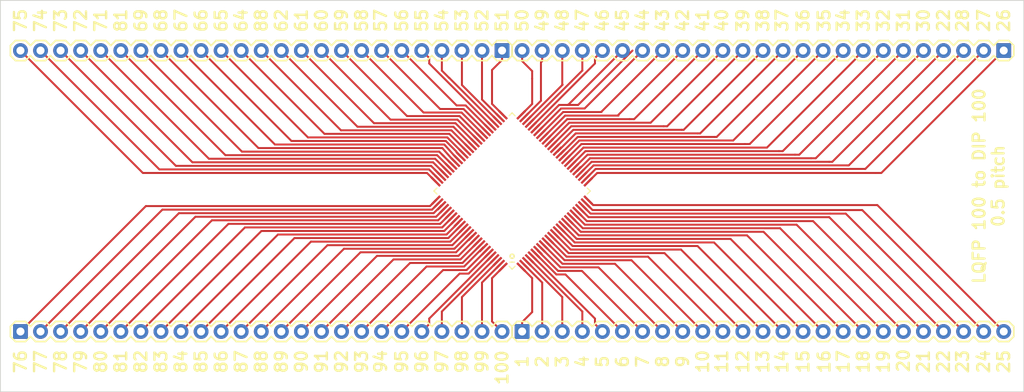
<source format=kicad_pcb>
(kicad_pcb (version 20171130) (host pcbnew 5.0.0-rc2-unknown-da66005~65~ubuntu16.04.1)

  (general
    (thickness 1.6)
    (drawings 106)
    (tracks 412)
    (zones 0)
    (modules 5)
    (nets 101)
  )

  (page A4)
  (layers
    (0 F.Cu signal)
    (31 B.Cu signal)
    (32 B.Adhes user)
    (33 F.Adhes user)
    (34 B.Paste user)
    (35 F.Paste user)
    (36 B.SilkS user)
    (37 F.SilkS user)
    (38 B.Mask user)
    (39 F.Mask user)
    (40 Dwgs.User user)
    (41 Cmts.User user)
    (42 Eco1.User user)
    (43 Eco2.User user)
    (44 Edge.Cuts user)
    (45 Margin user)
    (46 B.CrtYd user)
    (47 F.CrtYd user)
    (48 B.Fab user)
    (49 F.Fab user)
  )

  (setup
    (last_trace_width 0.25)
    (trace_clearance 0.2)
    (zone_clearance 0.508)
    (zone_45_only no)
    (trace_min 0.2)
    (segment_width 0.2)
    (edge_width 0.1)
    (via_size 0.8)
    (via_drill 0.4)
    (via_min_size 0.4)
    (via_min_drill 0.3)
    (uvia_size 0.3)
    (uvia_drill 0.1)
    (uvias_allowed no)
    (uvia_min_size 0.2)
    (uvia_min_drill 0.1)
    (pcb_text_width 0.3)
    (pcb_text_size 1.5 1.5)
    (mod_edge_width 0.15)
    (mod_text_size 1 1)
    (mod_text_width 0.15)
    (pad_size 1.5 1.5)
    (pad_drill 0.6)
    (pad_to_mask_clearance 0)
    (aux_axis_origin 0 0)
    (visible_elements FFFFFF7F)
    (pcbplotparams
      (layerselection 0x010fc_ffffffff)
      (usegerberextensions false)
      (usegerberattributes false)
      (usegerberadvancedattributes false)
      (creategerberjobfile false)
      (excludeedgelayer true)
      (linewidth 0.050000)
      (plotframeref false)
      (viasonmask false)
      (mode 1)
      (useauxorigin false)
      (hpglpennumber 1)
      (hpglpenspeed 20)
      (hpglpendiameter 15.000000)
      (psnegative false)
      (psa4output false)
      (plotreference false)
      (plotvalue false)
      (plotinvisibletext false)
      (padsonsilk false)
      (subtractmaskfromsilk false)
      (outputformat 1)
      (mirror false)
      (drillshape 0)
      (scaleselection 1)
      (outputdirectory GERBER/))
  )

  (net 0 "")
  (net 1 /P001)
  (net 2 /P002)
  (net 3 /P003)
  (net 4 /P004)
  (net 5 /P005)
  (net 6 /P006)
  (net 7 /P007)
  (net 8 /P008)
  (net 9 /P009)
  (net 10 /P010)
  (net 11 /P011)
  (net 12 /P012)
  (net 13 /P013)
  (net 14 /P014)
  (net 15 /P015)
  (net 16 /P016)
  (net 17 /P017)
  (net 18 /P018)
  (net 19 /P019)
  (net 20 /P020)
  (net 21 /P021)
  (net 22 /P022)
  (net 23 /P023)
  (net 24 /P024)
  (net 25 /P025)
  (net 26 /P050)
  (net 27 /P049)
  (net 28 /P048)
  (net 29 /P047)
  (net 30 /P046)
  (net 31 /P045)
  (net 32 /P044)
  (net 33 /P043)
  (net 34 /P042)
  (net 35 /P041)
  (net 36 /P040)
  (net 37 /P039)
  (net 38 /P038)
  (net 39 /P037)
  (net 40 /P036)
  (net 41 /P035)
  (net 42 /P034)
  (net 43 /P033)
  (net 44 /P032)
  (net 45 /P031)
  (net 46 /P030)
  (net 47 /P029)
  (net 48 /P028)
  (net 49 /P027)
  (net 50 /P026)
  (net 51 /P051)
  (net 52 /P052)
  (net 53 /P053)
  (net 54 /P054)
  (net 55 /P055)
  (net 56 /P056)
  (net 57 /P057)
  (net 58 /P058)
  (net 59 /P059)
  (net 60 /P060)
  (net 61 /P061)
  (net 62 /P062)
  (net 63 /P063)
  (net 64 /P064)
  (net 65 /P065)
  (net 66 /P066)
  (net 67 /P067)
  (net 68 /P068)
  (net 69 /P069)
  (net 70 /P070)
  (net 71 /P071)
  (net 72 /P072)
  (net 73 /P073)
  (net 74 /P074)
  (net 75 /P075)
  (net 76 /P100)
  (net 77 /P099)
  (net 78 /P098)
  (net 79 /P097)
  (net 80 /P096)
  (net 81 /P095)
  (net 82 /P094)
  (net 83 /P093)
  (net 84 /P092)
  (net 85 /P091)
  (net 86 /P090)
  (net 87 /P089)
  (net 88 /P088)
  (net 89 /P087)
  (net 90 /P086)
  (net 91 /P085)
  (net 92 /P084)
  (net 93 /P083)
  (net 94 /P082)
  (net 95 /P081)
  (net 96 /P080)
  (net 97 /P079)
  (net 98 /P078)
  (net 99 /P077)
  (net 100 /P076)

  (net_class Default "This is the default net class."
    (clearance 0.2)
    (trace_width 0.25)
    (via_dia 0.8)
    (via_drill 0.4)
    (uvia_dia 0.3)
    (uvia_drill 0.1)
    (add_net /P001)
    (add_net /P002)
    (add_net /P003)
    (add_net /P004)
    (add_net /P005)
    (add_net /P006)
    (add_net /P007)
    (add_net /P008)
    (add_net /P009)
    (add_net /P010)
    (add_net /P011)
    (add_net /P012)
    (add_net /P013)
    (add_net /P014)
    (add_net /P015)
    (add_net /P016)
    (add_net /P017)
    (add_net /P018)
    (add_net /P019)
    (add_net /P020)
    (add_net /P021)
    (add_net /P022)
    (add_net /P023)
    (add_net /P024)
    (add_net /P025)
    (add_net /P026)
    (add_net /P027)
    (add_net /P028)
    (add_net /P029)
    (add_net /P030)
    (add_net /P031)
    (add_net /P032)
    (add_net /P033)
    (add_net /P034)
    (add_net /P035)
    (add_net /P036)
    (add_net /P037)
    (add_net /P038)
    (add_net /P039)
    (add_net /P040)
    (add_net /P041)
    (add_net /P042)
    (add_net /P043)
    (add_net /P044)
    (add_net /P045)
    (add_net /P046)
    (add_net /P047)
    (add_net /P048)
    (add_net /P049)
    (add_net /P050)
    (add_net /P051)
    (add_net /P052)
    (add_net /P053)
    (add_net /P054)
    (add_net /P055)
    (add_net /P056)
    (add_net /P057)
    (add_net /P058)
    (add_net /P059)
    (add_net /P060)
    (add_net /P061)
    (add_net /P062)
    (add_net /P063)
    (add_net /P064)
    (add_net /P065)
    (add_net /P066)
    (add_net /P067)
    (add_net /P068)
    (add_net /P069)
    (add_net /P070)
    (add_net /P071)
    (add_net /P072)
    (add_net /P073)
    (add_net /P074)
    (add_net /P075)
    (add_net /P076)
    (add_net /P077)
    (add_net /P078)
    (add_net /P079)
    (add_net /P080)
    (add_net /P081)
    (add_net /P082)
    (add_net /P083)
    (add_net /P084)
    (add_net /P085)
    (add_net /P086)
    (add_net /P087)
    (add_net /P088)
    (add_net /P089)
    (add_net /P090)
    (add_net /P091)
    (add_net /P092)
    (add_net /P093)
    (add_net /P094)
    (add_net /P095)
    (add_net /P096)
    (add_net /P097)
    (add_net /P098)
    (add_net /P099)
    (add_net /P100)
  )

  (module analog-devices-AD8113-footprints:AD8113JSTZ (layer F.Cu) (tedit 5B0B39D4) (tstamp 5B0B1F94)
    (at 166.37 99.06 135)
    (path /5B0AC5DD)
    (fp_text reference U1 (at 0 0 135) (layer F.SilkS) hide
      (effects (font (size 1 1) (thickness 0.15)))
    )
    (fp_text value AD8113JST (at 0 0 135) (layer F.SilkS) hide
      (effects (font (size 1 1) (thickness 0.15)))
    )
    (fp_text user "Copyright 2016 Accelerated Designs. All rights reserved." (at 0 0 135) (layer Cmts.User) hide
      (effects (font (size 0.127 0.127) (thickness 0.002)))
    )
    (fp_line (start 5.8603 -6.9977) (end 6.1397 -6.9977) (layer Dwgs.User) (width 0.1524))
    (fp_line (start 6.1397 -6.9977) (end 6.1397 -8.001) (layer Dwgs.User) (width 0.1524))
    (fp_line (start 6.1397 -8.001) (end 5.8603 -8.001) (layer Dwgs.User) (width 0.1524))
    (fp_line (start 5.8603 -8.001) (end 5.8603 -6.9977) (layer Dwgs.User) (width 0.1524))
    (fp_line (start 5.3603 -6.9977) (end 5.6397 -6.9977) (layer Dwgs.User) (width 0.1524))
    (fp_line (start 5.6397 -6.9977) (end 5.6397 -8.001) (layer Dwgs.User) (width 0.1524))
    (fp_line (start 5.6397 -8.001) (end 5.3603 -8.001) (layer Dwgs.User) (width 0.1524))
    (fp_line (start 5.3603 -8.001) (end 5.3603 -6.9977) (layer Dwgs.User) (width 0.1524))
    (fp_line (start 4.8603 -6.9977) (end 5.1397 -6.9977) (layer Dwgs.User) (width 0.1524))
    (fp_line (start 5.1397 -6.9977) (end 5.1397 -8.001) (layer Dwgs.User) (width 0.1524))
    (fp_line (start 5.1397 -8.001) (end 4.8603 -8.001) (layer Dwgs.User) (width 0.1524))
    (fp_line (start 4.8603 -8.001) (end 4.8603 -6.9977) (layer Dwgs.User) (width 0.1524))
    (fp_line (start 4.3603 -6.9977) (end 4.6397 -6.9977) (layer Dwgs.User) (width 0.1524))
    (fp_line (start 4.6397 -6.9977) (end 4.6397 -8.001) (layer Dwgs.User) (width 0.1524))
    (fp_line (start 4.6397 -8.001) (end 4.3603 -8.001) (layer Dwgs.User) (width 0.1524))
    (fp_line (start 4.3603 -8.001) (end 4.3603 -6.9977) (layer Dwgs.User) (width 0.1524))
    (fp_line (start 3.8603 -6.9977) (end 4.1397 -6.9977) (layer Dwgs.User) (width 0.1524))
    (fp_line (start 4.1397 -6.9977) (end 4.1397 -8.001) (layer Dwgs.User) (width 0.1524))
    (fp_line (start 4.1397 -8.001) (end 3.8603 -8.001) (layer Dwgs.User) (width 0.1524))
    (fp_line (start 3.8603 -8.001) (end 3.8603 -6.9977) (layer Dwgs.User) (width 0.1524))
    (fp_line (start 3.3603 -6.9977) (end 3.6397 -6.9977) (layer Dwgs.User) (width 0.1524))
    (fp_line (start 3.6397 -6.9977) (end 3.6397 -8.001) (layer Dwgs.User) (width 0.1524))
    (fp_line (start 3.6397 -8.001) (end 3.3603 -8.001) (layer Dwgs.User) (width 0.1524))
    (fp_line (start 3.3603 -8.001) (end 3.3603 -6.9977) (layer Dwgs.User) (width 0.1524))
    (fp_line (start 2.8603 -6.9977) (end 3.1397 -6.9977) (layer Dwgs.User) (width 0.1524))
    (fp_line (start 3.1397 -6.9977) (end 3.1397 -8.001) (layer Dwgs.User) (width 0.1524))
    (fp_line (start 3.1397 -8.001) (end 2.8603 -8.001) (layer Dwgs.User) (width 0.1524))
    (fp_line (start 2.8603 -8.001) (end 2.8603 -6.9977) (layer Dwgs.User) (width 0.1524))
    (fp_line (start 2.3603 -6.9977) (end 2.6397 -6.9977) (layer Dwgs.User) (width 0.1524))
    (fp_line (start 2.6397 -6.9977) (end 2.6397 -8.001) (layer Dwgs.User) (width 0.1524))
    (fp_line (start 2.6397 -8.001) (end 2.3603 -8.001) (layer Dwgs.User) (width 0.1524))
    (fp_line (start 2.3603 -8.001) (end 2.3603 -6.9977) (layer Dwgs.User) (width 0.1524))
    (fp_line (start 1.8603 -6.9977) (end 2.1397 -6.9977) (layer Dwgs.User) (width 0.1524))
    (fp_line (start 2.1397 -6.9977) (end 2.1397 -8.001) (layer Dwgs.User) (width 0.1524))
    (fp_line (start 2.1397 -8.001) (end 1.8603 -8.001) (layer Dwgs.User) (width 0.1524))
    (fp_line (start 1.8603 -8.001) (end 1.8603 -6.9977) (layer Dwgs.User) (width 0.1524))
    (fp_line (start 1.3603 -6.9977) (end 1.6397 -6.9977) (layer Dwgs.User) (width 0.1524))
    (fp_line (start 1.6397 -6.9977) (end 1.6397 -8.001) (layer Dwgs.User) (width 0.1524))
    (fp_line (start 1.6397 -8.001) (end 1.3603 -8.001) (layer Dwgs.User) (width 0.1524))
    (fp_line (start 1.3603 -8.001) (end 1.3603 -6.9977) (layer Dwgs.User) (width 0.1524))
    (fp_line (start 0.8603 -6.9977) (end 1.1397 -6.9977) (layer Dwgs.User) (width 0.1524))
    (fp_line (start 1.1397 -6.9977) (end 1.1397 -8.001) (layer Dwgs.User) (width 0.1524))
    (fp_line (start 1.1397 -8.001) (end 0.8603 -8.001) (layer Dwgs.User) (width 0.1524))
    (fp_line (start 0.8603 -8.001) (end 0.8603 -6.9977) (layer Dwgs.User) (width 0.1524))
    (fp_line (start 0.3603 -6.9977) (end 0.6397 -6.9977) (layer Dwgs.User) (width 0.1524))
    (fp_line (start 0.6397 -6.9977) (end 0.6397 -8.001) (layer Dwgs.User) (width 0.1524))
    (fp_line (start 0.6397 -8.001) (end 0.3603 -8.001) (layer Dwgs.User) (width 0.1524))
    (fp_line (start 0.3603 -8.001) (end 0.3603 -6.9977) (layer Dwgs.User) (width 0.1524))
    (fp_line (start -0.1397 -6.9977) (end 0.1397 -6.9977) (layer Dwgs.User) (width 0.1524))
    (fp_line (start 0.1397 -6.9977) (end 0.1397 -8.001) (layer Dwgs.User) (width 0.1524))
    (fp_line (start 0.1397 -8.001) (end -0.1397 -8.001) (layer Dwgs.User) (width 0.1524))
    (fp_line (start -0.1397 -8.001) (end -0.1397 -6.9977) (layer Dwgs.User) (width 0.1524))
    (fp_line (start -0.6397 -6.9977) (end -0.3603 -6.9977) (layer Dwgs.User) (width 0.1524))
    (fp_line (start -0.3603 -6.9977) (end -0.3603 -8.001) (layer Dwgs.User) (width 0.1524))
    (fp_line (start -0.3603 -8.001) (end -0.6397 -8.001) (layer Dwgs.User) (width 0.1524))
    (fp_line (start -0.6397 -8.001) (end -0.6397 -6.9977) (layer Dwgs.User) (width 0.1524))
    (fp_line (start -1.1397 -6.9977) (end -0.8603 -6.9977) (layer Dwgs.User) (width 0.1524))
    (fp_line (start -0.8603 -6.9977) (end -0.8603 -8.001) (layer Dwgs.User) (width 0.1524))
    (fp_line (start -0.8603 -8.001) (end -1.1397 -8.001) (layer Dwgs.User) (width 0.1524))
    (fp_line (start -1.1397 -8.001) (end -1.1397 -6.9977) (layer Dwgs.User) (width 0.1524))
    (fp_line (start -1.6397 -6.9977) (end -1.3603 -6.9977) (layer Dwgs.User) (width 0.1524))
    (fp_line (start -1.3603 -6.9977) (end -1.3603 -8.001) (layer Dwgs.User) (width 0.1524))
    (fp_line (start -1.3603 -8.001) (end -1.6397 -8.001) (layer Dwgs.User) (width 0.1524))
    (fp_line (start -1.6397 -8.001) (end -1.6397 -6.9977) (layer Dwgs.User) (width 0.1524))
    (fp_line (start -2.1397 -6.9977) (end -1.8603 -6.9977) (layer Dwgs.User) (width 0.1524))
    (fp_line (start -1.8603 -6.9977) (end -1.8603 -8.001) (layer Dwgs.User) (width 0.1524))
    (fp_line (start -1.8603 -8.001) (end -2.1397 -8.001) (layer Dwgs.User) (width 0.1524))
    (fp_line (start -2.1397 -8.001) (end -2.1397 -6.9977) (layer Dwgs.User) (width 0.1524))
    (fp_line (start -2.6397 -6.9977) (end -2.3603 -6.9977) (layer Dwgs.User) (width 0.1524))
    (fp_line (start -2.3603 -6.9977) (end -2.3603 -8.001) (layer Dwgs.User) (width 0.1524))
    (fp_line (start -2.3603 -8.001) (end -2.6397 -8.001) (layer Dwgs.User) (width 0.1524))
    (fp_line (start -2.6397 -8.001) (end -2.6397 -6.9977) (layer Dwgs.User) (width 0.1524))
    (fp_line (start -3.1397 -6.9977) (end -2.8603 -6.9977) (layer Dwgs.User) (width 0.1524))
    (fp_line (start -2.8603 -6.9977) (end -2.8603 -8.001) (layer Dwgs.User) (width 0.1524))
    (fp_line (start -2.8603 -8.001) (end -3.1397 -8.001) (layer Dwgs.User) (width 0.1524))
    (fp_line (start -3.1397 -8.001) (end -3.1397 -6.9977) (layer Dwgs.User) (width 0.1524))
    (fp_line (start -3.6397 -6.9977) (end -3.3603 -6.9977) (layer Dwgs.User) (width 0.1524))
    (fp_line (start -3.3603 -6.9977) (end -3.3603 -8.001) (layer Dwgs.User) (width 0.1524))
    (fp_line (start -3.3603 -8.001) (end -3.6397 -8.001) (layer Dwgs.User) (width 0.1524))
    (fp_line (start -3.6397 -8.001) (end -3.6397 -6.9977) (layer Dwgs.User) (width 0.1524))
    (fp_line (start -4.1397 -6.9977) (end -3.8603 -6.9977) (layer Dwgs.User) (width 0.1524))
    (fp_line (start -3.8603 -6.9977) (end -3.8603 -8.001) (layer Dwgs.User) (width 0.1524))
    (fp_line (start -3.8603 -8.001) (end -4.1397 -8.001) (layer Dwgs.User) (width 0.1524))
    (fp_line (start -4.1397 -8.001) (end -4.1397 -6.9977) (layer Dwgs.User) (width 0.1524))
    (fp_line (start -4.6397 -6.9977) (end -4.3603 -6.9977) (layer Dwgs.User) (width 0.1524))
    (fp_line (start -4.3603 -6.9977) (end -4.3603 -8.001) (layer Dwgs.User) (width 0.1524))
    (fp_line (start -4.3603 -8.001) (end -4.6397 -8.001) (layer Dwgs.User) (width 0.1524))
    (fp_line (start -4.6397 -8.001) (end -4.6397 -6.9977) (layer Dwgs.User) (width 0.1524))
    (fp_line (start -5.1397 -6.9977) (end -4.8603 -6.9977) (layer Dwgs.User) (width 0.1524))
    (fp_line (start -4.8603 -6.9977) (end -4.8603 -8.001) (layer Dwgs.User) (width 0.1524))
    (fp_line (start -4.8603 -8.001) (end -5.1397 -8.001) (layer Dwgs.User) (width 0.1524))
    (fp_line (start -5.1397 -8.001) (end -5.1397 -6.9977) (layer Dwgs.User) (width 0.1524))
    (fp_line (start -5.6397 -6.9977) (end -5.3603 -6.9977) (layer Dwgs.User) (width 0.1524))
    (fp_line (start -5.3603 -6.9977) (end -5.3603 -8.001) (layer Dwgs.User) (width 0.1524))
    (fp_line (start -5.3603 -8.001) (end -5.6397 -8.001) (layer Dwgs.User) (width 0.1524))
    (fp_line (start -5.6397 -8.001) (end -5.6397 -6.9977) (layer Dwgs.User) (width 0.1524))
    (fp_line (start -6.1397 -6.9977) (end -5.8603 -6.9977) (layer Dwgs.User) (width 0.1524))
    (fp_line (start -5.8603 -6.9977) (end -5.8603 -8.001) (layer Dwgs.User) (width 0.1524))
    (fp_line (start -5.8603 -8.001) (end -6.1397 -8.001) (layer Dwgs.User) (width 0.1524))
    (fp_line (start -6.1397 -8.001) (end -6.1397 -6.9977) (layer Dwgs.User) (width 0.1524))
    (fp_line (start -6.9977 -5.8603) (end -6.9977 -6.1397) (layer Dwgs.User) (width 0.1524))
    (fp_line (start -6.9977 -6.1397) (end -8.001 -6.1397) (layer Dwgs.User) (width 0.1524))
    (fp_line (start -8.001 -6.1397) (end -8.001 -5.8603) (layer Dwgs.User) (width 0.1524))
    (fp_line (start -8.001 -5.8603) (end -6.9977 -5.8603) (layer Dwgs.User) (width 0.1524))
    (fp_line (start -6.9977 -5.3603) (end -6.9977 -5.6397) (layer Dwgs.User) (width 0.1524))
    (fp_line (start -6.9977 -5.6397) (end -8.001 -5.6397) (layer Dwgs.User) (width 0.1524))
    (fp_line (start -8.001 -5.6397) (end -8.001 -5.3603) (layer Dwgs.User) (width 0.1524))
    (fp_line (start -8.001 -5.3603) (end -6.9977 -5.3603) (layer Dwgs.User) (width 0.1524))
    (fp_line (start -6.9977 -4.8603) (end -6.9977 -5.1397) (layer Dwgs.User) (width 0.1524))
    (fp_line (start -6.9977 -5.1397) (end -8.001 -5.1397) (layer Dwgs.User) (width 0.1524))
    (fp_line (start -8.001 -5.1397) (end -8.001 -4.8603) (layer Dwgs.User) (width 0.1524))
    (fp_line (start -8.001 -4.8603) (end -6.9977 -4.8603) (layer Dwgs.User) (width 0.1524))
    (fp_line (start -6.9977 -4.3603) (end -6.9977 -4.6397) (layer Dwgs.User) (width 0.1524))
    (fp_line (start -6.9977 -4.6397) (end -8.001 -4.6397) (layer Dwgs.User) (width 0.1524))
    (fp_line (start -8.001 -4.6397) (end -8.001 -4.3603) (layer Dwgs.User) (width 0.1524))
    (fp_line (start -8.001 -4.3603) (end -6.9977 -4.3603) (layer Dwgs.User) (width 0.1524))
    (fp_line (start -6.9977 -3.8603) (end -6.9977 -4.1397) (layer Dwgs.User) (width 0.1524))
    (fp_line (start -6.9977 -4.1397) (end -8.001 -4.1397) (layer Dwgs.User) (width 0.1524))
    (fp_line (start -8.001 -4.1397) (end -8.001 -3.8603) (layer Dwgs.User) (width 0.1524))
    (fp_line (start -8.001 -3.8603) (end -6.9977 -3.8603) (layer Dwgs.User) (width 0.1524))
    (fp_line (start -6.9977 -3.3603) (end -6.9977 -3.6397) (layer Dwgs.User) (width 0.1524))
    (fp_line (start -6.9977 -3.6397) (end -8.001 -3.6397) (layer Dwgs.User) (width 0.1524))
    (fp_line (start -8.001 -3.6397) (end -8.001 -3.3603) (layer Dwgs.User) (width 0.1524))
    (fp_line (start -8.001 -3.3603) (end -6.9977 -3.3603) (layer Dwgs.User) (width 0.1524))
    (fp_line (start -6.9977 -2.8603) (end -6.9977 -3.1397) (layer Dwgs.User) (width 0.1524))
    (fp_line (start -6.9977 -3.1397) (end -8.001 -3.1397) (layer Dwgs.User) (width 0.1524))
    (fp_line (start -8.001 -3.1397) (end -8.001 -2.8603) (layer Dwgs.User) (width 0.1524))
    (fp_line (start -8.001 -2.8603) (end -6.9977 -2.8603) (layer Dwgs.User) (width 0.1524))
    (fp_line (start -6.9977 -2.3603) (end -6.9977 -2.6397) (layer Dwgs.User) (width 0.1524))
    (fp_line (start -6.9977 -2.6397) (end -8.001 -2.6397) (layer Dwgs.User) (width 0.1524))
    (fp_line (start -8.001 -2.6397) (end -8.001 -2.3603) (layer Dwgs.User) (width 0.1524))
    (fp_line (start -8.001 -2.3603) (end -6.9977 -2.3603) (layer Dwgs.User) (width 0.1524))
    (fp_line (start -6.9977 -1.8603) (end -6.9977 -2.1397) (layer Dwgs.User) (width 0.1524))
    (fp_line (start -6.9977 -2.1397) (end -8.001 -2.1397) (layer Dwgs.User) (width 0.1524))
    (fp_line (start -8.001 -2.1397) (end -8.001 -1.8603) (layer Dwgs.User) (width 0.1524))
    (fp_line (start -8.001 -1.8603) (end -6.9977 -1.8603) (layer Dwgs.User) (width 0.1524))
    (fp_line (start -6.9977 -1.3603) (end -6.9977 -1.6397) (layer Dwgs.User) (width 0.1524))
    (fp_line (start -6.9977 -1.6397) (end -8.001 -1.6397) (layer Dwgs.User) (width 0.1524))
    (fp_line (start -8.001 -1.6397) (end -8.001 -1.3603) (layer Dwgs.User) (width 0.1524))
    (fp_line (start -8.001 -1.3603) (end -6.9977 -1.3603) (layer Dwgs.User) (width 0.1524))
    (fp_line (start -6.9977 -0.8603) (end -6.9977 -1.1397) (layer Dwgs.User) (width 0.1524))
    (fp_line (start -6.9977 -1.1397) (end -8.001 -1.1397) (layer Dwgs.User) (width 0.1524))
    (fp_line (start -8.001 -1.1397) (end -8.001 -0.8603) (layer Dwgs.User) (width 0.1524))
    (fp_line (start -8.001 -0.8603) (end -6.9977 -0.8603) (layer Dwgs.User) (width 0.1524))
    (fp_line (start -6.9977 -0.3603) (end -6.9977 -0.6397) (layer Dwgs.User) (width 0.1524))
    (fp_line (start -6.9977 -0.6397) (end -8.001 -0.6397) (layer Dwgs.User) (width 0.1524))
    (fp_line (start -8.001 -0.6397) (end -8.001 -0.3603) (layer Dwgs.User) (width 0.1524))
    (fp_line (start -8.001 -0.3603) (end -6.9977 -0.3603) (layer Dwgs.User) (width 0.1524))
    (fp_line (start -6.9977 0.1397) (end -6.9977 -0.1397) (layer Dwgs.User) (width 0.1524))
    (fp_line (start -6.9977 -0.1397) (end -8.001 -0.1397) (layer Dwgs.User) (width 0.1524))
    (fp_line (start -8.001 -0.1397) (end -8.001 0.1397) (layer Dwgs.User) (width 0.1524))
    (fp_line (start -8.001 0.1397) (end -6.9977 0.1397) (layer Dwgs.User) (width 0.1524))
    (fp_line (start -6.9977 0.6397) (end -6.9977 0.3603) (layer Dwgs.User) (width 0.1524))
    (fp_line (start -6.9977 0.3603) (end -8.001 0.3603) (layer Dwgs.User) (width 0.1524))
    (fp_line (start -8.001 0.3603) (end -8.001 0.6397) (layer Dwgs.User) (width 0.1524))
    (fp_line (start -8.001 0.6397) (end -6.9977 0.6397) (layer Dwgs.User) (width 0.1524))
    (fp_line (start -6.9977 1.1397) (end -6.9977 0.8603) (layer Dwgs.User) (width 0.1524))
    (fp_line (start -6.9977 0.8603) (end -8.001 0.8603) (layer Dwgs.User) (width 0.1524))
    (fp_line (start -8.001 0.8603) (end -8.001 1.1397) (layer Dwgs.User) (width 0.1524))
    (fp_line (start -8.001 1.1397) (end -6.9977 1.1397) (layer Dwgs.User) (width 0.1524))
    (fp_line (start -6.9977 1.6397) (end -6.9977 1.3603) (layer Dwgs.User) (width 0.1524))
    (fp_line (start -6.9977 1.3603) (end -8.001 1.3603) (layer Dwgs.User) (width 0.1524))
    (fp_line (start -8.001 1.3603) (end -8.001 1.6397) (layer Dwgs.User) (width 0.1524))
    (fp_line (start -8.001 1.6397) (end -6.9977 1.6397) (layer Dwgs.User) (width 0.1524))
    (fp_line (start -6.9977 2.1397) (end -6.9977 1.8603) (layer Dwgs.User) (width 0.1524))
    (fp_line (start -6.9977 1.8603) (end -8.001 1.8603) (layer Dwgs.User) (width 0.1524))
    (fp_line (start -8.001 1.8603) (end -8.001 2.1397) (layer Dwgs.User) (width 0.1524))
    (fp_line (start -8.001 2.1397) (end -6.9977 2.1397) (layer Dwgs.User) (width 0.1524))
    (fp_line (start -6.9977 2.6397) (end -6.9977 2.3603) (layer Dwgs.User) (width 0.1524))
    (fp_line (start -6.9977 2.3603) (end -8.001 2.3603) (layer Dwgs.User) (width 0.1524))
    (fp_line (start -8.001 2.3603) (end -8.001 2.6397) (layer Dwgs.User) (width 0.1524))
    (fp_line (start -8.001 2.6397) (end -6.9977 2.6397) (layer Dwgs.User) (width 0.1524))
    (fp_line (start -6.9977 3.1397) (end -6.9977 2.8603) (layer Dwgs.User) (width 0.1524))
    (fp_line (start -6.9977 2.8603) (end -8.001 2.8603) (layer Dwgs.User) (width 0.1524))
    (fp_line (start -8.001 2.8603) (end -8.001 3.1397) (layer Dwgs.User) (width 0.1524))
    (fp_line (start -8.001 3.1397) (end -6.9977 3.1397) (layer Dwgs.User) (width 0.1524))
    (fp_line (start -6.9977 3.6397) (end -6.9977 3.3603) (layer Dwgs.User) (width 0.1524))
    (fp_line (start -6.9977 3.3603) (end -8.001 3.3603) (layer Dwgs.User) (width 0.1524))
    (fp_line (start -8.001 3.3603) (end -8.001 3.6397) (layer Dwgs.User) (width 0.1524))
    (fp_line (start -8.001 3.6397) (end -6.9977 3.6397) (layer Dwgs.User) (width 0.1524))
    (fp_line (start -6.9977 4.1397) (end -6.9977 3.8603) (layer Dwgs.User) (width 0.1524))
    (fp_line (start -6.9977 3.8603) (end -8.001 3.8603) (layer Dwgs.User) (width 0.1524))
    (fp_line (start -8.001 3.8603) (end -8.001 4.1397) (layer Dwgs.User) (width 0.1524))
    (fp_line (start -8.001 4.1397) (end -6.9977 4.1397) (layer Dwgs.User) (width 0.1524))
    (fp_line (start -6.9977 4.6397) (end -6.9977 4.3603) (layer Dwgs.User) (width 0.1524))
    (fp_line (start -6.9977 4.3603) (end -8.001 4.3603) (layer Dwgs.User) (width 0.1524))
    (fp_line (start -8.001 4.3603) (end -8.001 4.6397) (layer Dwgs.User) (width 0.1524))
    (fp_line (start -8.001 4.6397) (end -6.9977 4.6397) (layer Dwgs.User) (width 0.1524))
    (fp_line (start -6.9977 5.1397) (end -6.9977 4.8603) (layer Dwgs.User) (width 0.1524))
    (fp_line (start -6.9977 4.8603) (end -8.001 4.8603) (layer Dwgs.User) (width 0.1524))
    (fp_line (start -8.001 4.8603) (end -8.001 5.1397) (layer Dwgs.User) (width 0.1524))
    (fp_line (start -8.001 5.1397) (end -6.9977 5.1397) (layer Dwgs.User) (width 0.1524))
    (fp_line (start -6.9977 5.6397) (end -6.9977 5.3603) (layer Dwgs.User) (width 0.1524))
    (fp_line (start -6.9977 5.3603) (end -8.001 5.3603) (layer Dwgs.User) (width 0.1524))
    (fp_line (start -8.001 5.3603) (end -8.001 5.6397) (layer Dwgs.User) (width 0.1524))
    (fp_line (start -8.001 5.6397) (end -6.9977 5.6397) (layer Dwgs.User) (width 0.1524))
    (fp_line (start -6.9977 6.1397) (end -6.9977 5.8603) (layer Dwgs.User) (width 0.1524))
    (fp_line (start -6.9977 5.8603) (end -8.001 5.8603) (layer Dwgs.User) (width 0.1524))
    (fp_line (start -8.001 5.8603) (end -8.001 6.1397) (layer Dwgs.User) (width 0.1524))
    (fp_line (start -8.001 6.1397) (end -6.9977 6.1397) (layer Dwgs.User) (width 0.1524))
    (fp_line (start -5.8603 6.9977) (end -6.1397 6.9977) (layer Dwgs.User) (width 0.1524))
    (fp_line (start -6.1397 6.9977) (end -6.1397 8.001) (layer Dwgs.User) (width 0.1524))
    (fp_line (start -6.1397 8.001) (end -5.8603 8.001) (layer Dwgs.User) (width 0.1524))
    (fp_line (start -5.8603 8.001) (end -5.8603 6.9977) (layer Dwgs.User) (width 0.1524))
    (fp_line (start -5.3603 6.9977) (end -5.6397 6.9977) (layer Dwgs.User) (width 0.1524))
    (fp_line (start -5.6397 6.9977) (end -5.6397 8.001) (layer Dwgs.User) (width 0.1524))
    (fp_line (start -5.6397 8.001) (end -5.3603 8.001) (layer Dwgs.User) (width 0.1524))
    (fp_line (start -5.3603 8.001) (end -5.3603 6.9977) (layer Dwgs.User) (width 0.1524))
    (fp_line (start -4.8603 6.9977) (end -5.1397 6.9977) (layer Dwgs.User) (width 0.1524))
    (fp_line (start -5.1397 6.9977) (end -5.1397 8.001) (layer Dwgs.User) (width 0.1524))
    (fp_line (start -5.1397 8.001) (end -4.8603 8.001) (layer Dwgs.User) (width 0.1524))
    (fp_line (start -4.8603 8.001) (end -4.8603 6.9977) (layer Dwgs.User) (width 0.1524))
    (fp_line (start -4.3603 6.9977) (end -4.6397 6.9977) (layer Dwgs.User) (width 0.1524))
    (fp_line (start -4.6397 6.9977) (end -4.6397 8.001) (layer Dwgs.User) (width 0.1524))
    (fp_line (start -4.6397 8.001) (end -4.3603 8.001) (layer Dwgs.User) (width 0.1524))
    (fp_line (start -4.3603 8.001) (end -4.3603 6.9977) (layer Dwgs.User) (width 0.1524))
    (fp_line (start -3.8603 6.9977) (end -4.1397 6.9977) (layer Dwgs.User) (width 0.1524))
    (fp_line (start -4.1397 6.9977) (end -4.1397 8.001) (layer Dwgs.User) (width 0.1524))
    (fp_line (start -4.1397 8.001) (end -3.8603 8.001) (layer Dwgs.User) (width 0.1524))
    (fp_line (start -3.8603 8.001) (end -3.8603 6.9977) (layer Dwgs.User) (width 0.1524))
    (fp_line (start -3.3603 6.9977) (end -3.6397 6.9977) (layer Dwgs.User) (width 0.1524))
    (fp_line (start -3.6397 6.9977) (end -3.6397 8.001) (layer Dwgs.User) (width 0.1524))
    (fp_line (start -3.6397 8.001) (end -3.3603 8.001) (layer Dwgs.User) (width 0.1524))
    (fp_line (start -3.3603 8.001) (end -3.3603 6.9977) (layer Dwgs.User) (width 0.1524))
    (fp_line (start -2.8603 6.9977) (end -3.1397 6.9977) (layer Dwgs.User) (width 0.1524))
    (fp_line (start -3.1397 6.9977) (end -3.1397 8.001) (layer Dwgs.User) (width 0.1524))
    (fp_line (start -3.1397 8.001) (end -2.8603 8.001) (layer Dwgs.User) (width 0.1524))
    (fp_line (start -2.8603 8.001) (end -2.8603 6.9977) (layer Dwgs.User) (width 0.1524))
    (fp_line (start -2.3603 6.9977) (end -2.6397 6.9977) (layer Dwgs.User) (width 0.1524))
    (fp_line (start -2.6397 6.9977) (end -2.6397 8.001) (layer Dwgs.User) (width 0.1524))
    (fp_line (start -2.6397 8.001) (end -2.3603 8.001) (layer Dwgs.User) (width 0.1524))
    (fp_line (start -2.3603 8.001) (end -2.3603 6.9977) (layer Dwgs.User) (width 0.1524))
    (fp_line (start -1.8603 6.9977) (end -2.1397 6.9977) (layer Dwgs.User) (width 0.1524))
    (fp_line (start -2.1397 6.9977) (end -2.1397 8.001) (layer Dwgs.User) (width 0.1524))
    (fp_line (start -2.1397 8.001) (end -1.8603 8.001) (layer Dwgs.User) (width 0.1524))
    (fp_line (start -1.8603 8.001) (end -1.8603 6.9977) (layer Dwgs.User) (width 0.1524))
    (fp_line (start -1.3603 6.9977) (end -1.6397 6.9977) (layer Dwgs.User) (width 0.1524))
    (fp_line (start -1.6397 6.9977) (end -1.6397 8.001) (layer Dwgs.User) (width 0.1524))
    (fp_line (start -1.6397 8.001) (end -1.3603 8.001) (layer Dwgs.User) (width 0.1524))
    (fp_line (start -1.3603 8.001) (end -1.3603 6.9977) (layer Dwgs.User) (width 0.1524))
    (fp_line (start -0.8603 6.9977) (end -1.1397 6.9977) (layer Dwgs.User) (width 0.1524))
    (fp_line (start -1.1397 6.9977) (end -1.1397 8.001) (layer Dwgs.User) (width 0.1524))
    (fp_line (start -1.1397 8.001) (end -0.8603 8.001) (layer Dwgs.User) (width 0.1524))
    (fp_line (start -0.8603 8.001) (end -0.8603 6.9977) (layer Dwgs.User) (width 0.1524))
    (fp_line (start -0.3603 6.9977) (end -0.6397 6.9977) (layer Dwgs.User) (width 0.1524))
    (fp_line (start -0.6397 6.9977) (end -0.6397 8.001) (layer Dwgs.User) (width 0.1524))
    (fp_line (start -0.6397 8.001) (end -0.3603 8.001) (layer Dwgs.User) (width 0.1524))
    (fp_line (start -0.3603 8.001) (end -0.3603 6.9977) (layer Dwgs.User) (width 0.1524))
    (fp_line (start 0.1397 6.9977) (end -0.1397 6.9977) (layer Dwgs.User) (width 0.1524))
    (fp_line (start -0.1397 6.9977) (end -0.1397 8.001) (layer Dwgs.User) (width 0.1524))
    (fp_line (start -0.1397 8.001) (end 0.1397 8.001) (layer Dwgs.User) (width 0.1524))
    (fp_line (start 0.1397 8.001) (end 0.1397 6.9977) (layer Dwgs.User) (width 0.1524))
    (fp_line (start 0.6397 6.9977) (end 0.3603 6.9977) (layer Dwgs.User) (width 0.1524))
    (fp_line (start 0.3603 6.9977) (end 0.3603 8.001) (layer Dwgs.User) (width 0.1524))
    (fp_line (start 0.3603 8.001) (end 0.6397 8.001) (layer Dwgs.User) (width 0.1524))
    (fp_line (start 0.6397 8.001) (end 0.6397 6.9977) (layer Dwgs.User) (width 0.1524))
    (fp_line (start 1.1397 6.9977) (end 0.8603 6.9977) (layer Dwgs.User) (width 0.1524))
    (fp_line (start 0.8603 6.9977) (end 0.8603 8.001) (layer Dwgs.User) (width 0.1524))
    (fp_line (start 0.8603 8.001) (end 1.1397 8.001) (layer Dwgs.User) (width 0.1524))
    (fp_line (start 1.1397 8.001) (end 1.1397 6.9977) (layer Dwgs.User) (width 0.1524))
    (fp_line (start 1.6397 6.9977) (end 1.3603 6.9977) (layer Dwgs.User) (width 0.1524))
    (fp_line (start 1.3603 6.9977) (end 1.3603 8.001) (layer Dwgs.User) (width 0.1524))
    (fp_line (start 1.3603 8.001) (end 1.6397 8.001) (layer Dwgs.User) (width 0.1524))
    (fp_line (start 1.6397 8.001) (end 1.6397 6.9977) (layer Dwgs.User) (width 0.1524))
    (fp_line (start 2.1397 6.9977) (end 1.8603 6.9977) (layer Dwgs.User) (width 0.1524))
    (fp_line (start 1.8603 6.9977) (end 1.8603 8.001) (layer Dwgs.User) (width 0.1524))
    (fp_line (start 1.8603 8.001) (end 2.1397 8.001) (layer Dwgs.User) (width 0.1524))
    (fp_line (start 2.1397 8.001) (end 2.1397 6.9977) (layer Dwgs.User) (width 0.1524))
    (fp_line (start 2.6397 6.9977) (end 2.3603 6.9977) (layer Dwgs.User) (width 0.1524))
    (fp_line (start 2.3603 6.9977) (end 2.3603 8.001) (layer Dwgs.User) (width 0.1524))
    (fp_line (start 2.3603 8.001) (end 2.6397 8.001) (layer Dwgs.User) (width 0.1524))
    (fp_line (start 2.6397 8.001) (end 2.6397 6.9977) (layer Dwgs.User) (width 0.1524))
    (fp_line (start 3.1397 6.9977) (end 2.8603 6.9977) (layer Dwgs.User) (width 0.1524))
    (fp_line (start 2.8603 6.9977) (end 2.8603 8.001) (layer Dwgs.User) (width 0.1524))
    (fp_line (start 2.8603 8.001) (end 3.1397 8.001) (layer Dwgs.User) (width 0.1524))
    (fp_line (start 3.1397 8.001) (end 3.1397 6.9977) (layer Dwgs.User) (width 0.1524))
    (fp_line (start 3.6397 6.9977) (end 3.3603 6.9977) (layer Dwgs.User) (width 0.1524))
    (fp_line (start 3.3603 6.9977) (end 3.3603 8.001) (layer Dwgs.User) (width 0.1524))
    (fp_line (start 3.3603 8.001) (end 3.6397 8.001) (layer Dwgs.User) (width 0.1524))
    (fp_line (start 3.6397 8.001) (end 3.6397 6.9977) (layer Dwgs.User) (width 0.1524))
    (fp_line (start 4.1397 6.9977) (end 3.8603 6.9977) (layer Dwgs.User) (width 0.1524))
    (fp_line (start 3.8603 6.9977) (end 3.8603 8.001) (layer Dwgs.User) (width 0.1524))
    (fp_line (start 3.8603 8.001) (end 4.1397 8.001) (layer Dwgs.User) (width 0.1524))
    (fp_line (start 4.1397 8.001) (end 4.1397 6.9977) (layer Dwgs.User) (width 0.1524))
    (fp_line (start 4.6397 6.9977) (end 4.3603 6.9977) (layer Dwgs.User) (width 0.1524))
    (fp_line (start 4.3603 6.9977) (end 4.3603 8.001) (layer Dwgs.User) (width 0.1524))
    (fp_line (start 4.3603 8.001) (end 4.6397 8.001) (layer Dwgs.User) (width 0.1524))
    (fp_line (start 4.6397 8.001) (end 4.6397 6.9977) (layer Dwgs.User) (width 0.1524))
    (fp_line (start 5.1397 6.9977) (end 4.8603 6.9977) (layer Dwgs.User) (width 0.1524))
    (fp_line (start 4.8603 6.9977) (end 4.8603 8.001) (layer Dwgs.User) (width 0.1524))
    (fp_line (start 4.8603 8.001) (end 5.1397 8.001) (layer Dwgs.User) (width 0.1524))
    (fp_line (start 5.1397 8.001) (end 5.1397 6.9977) (layer Dwgs.User) (width 0.1524))
    (fp_line (start 5.6397 6.9977) (end 5.3603 6.9977) (layer Dwgs.User) (width 0.1524))
    (fp_line (start 5.3603 6.9977) (end 5.3603 8.001) (layer Dwgs.User) (width 0.1524))
    (fp_line (start 5.3603 8.001) (end 5.6397 8.001) (layer Dwgs.User) (width 0.1524))
    (fp_line (start 5.6397 8.001) (end 5.6397 6.9977) (layer Dwgs.User) (width 0.1524))
    (fp_line (start 6.1397 6.9977) (end 5.8603 6.9977) (layer Dwgs.User) (width 0.1524))
    (fp_line (start 5.8603 6.9977) (end 5.8603 8.001) (layer Dwgs.User) (width 0.1524))
    (fp_line (start 5.8603 8.001) (end 6.1397 8.001) (layer Dwgs.User) (width 0.1524))
    (fp_line (start 6.1397 8.001) (end 6.1397 6.9977) (layer Dwgs.User) (width 0.1524))
    (fp_line (start 6.9977 5.8603) (end 6.9977 6.1397) (layer Dwgs.User) (width 0.1524))
    (fp_line (start 6.9977 6.1397) (end 8.001 6.1397) (layer Dwgs.User) (width 0.1524))
    (fp_line (start 8.001 6.1397) (end 8.001 5.8603) (layer Dwgs.User) (width 0.1524))
    (fp_line (start 8.001 5.8603) (end 6.9977 5.8603) (layer Dwgs.User) (width 0.1524))
    (fp_line (start 6.9977 5.3603) (end 6.9977 5.6397) (layer Dwgs.User) (width 0.1524))
    (fp_line (start 6.9977 5.6397) (end 8.001 5.6397) (layer Dwgs.User) (width 0.1524))
    (fp_line (start 8.001 5.6397) (end 8.001 5.3603) (layer Dwgs.User) (width 0.1524))
    (fp_line (start 8.001 5.3603) (end 6.9977 5.3603) (layer Dwgs.User) (width 0.1524))
    (fp_line (start 6.9977 4.8603) (end 6.9977 5.1397) (layer Dwgs.User) (width 0.1524))
    (fp_line (start 6.9977 5.1397) (end 8.001 5.1397) (layer Dwgs.User) (width 0.1524))
    (fp_line (start 8.001 5.1397) (end 8.001 4.8603) (layer Dwgs.User) (width 0.1524))
    (fp_line (start 8.001 4.8603) (end 6.9977 4.8603) (layer Dwgs.User) (width 0.1524))
    (fp_line (start 6.9977 4.3603) (end 6.9977 4.6397) (layer Dwgs.User) (width 0.1524))
    (fp_line (start 6.9977 4.6397) (end 8.001 4.6397) (layer Dwgs.User) (width 0.1524))
    (fp_line (start 8.001 4.6397) (end 8.001 4.3603) (layer Dwgs.User) (width 0.1524))
    (fp_line (start 8.001 4.3603) (end 6.9977 4.3603) (layer Dwgs.User) (width 0.1524))
    (fp_line (start 6.9977 3.8603) (end 6.9977 4.1397) (layer Dwgs.User) (width 0.1524))
    (fp_line (start 6.9977 4.1397) (end 8.001 4.1397) (layer Dwgs.User) (width 0.1524))
    (fp_line (start 8.001 4.1397) (end 8.001 3.8603) (layer Dwgs.User) (width 0.1524))
    (fp_line (start 8.001 3.8603) (end 6.9977 3.8603) (layer Dwgs.User) (width 0.1524))
    (fp_line (start 6.9977 3.3603) (end 6.9977 3.6397) (layer Dwgs.User) (width 0.1524))
    (fp_line (start 6.9977 3.6397) (end 8.001 3.6397) (layer Dwgs.User) (width 0.1524))
    (fp_line (start 8.001 3.6397) (end 8.001 3.3603) (layer Dwgs.User) (width 0.1524))
    (fp_line (start 8.001 3.3603) (end 6.9977 3.3603) (layer Dwgs.User) (width 0.1524))
    (fp_line (start 6.9977 2.8603) (end 6.9977 3.1397) (layer Dwgs.User) (width 0.1524))
    (fp_line (start 6.9977 3.1397) (end 8.001 3.1397) (layer Dwgs.User) (width 0.1524))
    (fp_line (start 8.001 3.1397) (end 8.001 2.8603) (layer Dwgs.User) (width 0.1524))
    (fp_line (start 8.001 2.8603) (end 6.9977 2.8603) (layer Dwgs.User) (width 0.1524))
    (fp_line (start 6.9977 2.3603) (end 6.9977 2.6397) (layer Dwgs.User) (width 0.1524))
    (fp_line (start 6.9977 2.6397) (end 8.001 2.6397) (layer Dwgs.User) (width 0.1524))
    (fp_line (start 8.001 2.6397) (end 8.001 2.3603) (layer Dwgs.User) (width 0.1524))
    (fp_line (start 8.001 2.3603) (end 6.9977 2.3603) (layer Dwgs.User) (width 0.1524))
    (fp_line (start 6.9977 1.8603) (end 6.9977 2.1397) (layer Dwgs.User) (width 0.1524))
    (fp_line (start 6.9977 2.1397) (end 8.001 2.1397) (layer Dwgs.User) (width 0.1524))
    (fp_line (start 8.001 2.1397) (end 8.001 1.8603) (layer Dwgs.User) (width 0.1524))
    (fp_line (start 8.001 1.8603) (end 6.9977 1.8603) (layer Dwgs.User) (width 0.1524))
    (fp_line (start 6.9977 1.3603) (end 6.9977 1.6397) (layer Dwgs.User) (width 0.1524))
    (fp_line (start 6.9977 1.6397) (end 8.001 1.6397) (layer Dwgs.User) (width 0.1524))
    (fp_line (start 8.001 1.6397) (end 8.001 1.3603) (layer Dwgs.User) (width 0.1524))
    (fp_line (start 8.001 1.3603) (end 6.9977 1.3603) (layer Dwgs.User) (width 0.1524))
    (fp_line (start 6.9977 0.8603) (end 6.9977 1.1397) (layer Dwgs.User) (width 0.1524))
    (fp_line (start 6.9977 1.1397) (end 8.001 1.1397) (layer Dwgs.User) (width 0.1524))
    (fp_line (start 8.001 1.1397) (end 8.001 0.8603) (layer Dwgs.User) (width 0.1524))
    (fp_line (start 8.001 0.8603) (end 6.9977 0.8603) (layer Dwgs.User) (width 0.1524))
    (fp_line (start 6.9977 0.3603) (end 6.9977 0.6397) (layer Dwgs.User) (width 0.1524))
    (fp_line (start 6.9977 0.6397) (end 8.001 0.6397) (layer Dwgs.User) (width 0.1524))
    (fp_line (start 8.001 0.6397) (end 8.001 0.3603) (layer Dwgs.User) (width 0.1524))
    (fp_line (start 8.001 0.3603) (end 6.9977 0.3603) (layer Dwgs.User) (width 0.1524))
    (fp_line (start 6.9977 -0.1397) (end 6.9977 0.1397) (layer Dwgs.User) (width 0.1524))
    (fp_line (start 6.9977 0.1397) (end 8.001 0.1397) (layer Dwgs.User) (width 0.1524))
    (fp_line (start 8.001 0.1397) (end 8.001 -0.1397) (layer Dwgs.User) (width 0.1524))
    (fp_line (start 8.001 -0.1397) (end 6.9977 -0.1397) (layer Dwgs.User) (width 0.1524))
    (fp_line (start 6.9977 -0.6397) (end 6.9977 -0.3603) (layer Dwgs.User) (width 0.1524))
    (fp_line (start 6.9977 -0.3603) (end 8.001 -0.3603) (layer Dwgs.User) (width 0.1524))
    (fp_line (start 8.001 -0.3603) (end 8.001 -0.6397) (layer Dwgs.User) (width 0.1524))
    (fp_line (start 8.001 -0.6397) (end 6.9977 -0.6397) (layer Dwgs.User) (width 0.1524))
    (fp_line (start 6.9977 -1.1397) (end 6.9977 -0.8603) (layer Dwgs.User) (width 0.1524))
    (fp_line (start 6.9977 -0.8603) (end 8.001 -0.8603) (layer Dwgs.User) (width 0.1524))
    (fp_line (start 8.001 -0.8603) (end 8.001 -1.1397) (layer Dwgs.User) (width 0.1524))
    (fp_line (start 8.001 -1.1397) (end 6.9977 -1.1397) (layer Dwgs.User) (width 0.1524))
    (fp_line (start 6.9977 -1.6397) (end 6.9977 -1.3603) (layer Dwgs.User) (width 0.1524))
    (fp_line (start 6.9977 -1.3603) (end 8.001 -1.3603) (layer Dwgs.User) (width 0.1524))
    (fp_line (start 8.001 -1.3603) (end 8.001 -1.6397) (layer Dwgs.User) (width 0.1524))
    (fp_line (start 8.001 -1.6397) (end 6.9977 -1.6397) (layer Dwgs.User) (width 0.1524))
    (fp_line (start 6.9977 -2.1397) (end 6.9977 -1.8603) (layer Dwgs.User) (width 0.1524))
    (fp_line (start 6.9977 -1.8603) (end 8.001 -1.8603) (layer Dwgs.User) (width 0.1524))
    (fp_line (start 8.001 -1.8603) (end 8.001 -2.1397) (layer Dwgs.User) (width 0.1524))
    (fp_line (start 8.001 -2.1397) (end 6.9977 -2.1397) (layer Dwgs.User) (width 0.1524))
    (fp_line (start 6.9977 -2.6397) (end 6.9977 -2.3603) (layer Dwgs.User) (width 0.1524))
    (fp_line (start 6.9977 -2.3603) (end 8.001 -2.3603) (layer Dwgs.User) (width 0.1524))
    (fp_line (start 8.001 -2.3603) (end 8.001 -2.6397) (layer Dwgs.User) (width 0.1524))
    (fp_line (start 8.001 -2.6397) (end 6.9977 -2.6397) (layer Dwgs.User) (width 0.1524))
    (fp_line (start 6.9977 -3.1397) (end 6.9977 -2.8603) (layer Dwgs.User) (width 0.1524))
    (fp_line (start 6.9977 -2.8603) (end 8.001 -2.8603) (layer Dwgs.User) (width 0.1524))
    (fp_line (start 8.001 -2.8603) (end 8.001 -3.1397) (layer Dwgs.User) (width 0.1524))
    (fp_line (start 8.001 -3.1397) (end 6.9977 -3.1397) (layer Dwgs.User) (width 0.1524))
    (fp_line (start 6.9977 -3.6397) (end 6.9977 -3.3603) (layer Dwgs.User) (width 0.1524))
    (fp_line (start 6.9977 -3.3603) (end 8.001 -3.3603) (layer Dwgs.User) (width 0.1524))
    (fp_line (start 8.001 -3.3603) (end 8.001 -3.6397) (layer Dwgs.User) (width 0.1524))
    (fp_line (start 8.001 -3.6397) (end 6.9977 -3.6397) (layer Dwgs.User) (width 0.1524))
    (fp_line (start 6.9977 -4.1397) (end 6.9977 -3.8603) (layer Dwgs.User) (width 0.1524))
    (fp_line (start 6.9977 -3.8603) (end 8.001 -3.8603) (layer Dwgs.User) (width 0.1524))
    (fp_line (start 8.001 -3.8603) (end 8.001 -4.1397) (layer Dwgs.User) (width 0.1524))
    (fp_line (start 8.001 -4.1397) (end 6.9977 -4.1397) (layer Dwgs.User) (width 0.1524))
    (fp_line (start 6.9977 -4.6397) (end 6.9977 -4.3603) (layer Dwgs.User) (width 0.1524))
    (fp_line (start 6.9977 -4.3603) (end 8.001 -4.3603) (layer Dwgs.User) (width 0.1524))
    (fp_line (start 8.001 -4.3603) (end 8.001 -4.6397) (layer Dwgs.User) (width 0.1524))
    (fp_line (start 8.001 -4.6397) (end 6.9977 -4.6397) (layer Dwgs.User) (width 0.1524))
    (fp_line (start 6.9977 -5.1397) (end 6.9977 -4.8603) (layer Dwgs.User) (width 0.1524))
    (fp_line (start 6.9977 -4.8603) (end 8.001 -4.8603) (layer Dwgs.User) (width 0.1524))
    (fp_line (start 8.001 -4.8603) (end 8.001 -5.1397) (layer Dwgs.User) (width 0.1524))
    (fp_line (start 8.001 -5.1397) (end 6.9977 -5.1397) (layer Dwgs.User) (width 0.1524))
    (fp_line (start 6.9977 -5.6397) (end 6.9977 -5.3603) (layer Dwgs.User) (width 0.1524))
    (fp_line (start 6.9977 -5.3603) (end 8.001 -5.3603) (layer Dwgs.User) (width 0.1524))
    (fp_line (start 8.001 -5.3603) (end 8.001 -5.6397) (layer Dwgs.User) (width 0.1524))
    (fp_line (start 8.001 -5.6397) (end 6.9977 -5.6397) (layer Dwgs.User) (width 0.1524))
    (fp_line (start 6.9977 -6.1397) (end 6.9977 -5.8603) (layer Dwgs.User) (width 0.1524))
    (fp_line (start 6.9977 -5.8603) (end 8.001 -5.8603) (layer Dwgs.User) (width 0.1524))
    (fp_line (start 8.001 -5.8603) (end 8.001 -6.1397) (layer Dwgs.User) (width 0.1524))
    (fp_line (start 8.001 -6.1397) (end 6.9977 -6.1397) (layer Dwgs.User) (width 0.1524))
    (fp_line (start -6.552337 -6.173063) (end -6.173063 -6.552337) (layer F.SilkS) (width 0.1524))
    (fp_line (start -6.9977 -5.7277) (end -5.7277 -6.9977) (layer Dwgs.User) (width 0.1524))
    (fp_line (start -6.9977 6.9977) (end -6.472441 6.9977) (layer F.SilkS) (width 0.1524))
    (fp_line (start 6.9977 6.9977) (end 6.9977 6.472441) (layer F.SilkS) (width 0.1524))
    (fp_line (start 6.9977 -6.9977) (end 6.472441 -6.9977) (layer F.SilkS) (width 0.1524))
    (fp_line (start -6.9977 -6.9977) (end -6.9977 -6.472441) (layer F.SilkS) (width 0.1524))
    (fp_line (start -6.9977 6.9977) (end 6.9977 6.9977) (layer Dwgs.User) (width 0.1524))
    (fp_line (start 6.9977 6.9977) (end 6.9977 -6.9977) (layer Dwgs.User) (width 0.1524))
    (fp_line (start 6.9977 -6.9977) (end -6.9977 -6.9977) (layer Dwgs.User) (width 0.1524))
    (fp_line (start -6.9977 -6.9977) (end -6.9977 6.9977) (layer Dwgs.User) (width 0.1524))
    (fp_line (start -6.9977 6.472441) (end -6.9977 6.9977) (layer F.SilkS) (width 0.1524))
    (fp_line (start 6.472441 6.9977) (end 6.9977 6.9977) (layer F.SilkS) (width 0.1524))
    (fp_line (start 6.9977 -6.472441) (end 6.9977 -6.9977) (layer F.SilkS) (width 0.1524))
    (fp_line (start -6.472441 -6.9977) (end -6.9977 -6.9977) (layer F.SilkS) (width 0.1524))
    (pad 1 smd rect (at -7.62 -6.000001 225) (size 0.2794 1.4732) (layers F.Cu F.Paste F.Mask)
      (net 1 /P001))
    (pad 2 smd rect (at -7.62 -5.499999 225) (size 0.2794 1.4732) (layers F.Cu F.Paste F.Mask)
      (net 2 /P002))
    (pad 3 smd rect (at -7.62 -5 225) (size 0.2794 1.4732) (layers F.Cu F.Paste F.Mask)
      (net 3 /P003))
    (pad 4 smd rect (at -7.62 -4.500001 225) (size 0.2794 1.4732) (layers F.Cu F.Paste F.Mask)
      (net 4 /P004))
    (pad 5 smd rect (at -7.62 -4 225) (size 0.2794 1.4732) (layers F.Cu F.Paste F.Mask)
      (net 5 /P005))
    (pad 6 smd rect (at -7.62 -3.500001 225) (size 0.2794 1.4732) (layers F.Cu F.Paste F.Mask)
      (net 6 /P006))
    (pad 7 smd rect (at -7.62 -2.999999 225) (size 0.2794 1.4732) (layers F.Cu F.Paste F.Mask)
      (net 7 /P007))
    (pad 8 smd rect (at -7.62 -2.5 225) (size 0.2794 1.4732) (layers F.Cu F.Paste F.Mask)
      (net 8 /P008))
    (pad 9 smd rect (at -7.62 -2.000001 225) (size 0.2794 1.4732) (layers F.Cu F.Paste F.Mask)
      (net 9 /P009))
    (pad 10 smd rect (at -7.62 -1.5 225) (size 0.2794 1.4732) (layers F.Cu F.Paste F.Mask)
      (net 10 /P010))
    (pad 11 smd rect (at -7.62 -1.000001 225) (size 0.2794 1.4732) (layers F.Cu F.Paste F.Mask)
      (net 11 /P011))
    (pad 12 smd rect (at -7.62 -0.500002 225) (size 0.2794 1.4732) (layers F.Cu F.Paste F.Mask)
      (net 12 /P012))
    (pad 13 smd rect (at -7.62 0 225) (size 0.2794 1.4732) (layers F.Cu F.Paste F.Mask)
      (net 13 /P013))
    (pad 14 smd rect (at -7.62 0.499999 225) (size 0.2794 1.4732) (layers F.Cu F.Paste F.Mask)
      (net 14 /P014))
    (pad 15 smd rect (at -7.62 1.000001 225) (size 0.2794 1.4732) (layers F.Cu F.Paste F.Mask)
      (net 15 /P015))
    (pad 16 smd rect (at -7.62 1.5 225) (size 0.2794 1.4732) (layers F.Cu F.Paste F.Mask)
      (net 16 /P016))
    (pad 17 smd rect (at -7.62 1.999999 225) (size 0.2794 1.4732) (layers F.Cu F.Paste F.Mask)
      (net 17 /P017))
    (pad 18 smd rect (at -7.62 2.5 225) (size 0.2794 1.4732) (layers F.Cu F.Paste F.Mask)
      (net 18 /P018))
    (pad 19 smd rect (at -7.62 2.999999 225) (size 0.2794 1.4732) (layers F.Cu F.Paste F.Mask)
      (net 19 /P019))
    (pad 20 smd rect (at -7.62 3.500001 225) (size 0.2794 1.4732) (layers F.Cu F.Paste F.Mask)
      (net 20 /P020))
    (pad 21 smd rect (at -7.62 4 225) (size 0.2794 1.4732) (layers F.Cu F.Paste F.Mask)
      (net 21 /P021))
    (pad 22 smd rect (at -7.62 4.499999 225) (size 0.2794 1.4732) (layers F.Cu F.Paste F.Mask)
      (net 22 /P022))
    (pad 23 smd rect (at -7.62 5 225) (size 0.2794 1.4732) (layers F.Cu F.Paste F.Mask)
      (net 23 /P023))
    (pad 24 smd rect (at -7.62 5.499999 225) (size 0.2794 1.4732) (layers F.Cu F.Paste F.Mask)
      (net 24 /P024))
    (pad 25 smd rect (at -7.62 6.000001 225) (size 0.2794 1.4732) (layers F.Cu F.Paste F.Mask)
      (net 25 /P025))
    (pad 26 smd rect (at -6.000001 7.62 135) (size 0.2794 1.4732) (layers F.Cu F.Paste F.Mask)
      (net 50 /P026))
    (pad 27 smd rect (at -5.499999 7.62 135) (size 0.2794 1.4732) (layers F.Cu F.Paste F.Mask)
      (net 49 /P027))
    (pad 28 smd rect (at -5 7.62 135) (size 0.2794 1.4732) (layers F.Cu F.Paste F.Mask)
      (net 48 /P028))
    (pad 29 smd rect (at -4.500001 7.62 135) (size 0.2794 1.4732) (layers F.Cu F.Paste F.Mask)
      (net 47 /P029))
    (pad 30 smd rect (at -4 7.62 135) (size 0.2794 1.4732) (layers F.Cu F.Paste F.Mask)
      (net 46 /P030))
    (pad 31 smd rect (at -3.500001 7.62 135) (size 0.2794 1.4732) (layers F.Cu F.Paste F.Mask)
      (net 45 /P031))
    (pad 32 smd rect (at -2.999999 7.62 135) (size 0.2794 1.4732) (layers F.Cu F.Paste F.Mask)
      (net 44 /P032))
    (pad 33 smd rect (at -2.5 7.62 135) (size 0.2794 1.4732) (layers F.Cu F.Paste F.Mask)
      (net 43 /P033))
    (pad 34 smd rect (at -2.000001 7.62 135) (size 0.2794 1.4732) (layers F.Cu F.Paste F.Mask)
      (net 42 /P034))
    (pad 35 smd rect (at -1.5 7.62 135) (size 0.2794 1.4732) (layers F.Cu F.Paste F.Mask)
      (net 41 /P035))
    (pad 36 smd rect (at -1.000001 7.62 135) (size 0.2794 1.4732) (layers F.Cu F.Paste F.Mask)
      (net 40 /P036))
    (pad 37 smd rect (at -0.499999 7.62 135) (size 0.2794 1.4732) (layers F.Cu F.Paste F.Mask)
      (net 39 /P037))
    (pad 38 smd rect (at 0 7.62 135) (size 0.2794 1.4732) (layers F.Cu F.Paste F.Mask)
      (net 38 /P038))
    (pad 39 smd rect (at 0.499999 7.62 135) (size 0.2794 1.4732) (layers F.Cu F.Paste F.Mask)
      (net 37 /P039))
    (pad 40 smd rect (at 1.000001 7.62 135) (size 0.2794 1.4732) (layers F.Cu F.Paste F.Mask)
      (net 36 /P040))
    (pad 41 smd rect (at 1.5 7.62 135) (size 0.2794 1.4732) (layers F.Cu F.Paste F.Mask)
      (net 35 /P041))
    (pad 42 smd rect (at 2.000001 7.62 135) (size 0.2794 1.4732) (layers F.Cu F.Paste F.Mask)
      (net 34 /P042))
    (pad 43 smd rect (at 2.5 7.62 135) (size 0.2794 1.4732) (layers F.Cu F.Paste F.Mask)
      (net 33 /P043))
    (pad 44 smd rect (at 2.999999 7.62 135) (size 0.2794 1.4732) (layers F.Cu F.Paste F.Mask)
      (net 32 /P044))
    (pad 45 smd rect (at 3.500001 7.62 135) (size 0.2794 1.4732) (layers F.Cu F.Paste F.Mask)
      (net 31 /P045))
    (pad 46 smd rect (at 4 7.62 135) (size 0.2794 1.4732) (layers F.Cu F.Paste F.Mask)
      (net 30 /P046))
    (pad 47 smd rect (at 4.500001 7.62 135) (size 0.2794 1.4732) (layers F.Cu F.Paste F.Mask)
      (net 29 /P047))
    (pad 48 smd rect (at 5 7.62 135) (size 0.2794 1.4732) (layers F.Cu F.Paste F.Mask)
      (net 28 /P048))
    (pad 49 smd rect (at 5.499999 7.62 135) (size 0.2794 1.4732) (layers F.Cu F.Paste F.Mask)
      (net 27 /P049))
    (pad 50 smd rect (at 6.000001 7.62 135) (size 0.2794 1.4732) (layers F.Cu F.Paste F.Mask)
      (net 26 /P050))
    (pad 51 smd rect (at 7.62 6.000001 225) (size 0.2794 1.4732) (layers F.Cu F.Paste F.Mask)
      (net 51 /P051))
    (pad 52 smd rect (at 7.62 5.499999 225) (size 0.2794 1.4732) (layers F.Cu F.Paste F.Mask)
      (net 52 /P052))
    (pad 53 smd rect (at 7.62 5 225) (size 0.2794 1.4732) (layers F.Cu F.Paste F.Mask)
      (net 53 /P053))
    (pad 54 smd rect (at 7.62 4.500001 225) (size 0.2794 1.4732) (layers F.Cu F.Paste F.Mask)
      (net 54 /P054))
    (pad 55 smd rect (at 7.62 4 225) (size 0.2794 1.4732) (layers F.Cu F.Paste F.Mask)
      (net 55 /P055))
    (pad 56 smd rect (at 7.62 3.500001 225) (size 0.2794 1.4732) (layers F.Cu F.Paste F.Mask)
      (net 56 /P056))
    (pad 57 smd rect (at 7.62 2.999999 225) (size 0.2794 1.4732) (layers F.Cu F.Paste F.Mask)
      (net 57 /P057))
    (pad 58 smd rect (at 7.62 2.5 225) (size 0.2794 1.4732) (layers F.Cu F.Paste F.Mask)
      (net 58 /P058))
    (pad 59 smd rect (at 7.62 2.000001 225) (size 0.2794 1.4732) (layers F.Cu F.Paste F.Mask)
      (net 59 /P059))
    (pad 60 smd rect (at 7.62 1.5 225) (size 0.2794 1.4732) (layers F.Cu F.Paste F.Mask)
      (net 60 /P060))
    (pad 61 smd rect (at 7.62 1.000001 225) (size 0.2794 1.4732) (layers F.Cu F.Paste F.Mask)
      (net 61 /P061))
    (pad 62 smd rect (at 7.62 0.499999 225) (size 0.2794 1.4732) (layers F.Cu F.Paste F.Mask)
      (net 62 /P062))
    (pad 63 smd rect (at 7.62 0 225) (size 0.2794 1.4732) (layers F.Cu F.Paste F.Mask)
      (net 63 /P063))
    (pad 64 smd rect (at 7.62 -0.499999 225) (size 0.2794 1.4732) (layers F.Cu F.Paste F.Mask)
      (net 64 /P064))
    (pad 65 smd rect (at 7.62 -1.000001 225) (size 0.2794 1.4732) (layers F.Cu F.Paste F.Mask)
      (net 65 /P065))
    (pad 66 smd rect (at 7.62 -1.5 225) (size 0.2794 1.4732) (layers F.Cu F.Paste F.Mask)
      (net 66 /P066))
    (pad 67 smd rect (at 7.62 -2.000001 225) (size 0.2794 1.4732) (layers F.Cu F.Paste F.Mask)
      (net 67 /P067))
    (pad 68 smd rect (at 7.62 -2.5 225) (size 0.2794 1.4732) (layers F.Cu F.Paste F.Mask)
      (net 68 /P068))
    (pad 69 smd rect (at 7.62 -2.999999 225) (size 0.2794 1.4732) (layers F.Cu F.Paste F.Mask)
      (net 69 /P069))
    (pad 70 smd rect (at 7.62 -3.500001 225) (size 0.2794 1.4732) (layers F.Cu F.Paste F.Mask)
      (net 70 /P070))
    (pad 71 smd rect (at 7.62 -4 225) (size 0.2794 1.4732) (layers F.Cu F.Paste F.Mask)
      (net 71 /P071))
    (pad 72 smd rect (at 7.62 -4.500001 225) (size 0.2794 1.4732) (layers F.Cu F.Paste F.Mask)
      (net 72 /P072))
    (pad 73 smd rect (at 7.62 -5 225) (size 0.2794 1.4732) (layers F.Cu F.Paste F.Mask)
      (net 73 /P073))
    (pad 74 smd rect (at 7.62 -5.499999 225) (size 0.2794 1.4732) (layers F.Cu F.Paste F.Mask)
      (net 74 /P074))
    (pad 75 smd rect (at 7.62 -6.000001 225) (size 0.2794 1.4732) (layers F.Cu F.Paste F.Mask)
      (net 75 /P075))
    (pad 76 smd rect (at 6.000001 -7.62 135) (size 0.2794 1.4732) (layers F.Cu F.Paste F.Mask)
      (net 100 /P076))
    (pad 77 smd rect (at 5.499999 -7.62 135) (size 0.2794 1.4732) (layers F.Cu F.Paste F.Mask)
      (net 99 /P077))
    (pad 78 smd rect (at 5 -7.62 135) (size 0.2794 1.4732) (layers F.Cu F.Paste F.Mask)
      (net 98 /P078))
    (pad 79 smd rect (at 4.500001 -7.62 135) (size 0.2794 1.4732) (layers F.Cu F.Paste F.Mask)
      (net 97 /P079))
    (pad 80 smd rect (at 4 -7.62 135) (size 0.2794 1.4732) (layers F.Cu F.Paste F.Mask)
      (net 96 /P080))
    (pad 81 smd rect (at 3.500001 -7.62 135) (size 0.2794 1.4732) (layers F.Cu F.Paste F.Mask)
      (net 95 /P081))
    (pad 82 smd rect (at 2.999999 -7.62 135) (size 0.2794 1.4732) (layers F.Cu F.Paste F.Mask)
      (net 94 /P082))
    (pad 83 smd rect (at 2.5 -7.62 135) (size 0.2794 1.4732) (layers F.Cu F.Paste F.Mask)
      (net 93 /P083))
    (pad 84 smd rect (at 2.000001 -7.62 135) (size 0.2794 1.4732) (layers F.Cu F.Paste F.Mask)
      (net 92 /P084))
    (pad 85 smd rect (at 1.5 -7.62 135) (size 0.2794 1.4732) (layers F.Cu F.Paste F.Mask)
      (net 91 /P085))
    (pad 86 smd rect (at 1.000001 -7.62 135) (size 0.2794 1.4732) (layers F.Cu F.Paste F.Mask)
      (net 90 /P086))
    (pad 87 smd rect (at 0.499999 -7.62 135) (size 0.2794 1.4732) (layers F.Cu F.Paste F.Mask)
      (net 89 /P087))
    (pad 88 smd rect (at 0 -7.62 135) (size 0.2794 1.4732) (layers F.Cu F.Paste F.Mask)
      (net 88 /P088))
    (pad 89 smd rect (at -0.499999 -7.62 135) (size 0.2794 1.4732) (layers F.Cu F.Paste F.Mask)
      (net 87 /P089))
    (pad 90 smd rect (at -1.000001 -7.62 135) (size 0.2794 1.4732) (layers F.Cu F.Paste F.Mask)
      (net 86 /P090))
    (pad 91 smd rect (at -1.5 -7.62 135) (size 0.2794 1.4732) (layers F.Cu F.Paste F.Mask)
      (net 85 /P091))
    (pad 92 smd rect (at -2.000001 -7.62 135) (size 0.2794 1.4732) (layers F.Cu F.Paste F.Mask)
      (net 84 /P092))
    (pad 93 smd rect (at -2.5 -7.62 135) (size 0.2794 1.4732) (layers F.Cu F.Paste F.Mask)
      (net 83 /P093))
    (pad 94 smd rect (at -2.999999 -7.62 135) (size 0.2794 1.4732) (layers F.Cu F.Paste F.Mask)
      (net 82 /P094))
    (pad 95 smd rect (at -3.500001 -7.62 135) (size 0.2794 1.4732) (layers F.Cu F.Paste F.Mask)
      (net 81 /P095))
    (pad 96 smd rect (at -4 -7.62 135) (size 0.2794 1.4732) (layers F.Cu F.Paste F.Mask)
      (net 80 /P096))
    (pad 97 smd rect (at -4.500001 -7.62 135) (size 0.2794 1.4732) (layers F.Cu F.Paste F.Mask)
      (net 79 /P097))
    (pad 98 smd rect (at -5 -7.62 135) (size 0.2794 1.4732) (layers F.Cu F.Paste F.Mask)
      (net 78 /P098))
    (pad 99 smd rect (at -5.499999 -7.62 135) (size 0.2794 1.4732) (layers F.Cu F.Paste F.Mask)
      (net 77 /P099))
    (pad 100 smd rect (at -6.000001 -7.62 135) (size 0.2794 1.4732) (layers F.Cu F.Paste F.Mask)
      (net 76 /P100))
  )

  (module sparkfun:1X25 (layer F.Cu) (tedit 5B0BBD78) (tstamp 5B0B1B23)
    (at 167.64 116.84)
    (path /5B0AC7DD)
    (fp_text reference J1 (at -1.3462 -1.8288) (layer F.SilkS) hide
      (effects (font (size 1.2065 1.2065) (thickness 0.127)) (justify left bottom))
    )
    (fp_text value Conn_01x25_Male (at -1.27 3.175) (layer F.SilkS) hide
      (effects (font (size 1.2065 1.2065) (thickness 0.1016)) (justify left bottom))
    )
    (fp_line (start 14.605 -1.27) (end 15.875 -1.27) (layer F.SilkS) (width 0.2032))
    (fp_line (start 15.875 -1.27) (end 16.51 -0.635) (layer F.SilkS) (width 0.2032))
    (fp_line (start 16.51 0.635) (end 15.875 1.27) (layer F.SilkS) (width 0.2032))
    (fp_line (start 11.43 -0.635) (end 12.065 -1.27) (layer F.SilkS) (width 0.2032))
    (fp_line (start 12.065 -1.27) (end 13.335 -1.27) (layer F.SilkS) (width 0.2032))
    (fp_line (start 13.335 -1.27) (end 13.97 -0.635) (layer F.SilkS) (width 0.2032))
    (fp_line (start 13.97 0.635) (end 13.335 1.27) (layer F.SilkS) (width 0.2032))
    (fp_line (start 13.335 1.27) (end 12.065 1.27) (layer F.SilkS) (width 0.2032))
    (fp_line (start 12.065 1.27) (end 11.43 0.635) (layer F.SilkS) (width 0.2032))
    (fp_line (start 14.605 -1.27) (end 13.97 -0.635) (layer F.SilkS) (width 0.2032))
    (fp_line (start 13.97 0.635) (end 14.605 1.27) (layer F.SilkS) (width 0.2032))
    (fp_line (start 15.875 1.27) (end 14.605 1.27) (layer F.SilkS) (width 0.2032))
    (fp_line (start 6.985 -1.27) (end 8.255 -1.27) (layer F.SilkS) (width 0.2032))
    (fp_line (start 8.255 -1.27) (end 8.89 -0.635) (layer F.SilkS) (width 0.2032))
    (fp_line (start 8.89 0.635) (end 8.255 1.27) (layer F.SilkS) (width 0.2032))
    (fp_line (start 8.89 -0.635) (end 9.525 -1.27) (layer F.SilkS) (width 0.2032))
    (fp_line (start 9.525 -1.27) (end 10.795 -1.27) (layer F.SilkS) (width 0.2032))
    (fp_line (start 10.795 -1.27) (end 11.43 -0.635) (layer F.SilkS) (width 0.2032))
    (fp_line (start 11.43 0.635) (end 10.795 1.27) (layer F.SilkS) (width 0.2032))
    (fp_line (start 10.795 1.27) (end 9.525 1.27) (layer F.SilkS) (width 0.2032))
    (fp_line (start 9.525 1.27) (end 8.89 0.635) (layer F.SilkS) (width 0.2032))
    (fp_line (start 3.81 -0.635) (end 4.445 -1.27) (layer F.SilkS) (width 0.2032))
    (fp_line (start 4.445 -1.27) (end 5.715 -1.27) (layer F.SilkS) (width 0.2032))
    (fp_line (start 5.715 -1.27) (end 6.35 -0.635) (layer F.SilkS) (width 0.2032))
    (fp_line (start 6.35 0.635) (end 5.715 1.27) (layer F.SilkS) (width 0.2032))
    (fp_line (start 5.715 1.27) (end 4.445 1.27) (layer F.SilkS) (width 0.2032))
    (fp_line (start 4.445 1.27) (end 3.81 0.635) (layer F.SilkS) (width 0.2032))
    (fp_line (start 6.985 -1.27) (end 6.35 -0.635) (layer F.SilkS) (width 0.2032))
    (fp_line (start 6.35 0.635) (end 6.985 1.27) (layer F.SilkS) (width 0.2032))
    (fp_line (start 8.255 1.27) (end 6.985 1.27) (layer F.SilkS) (width 0.2032))
    (fp_line (start -0.635 -1.27) (end 0.635 -1.27) (layer F.SilkS) (width 0.2032))
    (fp_line (start 0.635 -1.27) (end 1.27 -0.635) (layer F.SilkS) (width 0.2032))
    (fp_line (start 1.27 0.635) (end 0.635 1.27) (layer F.SilkS) (width 0.2032))
    (fp_line (start 1.27 -0.635) (end 1.905 -1.27) (layer F.SilkS) (width 0.2032))
    (fp_line (start 1.905 -1.27) (end 3.175 -1.27) (layer F.SilkS) (width 0.2032))
    (fp_line (start 3.175 -1.27) (end 3.81 -0.635) (layer F.SilkS) (width 0.2032))
    (fp_line (start 3.81 0.635) (end 3.175 1.27) (layer F.SilkS) (width 0.2032))
    (fp_line (start 3.175 1.27) (end 1.905 1.27) (layer F.SilkS) (width 0.2032))
    (fp_line (start 1.905 1.27) (end 1.27 0.635) (layer F.SilkS) (width 0.2032))
    (fp_line (start -1.27 -0.635) (end -1.27 0.635) (layer F.SilkS) (width 0.2032))
    (fp_line (start -0.635 -1.27) (end -1.27 -0.635) (layer F.SilkS) (width 0.2032))
    (fp_line (start -1.27 0.635) (end -0.635 1.27) (layer F.SilkS) (width 0.2032))
    (fp_line (start 0.635 1.27) (end -0.635 1.27) (layer F.SilkS) (width 0.2032))
    (fp_line (start 32.385 -1.27) (end 33.655 -1.27) (layer F.SilkS) (width 0.2032))
    (fp_line (start 33.655 -1.27) (end 34.29 -0.635) (layer F.SilkS) (width 0.2032))
    (fp_line (start 34.29 0.635) (end 33.655 1.27) (layer F.SilkS) (width 0.2032))
    (fp_line (start 29.21 -0.635) (end 29.845 -1.27) (layer F.SilkS) (width 0.2032))
    (fp_line (start 29.845 -1.27) (end 31.115 -1.27) (layer F.SilkS) (width 0.2032))
    (fp_line (start 31.115 -1.27) (end 31.75 -0.635) (layer F.SilkS) (width 0.2032))
    (fp_line (start 31.75 0.635) (end 31.115 1.27) (layer F.SilkS) (width 0.2032))
    (fp_line (start 31.115 1.27) (end 29.845 1.27) (layer F.SilkS) (width 0.2032))
    (fp_line (start 29.845 1.27) (end 29.21 0.635) (layer F.SilkS) (width 0.2032))
    (fp_line (start 32.385 -1.27) (end 31.75 -0.635) (layer F.SilkS) (width 0.2032))
    (fp_line (start 31.75 0.635) (end 32.385 1.27) (layer F.SilkS) (width 0.2032))
    (fp_line (start 33.655 1.27) (end 32.385 1.27) (layer F.SilkS) (width 0.2032))
    (fp_line (start 24.765 -1.27) (end 26.035 -1.27) (layer F.SilkS) (width 0.2032))
    (fp_line (start 26.035 -1.27) (end 26.67 -0.635) (layer F.SilkS) (width 0.2032))
    (fp_line (start 26.67 0.635) (end 26.035 1.27) (layer F.SilkS) (width 0.2032))
    (fp_line (start 26.67 -0.635) (end 27.305 -1.27) (layer F.SilkS) (width 0.2032))
    (fp_line (start 27.305 -1.27) (end 28.575 -1.27) (layer F.SilkS) (width 0.2032))
    (fp_line (start 28.575 -1.27) (end 29.21 -0.635) (layer F.SilkS) (width 0.2032))
    (fp_line (start 29.21 0.635) (end 28.575 1.27) (layer F.SilkS) (width 0.2032))
    (fp_line (start 28.575 1.27) (end 27.305 1.27) (layer F.SilkS) (width 0.2032))
    (fp_line (start 27.305 1.27) (end 26.67 0.635) (layer F.SilkS) (width 0.2032))
    (fp_line (start 21.59 -0.635) (end 22.225 -1.27) (layer F.SilkS) (width 0.2032))
    (fp_line (start 22.225 -1.27) (end 23.495 -1.27) (layer F.SilkS) (width 0.2032))
    (fp_line (start 23.495 -1.27) (end 24.13 -0.635) (layer F.SilkS) (width 0.2032))
    (fp_line (start 24.13 0.635) (end 23.495 1.27) (layer F.SilkS) (width 0.2032))
    (fp_line (start 23.495 1.27) (end 22.225 1.27) (layer F.SilkS) (width 0.2032))
    (fp_line (start 22.225 1.27) (end 21.59 0.635) (layer F.SilkS) (width 0.2032))
    (fp_line (start 24.765 -1.27) (end 24.13 -0.635) (layer F.SilkS) (width 0.2032))
    (fp_line (start 24.13 0.635) (end 24.765 1.27) (layer F.SilkS) (width 0.2032))
    (fp_line (start 26.035 1.27) (end 24.765 1.27) (layer F.SilkS) (width 0.2032))
    (fp_line (start 17.145 -1.27) (end 18.415 -1.27) (layer F.SilkS) (width 0.2032))
    (fp_line (start 18.415 -1.27) (end 19.05 -0.635) (layer F.SilkS) (width 0.2032))
    (fp_line (start 19.05 0.635) (end 18.415 1.27) (layer F.SilkS) (width 0.2032))
    (fp_line (start 19.05 -0.635) (end 19.685 -1.27) (layer F.SilkS) (width 0.2032))
    (fp_line (start 19.685 -1.27) (end 20.955 -1.27) (layer F.SilkS) (width 0.2032))
    (fp_line (start 20.955 -1.27) (end 21.59 -0.635) (layer F.SilkS) (width 0.2032))
    (fp_line (start 21.59 0.635) (end 20.955 1.27) (layer F.SilkS) (width 0.2032))
    (fp_line (start 20.955 1.27) (end 19.685 1.27) (layer F.SilkS) (width 0.2032))
    (fp_line (start 19.685 1.27) (end 19.05 0.635) (layer F.SilkS) (width 0.2032))
    (fp_line (start 17.145 -1.27) (end 16.51 -0.635) (layer F.SilkS) (width 0.2032))
    (fp_line (start 16.51 0.635) (end 17.145 1.27) (layer F.SilkS) (width 0.2032))
    (fp_line (start 18.415 1.27) (end 17.145 1.27) (layer F.SilkS) (width 0.2032))
    (fp_line (start 34.925 -1.27) (end 34.29 -0.635) (layer F.SilkS) (width 0.2032))
    (fp_line (start 34.925 -1.27) (end 36.195 -1.27) (layer F.SilkS) (width 0.2032))
    (fp_line (start 36.195 -1.27) (end 36.83 -0.635) (layer F.SilkS) (width 0.2032))
    (fp_line (start 36.83 0.635) (end 36.195 1.27) (layer F.SilkS) (width 0.2032))
    (fp_line (start 36.195 1.27) (end 34.925 1.27) (layer F.SilkS) (width 0.2032))
    (fp_line (start 34.29 0.635) (end 34.925 1.27) (layer F.SilkS) (width 0.2032))
    (fp_line (start 37.465 -1.27) (end 36.83 -0.635) (layer F.SilkS) (width 0.2032))
    (fp_line (start 37.465 -1.27) (end 38.735 -1.27) (layer F.SilkS) (width 0.2032))
    (fp_line (start 38.735 -1.27) (end 39.37 -0.635) (layer F.SilkS) (width 0.2032))
    (fp_line (start 39.37 0.635) (end 38.735 1.27) (layer F.SilkS) (width 0.2032))
    (fp_line (start 38.735 1.27) (end 37.465 1.27) (layer F.SilkS) (width 0.2032))
    (fp_line (start 36.83 0.635) (end 37.465 1.27) (layer F.SilkS) (width 0.2032))
    (fp_line (start 40.005 -1.27) (end 39.37 -0.635) (layer F.SilkS) (width 0.2032))
    (fp_line (start 40.005 -1.27) (end 41.275 -1.27) (layer F.SilkS) (width 0.2032))
    (fp_line (start 41.275 -1.27) (end 41.91 -0.635) (layer F.SilkS) (width 0.2032))
    (fp_line (start 41.91 0.635) (end 41.275 1.27) (layer F.SilkS) (width 0.2032))
    (fp_line (start 41.275 1.27) (end 40.005 1.27) (layer F.SilkS) (width 0.2032))
    (fp_line (start 39.37 0.635) (end 40.005 1.27) (layer F.SilkS) (width 0.2032))
    (fp_line (start 42.545 -1.27) (end 41.91 -0.635) (layer F.SilkS) (width 0.2032))
    (fp_line (start 42.545 -1.27) (end 43.815 -1.27) (layer F.SilkS) (width 0.2032))
    (fp_line (start 43.815 -1.27) (end 44.45 -0.635) (layer F.SilkS) (width 0.2032))
    (fp_line (start 44.45 0.635) (end 43.815 1.27) (layer F.SilkS) (width 0.2032))
    (fp_line (start 43.815 1.27) (end 42.545 1.27) (layer F.SilkS) (width 0.2032))
    (fp_line (start 41.91 0.635) (end 42.545 1.27) (layer F.SilkS) (width 0.2032))
    (fp_line (start 45.085 -1.27) (end 44.45 -0.635) (layer F.SilkS) (width 0.2032))
    (fp_line (start 45.085 -1.27) (end 46.355 -1.27) (layer F.SilkS) (width 0.2032))
    (fp_line (start 46.355 -1.27) (end 46.99 -0.635) (layer F.SilkS) (width 0.2032))
    (fp_line (start 46.99 0.635) (end 46.355 1.27) (layer F.SilkS) (width 0.2032))
    (fp_line (start 46.355 1.27) (end 45.085 1.27) (layer F.SilkS) (width 0.2032))
    (fp_line (start 44.45 0.635) (end 45.085 1.27) (layer F.SilkS) (width 0.2032))
    (fp_line (start 47.625 -1.27) (end 46.99 -0.635) (layer F.SilkS) (width 0.2032))
    (fp_line (start 47.625 -1.27) (end 48.895 -1.27) (layer F.SilkS) (width 0.2032))
    (fp_line (start 48.895 -1.27) (end 49.53 -0.635) (layer F.SilkS) (width 0.2032))
    (fp_line (start 49.53 0.635) (end 48.895 1.27) (layer F.SilkS) (width 0.2032))
    (fp_line (start 48.895 1.27) (end 47.625 1.27) (layer F.SilkS) (width 0.2032))
    (fp_line (start 46.99 0.635) (end 47.625 1.27) (layer F.SilkS) (width 0.2032))
    (fp_line (start 50.165 -1.27) (end 49.53 -0.635) (layer F.SilkS) (width 0.2032))
    (fp_line (start 50.165 -1.27) (end 51.435 -1.27) (layer F.SilkS) (width 0.2032))
    (fp_line (start 51.435 -1.27) (end 52.07 -0.635) (layer F.SilkS) (width 0.2032))
    (fp_line (start 52.07 0.635) (end 51.435 1.27) (layer F.SilkS) (width 0.2032))
    (fp_line (start 51.435 1.27) (end 50.165 1.27) (layer F.SilkS) (width 0.2032))
    (fp_line (start 49.53 0.635) (end 50.165 1.27) (layer F.SilkS) (width 0.2032))
    (fp_line (start 52.705 -1.27) (end 52.07 -0.635) (layer F.SilkS) (width 0.2032))
    (fp_line (start 52.705 -1.27) (end 53.975 -1.27) (layer F.SilkS) (width 0.2032))
    (fp_line (start 53.975 -1.27) (end 54.61 -0.635) (layer F.SilkS) (width 0.2032))
    (fp_line (start 54.61 0.635) (end 53.975 1.27) (layer F.SilkS) (width 0.2032))
    (fp_line (start 53.975 1.27) (end 52.705 1.27) (layer F.SilkS) (width 0.2032))
    (fp_line (start 52.07 0.635) (end 52.705 1.27) (layer F.SilkS) (width 0.2032))
    (fp_line (start 55.245 -1.27) (end 54.61 -0.635) (layer F.SilkS) (width 0.2032))
    (fp_line (start 55.245 -1.27) (end 56.515 -1.27) (layer F.SilkS) (width 0.2032))
    (fp_line (start 56.515 -1.27) (end 57.15 -0.635) (layer F.SilkS) (width 0.2032))
    (fp_line (start 57.15 0.635) (end 56.515 1.27) (layer F.SilkS) (width 0.2032))
    (fp_line (start 56.515 1.27) (end 55.245 1.27) (layer F.SilkS) (width 0.2032))
    (fp_line (start 54.61 0.635) (end 55.245 1.27) (layer F.SilkS) (width 0.2032))
    (fp_line (start 57.785 -1.27) (end 57.15 -0.635) (layer F.SilkS) (width 0.2032))
    (fp_line (start 57.785 -1.27) (end 59.055 -1.27) (layer F.SilkS) (width 0.2032))
    (fp_line (start 59.055 -1.27) (end 59.69 -0.635) (layer F.SilkS) (width 0.2032))
    (fp_line (start 59.69 0.635) (end 59.055 1.27) (layer F.SilkS) (width 0.2032))
    (fp_line (start 59.055 1.27) (end 57.785 1.27) (layer F.SilkS) (width 0.2032))
    (fp_line (start 57.15 0.635) (end 57.785 1.27) (layer F.SilkS) (width 0.2032))
    (fp_line (start 60.325 -1.27) (end 59.69 -0.635) (layer F.SilkS) (width 0.2032))
    (fp_line (start 60.325 -1.27) (end 61.595 -1.27) (layer F.SilkS) (width 0.2032))
    (fp_line (start 61.595 -1.27) (end 62.23 -0.635) (layer F.SilkS) (width 0.2032))
    (fp_line (start 62.23 -0.635) (end 62.23 0.635) (layer F.SilkS) (width 0.2032))
    (fp_line (start 62.23 0.635) (end 61.595 1.27) (layer F.SilkS) (width 0.2032))
    (fp_line (start 61.595 1.27) (end 60.325 1.27) (layer F.SilkS) (width 0.2032))
    (fp_line (start 59.69 0.635) (end 60.325 1.27) (layer F.SilkS) (width 0.2032))
    (fp_poly (pts (xy 14.986 0.254) (xy 15.494 0.254) (xy 15.494 -0.254) (xy 14.986 -0.254)) (layer F.Fab) (width 0))
    (fp_poly (pts (xy 12.446 0.254) (xy 12.954 0.254) (xy 12.954 -0.254) (xy 12.446 -0.254)) (layer F.Fab) (width 0))
    (fp_poly (pts (xy 9.906 0.254) (xy 10.414 0.254) (xy 10.414 -0.254) (xy 9.906 -0.254)) (layer F.Fab) (width 0))
    (fp_poly (pts (xy 7.366 0.254) (xy 7.874 0.254) (xy 7.874 -0.254) (xy 7.366 -0.254)) (layer F.Fab) (width 0))
    (fp_poly (pts (xy 4.826 0.254) (xy 5.334 0.254) (xy 5.334 -0.254) (xy 4.826 -0.254)) (layer F.Fab) (width 0))
    (fp_poly (pts (xy 2.286 0.254) (xy 2.794 0.254) (xy 2.794 -0.254) (xy 2.286 -0.254)) (layer F.Fab) (width 0))
    (fp_poly (pts (xy -0.254 0.254) (xy 0.254 0.254) (xy 0.254 -0.254) (xy -0.254 -0.254)) (layer F.Fab) (width 0))
    (fp_poly (pts (xy 32.766 0.254) (xy 33.274 0.254) (xy 33.274 -0.254) (xy 32.766 -0.254)) (layer F.Fab) (width 0))
    (fp_poly (pts (xy 30.226 0.254) (xy 30.734 0.254) (xy 30.734 -0.254) (xy 30.226 -0.254)) (layer F.Fab) (width 0))
    (fp_poly (pts (xy 27.686 0.254) (xy 28.194 0.254) (xy 28.194 -0.254) (xy 27.686 -0.254)) (layer F.Fab) (width 0))
    (fp_poly (pts (xy 25.146 0.254) (xy 25.654 0.254) (xy 25.654 -0.254) (xy 25.146 -0.254)) (layer F.Fab) (width 0))
    (fp_poly (pts (xy 22.606 0.254) (xy 23.114 0.254) (xy 23.114 -0.254) (xy 22.606 -0.254)) (layer F.Fab) (width 0))
    (fp_poly (pts (xy 20.066 0.254) (xy 20.574 0.254) (xy 20.574 -0.254) (xy 20.066 -0.254)) (layer F.Fab) (width 0))
    (fp_poly (pts (xy 17.526 0.254) (xy 18.034 0.254) (xy 18.034 -0.254) (xy 17.526 -0.254)) (layer F.Fab) (width 0))
    (fp_poly (pts (xy 35.306 0.254) (xy 35.814 0.254) (xy 35.814 -0.254) (xy 35.306 -0.254)) (layer F.Fab) (width 0))
    (fp_poly (pts (xy 37.846 0.254) (xy 38.354 0.254) (xy 38.354 -0.254) (xy 37.846 -0.254)) (layer F.Fab) (width 0))
    (fp_poly (pts (xy 40.386 0.254) (xy 40.894 0.254) (xy 40.894 -0.254) (xy 40.386 -0.254)) (layer F.Fab) (width 0))
    (fp_poly (pts (xy 42.926 0.254) (xy 43.434 0.254) (xy 43.434 -0.254) (xy 42.926 -0.254)) (layer F.Fab) (width 0))
    (fp_poly (pts (xy 45.466 0.254) (xy 45.974 0.254) (xy 45.974 -0.254) (xy 45.466 -0.254)) (layer F.Fab) (width 0))
    (fp_poly (pts (xy 48.006 0.254) (xy 48.514 0.254) (xy 48.514 -0.254) (xy 48.006 -0.254)) (layer F.Fab) (width 0))
    (fp_poly (pts (xy 50.546 0.254) (xy 51.054 0.254) (xy 51.054 -0.254) (xy 50.546 -0.254)) (layer F.Fab) (width 0))
    (fp_poly (pts (xy 53.086 0.254) (xy 53.594 0.254) (xy 53.594 -0.254) (xy 53.086 -0.254)) (layer F.Fab) (width 0))
    (fp_poly (pts (xy 55.626 0.254) (xy 56.134 0.254) (xy 56.134 -0.254) (xy 55.626 -0.254)) (layer F.Fab) (width 0))
    (fp_poly (pts (xy 58.166 0.254) (xy 58.674 0.254) (xy 58.674 -0.254) (xy 58.166 -0.254)) (layer F.Fab) (width 0))
    (fp_poly (pts (xy 60.706 0.254) (xy 61.214 0.254) (xy 61.214 -0.254) (xy 60.706 -0.254)) (layer F.Fab) (width 0))
    (pad 1 thru_hole rect (at 0 0 90) (size 1.8796 1.8796) (drill 1.016) (layers *.Cu *.Mask)
      (net 1 /P001) (solder_mask_margin 0.1016))
    (pad 2 thru_hole circle (at 2.54 0 90) (size 1.8796 1.8796) (drill 1.016) (layers *.Cu *.Mask)
      (net 2 /P002) (solder_mask_margin 0.1016))
    (pad 3 thru_hole circle (at 5.08 0 90) (size 1.8796 1.8796) (drill 1.016) (layers *.Cu *.Mask)
      (net 3 /P003) (solder_mask_margin 0.1016))
    (pad 4 thru_hole circle (at 7.62 0 90) (size 1.8796 1.8796) (drill 1.016) (layers *.Cu *.Mask)
      (net 4 /P004) (solder_mask_margin 0.1016))
    (pad 5 thru_hole circle (at 10.16 0 90) (size 1.8796 1.8796) (drill 1.016) (layers *.Cu *.Mask)
      (net 5 /P005) (solder_mask_margin 0.1016))
    (pad 6 thru_hole circle (at 12.7 0 90) (size 1.8796 1.8796) (drill 1.016) (layers *.Cu *.Mask)
      (net 6 /P006) (solder_mask_margin 0.1016))
    (pad 7 thru_hole circle (at 15.24 0 90) (size 1.8796 1.8796) (drill 1.016) (layers *.Cu *.Mask)
      (net 7 /P007) (solder_mask_margin 0.1016))
    (pad 8 thru_hole circle (at 17.78 0 90) (size 1.8796 1.8796) (drill 1.016) (layers *.Cu *.Mask)
      (net 8 /P008) (solder_mask_margin 0.1016))
    (pad 9 thru_hole circle (at 20.32 0 90) (size 1.8796 1.8796) (drill 1.016) (layers *.Cu *.Mask)
      (net 9 /P009) (solder_mask_margin 0.1016))
    (pad 10 thru_hole circle (at 22.86 0 90) (size 1.8796 1.8796) (drill 1.016) (layers *.Cu *.Mask)
      (net 10 /P010) (solder_mask_margin 0.1016))
    (pad 11 thru_hole circle (at 25.4 0 90) (size 1.8796 1.8796) (drill 1.016) (layers *.Cu *.Mask)
      (net 11 /P011) (solder_mask_margin 0.1016))
    (pad 12 thru_hole circle (at 27.94 0 90) (size 1.8796 1.8796) (drill 1.016) (layers *.Cu *.Mask)
      (net 12 /P012) (solder_mask_margin 0.1016))
    (pad 13 thru_hole circle (at 30.48 0 90) (size 1.8796 1.8796) (drill 1.016) (layers *.Cu *.Mask)
      (net 13 /P013) (solder_mask_margin 0.1016))
    (pad 14 thru_hole circle (at 33.02 0 90) (size 1.8796 1.8796) (drill 1.016) (layers *.Cu *.Mask)
      (net 14 /P014) (solder_mask_margin 0.1016))
    (pad 15 thru_hole circle (at 35.56 0 90) (size 1.8796 1.8796) (drill 1.016) (layers *.Cu *.Mask)
      (net 15 /P015) (solder_mask_margin 0.1016))
    (pad 16 thru_hole circle (at 38.1 0 90) (size 1.8796 1.8796) (drill 1.016) (layers *.Cu *.Mask)
      (net 16 /P016) (solder_mask_margin 0.1016))
    (pad 17 thru_hole circle (at 40.64 0 90) (size 1.8796 1.8796) (drill 1.016) (layers *.Cu *.Mask)
      (net 17 /P017) (solder_mask_margin 0.1016))
    (pad 18 thru_hole circle (at 43.18 0 90) (size 1.8796 1.8796) (drill 1.016) (layers *.Cu *.Mask)
      (net 18 /P018) (solder_mask_margin 0.1016))
    (pad 19 thru_hole circle (at 45.72 0 90) (size 1.8796 1.8796) (drill 1.016) (layers *.Cu *.Mask)
      (net 19 /P019) (solder_mask_margin 0.1016))
    (pad 20 thru_hole circle (at 48.26 0 90) (size 1.8796 1.8796) (drill 1.016) (layers *.Cu *.Mask)
      (net 20 /P020) (solder_mask_margin 0.1016))
    (pad 21 thru_hole circle (at 50.8 0 90) (size 1.8796 1.8796) (drill 1.016) (layers *.Cu *.Mask)
      (net 21 /P021) (solder_mask_margin 0.1016))
    (pad 22 thru_hole circle (at 53.34 0 90) (size 1.8796 1.8796) (drill 1.016) (layers *.Cu *.Mask)
      (net 22 /P022) (solder_mask_margin 0.1016))
    (pad 23 thru_hole circle (at 55.88 0 90) (size 1.8796 1.8796) (drill 1.016) (layers *.Cu *.Mask)
      (net 23 /P023) (solder_mask_margin 0.1016))
    (pad 24 thru_hole circle (at 58.42 0 90) (size 1.8796 1.8796) (drill 1.016) (layers *.Cu *.Mask)
      (net 24 /P024) (solder_mask_margin 0.1016))
    (pad 25 thru_hole circle (at 60.96 0 90) (size 1.8796 1.8796) (drill 1.016) (layers *.Cu *.Mask)
      (net 25 /P025) (solder_mask_margin 0.1016))
  )

  (module sparkfun:1X25 (layer F.Cu) (tedit 5B0BBD84) (tstamp 5B0B1BF1)
    (at 228.6 81.28 180)
    (path /5B0AC8D3)
    (fp_text reference J2 (at -1.3462 -1.8288 180) (layer F.SilkS) hide
      (effects (font (size 1.2065 1.2065) (thickness 0.127)) (justify left bottom))
    )
    (fp_text value Conn_01x25_Male (at -1.27 3.175 180) (layer F.SilkS) hide
      (effects (font (size 1.2065 1.2065) (thickness 0.1016)) (justify left bottom))
    )
    (fp_poly (pts (xy 60.706 0.254) (xy 61.214 0.254) (xy 61.214 -0.254) (xy 60.706 -0.254)) (layer F.Fab) (width 0))
    (fp_poly (pts (xy 58.166 0.254) (xy 58.674 0.254) (xy 58.674 -0.254) (xy 58.166 -0.254)) (layer F.Fab) (width 0))
    (fp_poly (pts (xy 55.626 0.254) (xy 56.134 0.254) (xy 56.134 -0.254) (xy 55.626 -0.254)) (layer F.Fab) (width 0))
    (fp_poly (pts (xy 53.086 0.254) (xy 53.594 0.254) (xy 53.594 -0.254) (xy 53.086 -0.254)) (layer F.Fab) (width 0))
    (fp_poly (pts (xy 50.546 0.254) (xy 51.054 0.254) (xy 51.054 -0.254) (xy 50.546 -0.254)) (layer F.Fab) (width 0))
    (fp_poly (pts (xy 48.006 0.254) (xy 48.514 0.254) (xy 48.514 -0.254) (xy 48.006 -0.254)) (layer F.Fab) (width 0))
    (fp_poly (pts (xy 45.466 0.254) (xy 45.974 0.254) (xy 45.974 -0.254) (xy 45.466 -0.254)) (layer F.Fab) (width 0))
    (fp_poly (pts (xy 42.926 0.254) (xy 43.434 0.254) (xy 43.434 -0.254) (xy 42.926 -0.254)) (layer F.Fab) (width 0))
    (fp_poly (pts (xy 40.386 0.254) (xy 40.894 0.254) (xy 40.894 -0.254) (xy 40.386 -0.254)) (layer F.Fab) (width 0))
    (fp_poly (pts (xy 37.846 0.254) (xy 38.354 0.254) (xy 38.354 -0.254) (xy 37.846 -0.254)) (layer F.Fab) (width 0))
    (fp_poly (pts (xy 35.306 0.254) (xy 35.814 0.254) (xy 35.814 -0.254) (xy 35.306 -0.254)) (layer F.Fab) (width 0))
    (fp_poly (pts (xy 17.526 0.254) (xy 18.034 0.254) (xy 18.034 -0.254) (xy 17.526 -0.254)) (layer F.Fab) (width 0))
    (fp_poly (pts (xy 20.066 0.254) (xy 20.574 0.254) (xy 20.574 -0.254) (xy 20.066 -0.254)) (layer F.Fab) (width 0))
    (fp_poly (pts (xy 22.606 0.254) (xy 23.114 0.254) (xy 23.114 -0.254) (xy 22.606 -0.254)) (layer F.Fab) (width 0))
    (fp_poly (pts (xy 25.146 0.254) (xy 25.654 0.254) (xy 25.654 -0.254) (xy 25.146 -0.254)) (layer F.Fab) (width 0))
    (fp_poly (pts (xy 27.686 0.254) (xy 28.194 0.254) (xy 28.194 -0.254) (xy 27.686 -0.254)) (layer F.Fab) (width 0))
    (fp_poly (pts (xy 30.226 0.254) (xy 30.734 0.254) (xy 30.734 -0.254) (xy 30.226 -0.254)) (layer F.Fab) (width 0))
    (fp_poly (pts (xy 32.766 0.254) (xy 33.274 0.254) (xy 33.274 -0.254) (xy 32.766 -0.254)) (layer F.Fab) (width 0))
    (fp_poly (pts (xy -0.254 0.254) (xy 0.254 0.254) (xy 0.254 -0.254) (xy -0.254 -0.254)) (layer F.Fab) (width 0))
    (fp_poly (pts (xy 2.286 0.254) (xy 2.794 0.254) (xy 2.794 -0.254) (xy 2.286 -0.254)) (layer F.Fab) (width 0))
    (fp_poly (pts (xy 4.826 0.254) (xy 5.334 0.254) (xy 5.334 -0.254) (xy 4.826 -0.254)) (layer F.Fab) (width 0))
    (fp_poly (pts (xy 7.366 0.254) (xy 7.874 0.254) (xy 7.874 -0.254) (xy 7.366 -0.254)) (layer F.Fab) (width 0))
    (fp_poly (pts (xy 9.906 0.254) (xy 10.414 0.254) (xy 10.414 -0.254) (xy 9.906 -0.254)) (layer F.Fab) (width 0))
    (fp_poly (pts (xy 12.446 0.254) (xy 12.954 0.254) (xy 12.954 -0.254) (xy 12.446 -0.254)) (layer F.Fab) (width 0))
    (fp_poly (pts (xy 14.986 0.254) (xy 15.494 0.254) (xy 15.494 -0.254) (xy 14.986 -0.254)) (layer F.Fab) (width 0))
    (fp_line (start 59.69 0.635) (end 60.325 1.27) (layer F.SilkS) (width 0.2032))
    (fp_line (start 61.595 1.27) (end 60.325 1.27) (layer F.SilkS) (width 0.2032))
    (fp_line (start 62.23 0.635) (end 61.595 1.27) (layer F.SilkS) (width 0.2032))
    (fp_line (start 62.23 -0.635) (end 62.23 0.635) (layer F.SilkS) (width 0.2032))
    (fp_line (start 61.595 -1.27) (end 62.23 -0.635) (layer F.SilkS) (width 0.2032))
    (fp_line (start 60.325 -1.27) (end 61.595 -1.27) (layer F.SilkS) (width 0.2032))
    (fp_line (start 60.325 -1.27) (end 59.69 -0.635) (layer F.SilkS) (width 0.2032))
    (fp_line (start 57.15 0.635) (end 57.785 1.27) (layer F.SilkS) (width 0.2032))
    (fp_line (start 59.055 1.27) (end 57.785 1.27) (layer F.SilkS) (width 0.2032))
    (fp_line (start 59.69 0.635) (end 59.055 1.27) (layer F.SilkS) (width 0.2032))
    (fp_line (start 59.055 -1.27) (end 59.69 -0.635) (layer F.SilkS) (width 0.2032))
    (fp_line (start 57.785 -1.27) (end 59.055 -1.27) (layer F.SilkS) (width 0.2032))
    (fp_line (start 57.785 -1.27) (end 57.15 -0.635) (layer F.SilkS) (width 0.2032))
    (fp_line (start 54.61 0.635) (end 55.245 1.27) (layer F.SilkS) (width 0.2032))
    (fp_line (start 56.515 1.27) (end 55.245 1.27) (layer F.SilkS) (width 0.2032))
    (fp_line (start 57.15 0.635) (end 56.515 1.27) (layer F.SilkS) (width 0.2032))
    (fp_line (start 56.515 -1.27) (end 57.15 -0.635) (layer F.SilkS) (width 0.2032))
    (fp_line (start 55.245 -1.27) (end 56.515 -1.27) (layer F.SilkS) (width 0.2032))
    (fp_line (start 55.245 -1.27) (end 54.61 -0.635) (layer F.SilkS) (width 0.2032))
    (fp_line (start 52.07 0.635) (end 52.705 1.27) (layer F.SilkS) (width 0.2032))
    (fp_line (start 53.975 1.27) (end 52.705 1.27) (layer F.SilkS) (width 0.2032))
    (fp_line (start 54.61 0.635) (end 53.975 1.27) (layer F.SilkS) (width 0.2032))
    (fp_line (start 53.975 -1.27) (end 54.61 -0.635) (layer F.SilkS) (width 0.2032))
    (fp_line (start 52.705 -1.27) (end 53.975 -1.27) (layer F.SilkS) (width 0.2032))
    (fp_line (start 52.705 -1.27) (end 52.07 -0.635) (layer F.SilkS) (width 0.2032))
    (fp_line (start 49.53 0.635) (end 50.165 1.27) (layer F.SilkS) (width 0.2032))
    (fp_line (start 51.435 1.27) (end 50.165 1.27) (layer F.SilkS) (width 0.2032))
    (fp_line (start 52.07 0.635) (end 51.435 1.27) (layer F.SilkS) (width 0.2032))
    (fp_line (start 51.435 -1.27) (end 52.07 -0.635) (layer F.SilkS) (width 0.2032))
    (fp_line (start 50.165 -1.27) (end 51.435 -1.27) (layer F.SilkS) (width 0.2032))
    (fp_line (start 50.165 -1.27) (end 49.53 -0.635) (layer F.SilkS) (width 0.2032))
    (fp_line (start 46.99 0.635) (end 47.625 1.27) (layer F.SilkS) (width 0.2032))
    (fp_line (start 48.895 1.27) (end 47.625 1.27) (layer F.SilkS) (width 0.2032))
    (fp_line (start 49.53 0.635) (end 48.895 1.27) (layer F.SilkS) (width 0.2032))
    (fp_line (start 48.895 -1.27) (end 49.53 -0.635) (layer F.SilkS) (width 0.2032))
    (fp_line (start 47.625 -1.27) (end 48.895 -1.27) (layer F.SilkS) (width 0.2032))
    (fp_line (start 47.625 -1.27) (end 46.99 -0.635) (layer F.SilkS) (width 0.2032))
    (fp_line (start 44.45 0.635) (end 45.085 1.27) (layer F.SilkS) (width 0.2032))
    (fp_line (start 46.355 1.27) (end 45.085 1.27) (layer F.SilkS) (width 0.2032))
    (fp_line (start 46.99 0.635) (end 46.355 1.27) (layer F.SilkS) (width 0.2032))
    (fp_line (start 46.355 -1.27) (end 46.99 -0.635) (layer F.SilkS) (width 0.2032))
    (fp_line (start 45.085 -1.27) (end 46.355 -1.27) (layer F.SilkS) (width 0.2032))
    (fp_line (start 45.085 -1.27) (end 44.45 -0.635) (layer F.SilkS) (width 0.2032))
    (fp_line (start 41.91 0.635) (end 42.545 1.27) (layer F.SilkS) (width 0.2032))
    (fp_line (start 43.815 1.27) (end 42.545 1.27) (layer F.SilkS) (width 0.2032))
    (fp_line (start 44.45 0.635) (end 43.815 1.27) (layer F.SilkS) (width 0.2032))
    (fp_line (start 43.815 -1.27) (end 44.45 -0.635) (layer F.SilkS) (width 0.2032))
    (fp_line (start 42.545 -1.27) (end 43.815 -1.27) (layer F.SilkS) (width 0.2032))
    (fp_line (start 42.545 -1.27) (end 41.91 -0.635) (layer F.SilkS) (width 0.2032))
    (fp_line (start 39.37 0.635) (end 40.005 1.27) (layer F.SilkS) (width 0.2032))
    (fp_line (start 41.275 1.27) (end 40.005 1.27) (layer F.SilkS) (width 0.2032))
    (fp_line (start 41.91 0.635) (end 41.275 1.27) (layer F.SilkS) (width 0.2032))
    (fp_line (start 41.275 -1.27) (end 41.91 -0.635) (layer F.SilkS) (width 0.2032))
    (fp_line (start 40.005 -1.27) (end 41.275 -1.27) (layer F.SilkS) (width 0.2032))
    (fp_line (start 40.005 -1.27) (end 39.37 -0.635) (layer F.SilkS) (width 0.2032))
    (fp_line (start 36.83 0.635) (end 37.465 1.27) (layer F.SilkS) (width 0.2032))
    (fp_line (start 38.735 1.27) (end 37.465 1.27) (layer F.SilkS) (width 0.2032))
    (fp_line (start 39.37 0.635) (end 38.735 1.27) (layer F.SilkS) (width 0.2032))
    (fp_line (start 38.735 -1.27) (end 39.37 -0.635) (layer F.SilkS) (width 0.2032))
    (fp_line (start 37.465 -1.27) (end 38.735 -1.27) (layer F.SilkS) (width 0.2032))
    (fp_line (start 37.465 -1.27) (end 36.83 -0.635) (layer F.SilkS) (width 0.2032))
    (fp_line (start 34.29 0.635) (end 34.925 1.27) (layer F.SilkS) (width 0.2032))
    (fp_line (start 36.195 1.27) (end 34.925 1.27) (layer F.SilkS) (width 0.2032))
    (fp_line (start 36.83 0.635) (end 36.195 1.27) (layer F.SilkS) (width 0.2032))
    (fp_line (start 36.195 -1.27) (end 36.83 -0.635) (layer F.SilkS) (width 0.2032))
    (fp_line (start 34.925 -1.27) (end 36.195 -1.27) (layer F.SilkS) (width 0.2032))
    (fp_line (start 34.925 -1.27) (end 34.29 -0.635) (layer F.SilkS) (width 0.2032))
    (fp_line (start 18.415 1.27) (end 17.145 1.27) (layer F.SilkS) (width 0.2032))
    (fp_line (start 16.51 0.635) (end 17.145 1.27) (layer F.SilkS) (width 0.2032))
    (fp_line (start 17.145 -1.27) (end 16.51 -0.635) (layer F.SilkS) (width 0.2032))
    (fp_line (start 19.685 1.27) (end 19.05 0.635) (layer F.SilkS) (width 0.2032))
    (fp_line (start 20.955 1.27) (end 19.685 1.27) (layer F.SilkS) (width 0.2032))
    (fp_line (start 21.59 0.635) (end 20.955 1.27) (layer F.SilkS) (width 0.2032))
    (fp_line (start 20.955 -1.27) (end 21.59 -0.635) (layer F.SilkS) (width 0.2032))
    (fp_line (start 19.685 -1.27) (end 20.955 -1.27) (layer F.SilkS) (width 0.2032))
    (fp_line (start 19.05 -0.635) (end 19.685 -1.27) (layer F.SilkS) (width 0.2032))
    (fp_line (start 19.05 0.635) (end 18.415 1.27) (layer F.SilkS) (width 0.2032))
    (fp_line (start 18.415 -1.27) (end 19.05 -0.635) (layer F.SilkS) (width 0.2032))
    (fp_line (start 17.145 -1.27) (end 18.415 -1.27) (layer F.SilkS) (width 0.2032))
    (fp_line (start 26.035 1.27) (end 24.765 1.27) (layer F.SilkS) (width 0.2032))
    (fp_line (start 24.13 0.635) (end 24.765 1.27) (layer F.SilkS) (width 0.2032))
    (fp_line (start 24.765 -1.27) (end 24.13 -0.635) (layer F.SilkS) (width 0.2032))
    (fp_line (start 22.225 1.27) (end 21.59 0.635) (layer F.SilkS) (width 0.2032))
    (fp_line (start 23.495 1.27) (end 22.225 1.27) (layer F.SilkS) (width 0.2032))
    (fp_line (start 24.13 0.635) (end 23.495 1.27) (layer F.SilkS) (width 0.2032))
    (fp_line (start 23.495 -1.27) (end 24.13 -0.635) (layer F.SilkS) (width 0.2032))
    (fp_line (start 22.225 -1.27) (end 23.495 -1.27) (layer F.SilkS) (width 0.2032))
    (fp_line (start 21.59 -0.635) (end 22.225 -1.27) (layer F.SilkS) (width 0.2032))
    (fp_line (start 27.305 1.27) (end 26.67 0.635) (layer F.SilkS) (width 0.2032))
    (fp_line (start 28.575 1.27) (end 27.305 1.27) (layer F.SilkS) (width 0.2032))
    (fp_line (start 29.21 0.635) (end 28.575 1.27) (layer F.SilkS) (width 0.2032))
    (fp_line (start 28.575 -1.27) (end 29.21 -0.635) (layer F.SilkS) (width 0.2032))
    (fp_line (start 27.305 -1.27) (end 28.575 -1.27) (layer F.SilkS) (width 0.2032))
    (fp_line (start 26.67 -0.635) (end 27.305 -1.27) (layer F.SilkS) (width 0.2032))
    (fp_line (start 26.67 0.635) (end 26.035 1.27) (layer F.SilkS) (width 0.2032))
    (fp_line (start 26.035 -1.27) (end 26.67 -0.635) (layer F.SilkS) (width 0.2032))
    (fp_line (start 24.765 -1.27) (end 26.035 -1.27) (layer F.SilkS) (width 0.2032))
    (fp_line (start 33.655 1.27) (end 32.385 1.27) (layer F.SilkS) (width 0.2032))
    (fp_line (start 31.75 0.635) (end 32.385 1.27) (layer F.SilkS) (width 0.2032))
    (fp_line (start 32.385 -1.27) (end 31.75 -0.635) (layer F.SilkS) (width 0.2032))
    (fp_line (start 29.845 1.27) (end 29.21 0.635) (layer F.SilkS) (width 0.2032))
    (fp_line (start 31.115 1.27) (end 29.845 1.27) (layer F.SilkS) (width 0.2032))
    (fp_line (start 31.75 0.635) (end 31.115 1.27) (layer F.SilkS) (width 0.2032))
    (fp_line (start 31.115 -1.27) (end 31.75 -0.635) (layer F.SilkS) (width 0.2032))
    (fp_line (start 29.845 -1.27) (end 31.115 -1.27) (layer F.SilkS) (width 0.2032))
    (fp_line (start 29.21 -0.635) (end 29.845 -1.27) (layer F.SilkS) (width 0.2032))
    (fp_line (start 34.29 0.635) (end 33.655 1.27) (layer F.SilkS) (width 0.2032))
    (fp_line (start 33.655 -1.27) (end 34.29 -0.635) (layer F.SilkS) (width 0.2032))
    (fp_line (start 32.385 -1.27) (end 33.655 -1.27) (layer F.SilkS) (width 0.2032))
    (fp_line (start 0.635 1.27) (end -0.635 1.27) (layer F.SilkS) (width 0.2032))
    (fp_line (start -1.27 0.635) (end -0.635 1.27) (layer F.SilkS) (width 0.2032))
    (fp_line (start -0.635 -1.27) (end -1.27 -0.635) (layer F.SilkS) (width 0.2032))
    (fp_line (start -1.27 -0.635) (end -1.27 0.635) (layer F.SilkS) (width 0.2032))
    (fp_line (start 1.905 1.27) (end 1.27 0.635) (layer F.SilkS) (width 0.2032))
    (fp_line (start 3.175 1.27) (end 1.905 1.27) (layer F.SilkS) (width 0.2032))
    (fp_line (start 3.81 0.635) (end 3.175 1.27) (layer F.SilkS) (width 0.2032))
    (fp_line (start 3.175 -1.27) (end 3.81 -0.635) (layer F.SilkS) (width 0.2032))
    (fp_line (start 1.905 -1.27) (end 3.175 -1.27) (layer F.SilkS) (width 0.2032))
    (fp_line (start 1.27 -0.635) (end 1.905 -1.27) (layer F.SilkS) (width 0.2032))
    (fp_line (start 1.27 0.635) (end 0.635 1.27) (layer F.SilkS) (width 0.2032))
    (fp_line (start 0.635 -1.27) (end 1.27 -0.635) (layer F.SilkS) (width 0.2032))
    (fp_line (start -0.635 -1.27) (end 0.635 -1.27) (layer F.SilkS) (width 0.2032))
    (fp_line (start 8.255 1.27) (end 6.985 1.27) (layer F.SilkS) (width 0.2032))
    (fp_line (start 6.35 0.635) (end 6.985 1.27) (layer F.SilkS) (width 0.2032))
    (fp_line (start 6.985 -1.27) (end 6.35 -0.635) (layer F.SilkS) (width 0.2032))
    (fp_line (start 4.445 1.27) (end 3.81 0.635) (layer F.SilkS) (width 0.2032))
    (fp_line (start 5.715 1.27) (end 4.445 1.27) (layer F.SilkS) (width 0.2032))
    (fp_line (start 6.35 0.635) (end 5.715 1.27) (layer F.SilkS) (width 0.2032))
    (fp_line (start 5.715 -1.27) (end 6.35 -0.635) (layer F.SilkS) (width 0.2032))
    (fp_line (start 4.445 -1.27) (end 5.715 -1.27) (layer F.SilkS) (width 0.2032))
    (fp_line (start 3.81 -0.635) (end 4.445 -1.27) (layer F.SilkS) (width 0.2032))
    (fp_line (start 9.525 1.27) (end 8.89 0.635) (layer F.SilkS) (width 0.2032))
    (fp_line (start 10.795 1.27) (end 9.525 1.27) (layer F.SilkS) (width 0.2032))
    (fp_line (start 11.43 0.635) (end 10.795 1.27) (layer F.SilkS) (width 0.2032))
    (fp_line (start 10.795 -1.27) (end 11.43 -0.635) (layer F.SilkS) (width 0.2032))
    (fp_line (start 9.525 -1.27) (end 10.795 -1.27) (layer F.SilkS) (width 0.2032))
    (fp_line (start 8.89 -0.635) (end 9.525 -1.27) (layer F.SilkS) (width 0.2032))
    (fp_line (start 8.89 0.635) (end 8.255 1.27) (layer F.SilkS) (width 0.2032))
    (fp_line (start 8.255 -1.27) (end 8.89 -0.635) (layer F.SilkS) (width 0.2032))
    (fp_line (start 6.985 -1.27) (end 8.255 -1.27) (layer F.SilkS) (width 0.2032))
    (fp_line (start 15.875 1.27) (end 14.605 1.27) (layer F.SilkS) (width 0.2032))
    (fp_line (start 13.97 0.635) (end 14.605 1.27) (layer F.SilkS) (width 0.2032))
    (fp_line (start 14.605 -1.27) (end 13.97 -0.635) (layer F.SilkS) (width 0.2032))
    (fp_line (start 12.065 1.27) (end 11.43 0.635) (layer F.SilkS) (width 0.2032))
    (fp_line (start 13.335 1.27) (end 12.065 1.27) (layer F.SilkS) (width 0.2032))
    (fp_line (start 13.97 0.635) (end 13.335 1.27) (layer F.SilkS) (width 0.2032))
    (fp_line (start 13.335 -1.27) (end 13.97 -0.635) (layer F.SilkS) (width 0.2032))
    (fp_line (start 12.065 -1.27) (end 13.335 -1.27) (layer F.SilkS) (width 0.2032))
    (fp_line (start 11.43 -0.635) (end 12.065 -1.27) (layer F.SilkS) (width 0.2032))
    (fp_line (start 16.51 0.635) (end 15.875 1.27) (layer F.SilkS) (width 0.2032))
    (fp_line (start 15.875 -1.27) (end 16.51 -0.635) (layer F.SilkS) (width 0.2032))
    (fp_line (start 14.605 -1.27) (end 15.875 -1.27) (layer F.SilkS) (width 0.2032))
    (pad 25 thru_hole circle (at 60.96 0 270) (size 1.8796 1.8796) (drill 1.016) (layers *.Cu *.Mask)
      (net 26 /P050) (solder_mask_margin 0.1016))
    (pad 24 thru_hole circle (at 58.42 0 270) (size 1.8796 1.8796) (drill 1.016) (layers *.Cu *.Mask)
      (net 27 /P049) (solder_mask_margin 0.1016))
    (pad 23 thru_hole circle (at 55.88 0 270) (size 1.8796 1.8796) (drill 1.016) (layers *.Cu *.Mask)
      (net 28 /P048) (solder_mask_margin 0.1016))
    (pad 22 thru_hole circle (at 53.34 0 270) (size 1.8796 1.8796) (drill 1.016) (layers *.Cu *.Mask)
      (net 29 /P047) (solder_mask_margin 0.1016))
    (pad 21 thru_hole circle (at 50.8 0 270) (size 1.8796 1.8796) (drill 1.016) (layers *.Cu *.Mask)
      (net 30 /P046) (solder_mask_margin 0.1016))
    (pad 20 thru_hole circle (at 48.26 0 270) (size 1.8796 1.8796) (drill 1.016) (layers *.Cu *.Mask)
      (net 31 /P045) (solder_mask_margin 0.1016))
    (pad 19 thru_hole circle (at 45.72 0 270) (size 1.8796 1.8796) (drill 1.016) (layers *.Cu *.Mask)
      (net 32 /P044) (solder_mask_margin 0.1016))
    (pad 18 thru_hole circle (at 43.18 0 270) (size 1.8796 1.8796) (drill 1.016) (layers *.Cu *.Mask)
      (net 33 /P043) (solder_mask_margin 0.1016))
    (pad 17 thru_hole circle (at 40.64 0 270) (size 1.8796 1.8796) (drill 1.016) (layers *.Cu *.Mask)
      (net 34 /P042) (solder_mask_margin 0.1016))
    (pad 16 thru_hole circle (at 38.1 0 270) (size 1.8796 1.8796) (drill 1.016) (layers *.Cu *.Mask)
      (net 35 /P041) (solder_mask_margin 0.1016))
    (pad 15 thru_hole circle (at 35.56 0 270) (size 1.8796 1.8796) (drill 1.016) (layers *.Cu *.Mask)
      (net 36 /P040) (solder_mask_margin 0.1016))
    (pad 14 thru_hole circle (at 33.02 0 270) (size 1.8796 1.8796) (drill 1.016) (layers *.Cu *.Mask)
      (net 37 /P039) (solder_mask_margin 0.1016))
    (pad 13 thru_hole circle (at 30.48 0 270) (size 1.8796 1.8796) (drill 1.016) (layers *.Cu *.Mask)
      (net 38 /P038) (solder_mask_margin 0.1016))
    (pad 12 thru_hole circle (at 27.94 0 270) (size 1.8796 1.8796) (drill 1.016) (layers *.Cu *.Mask)
      (net 39 /P037) (solder_mask_margin 0.1016))
    (pad 11 thru_hole circle (at 25.4 0 270) (size 1.8796 1.8796) (drill 1.016) (layers *.Cu *.Mask)
      (net 40 /P036) (solder_mask_margin 0.1016))
    (pad 10 thru_hole circle (at 22.86 0 270) (size 1.8796 1.8796) (drill 1.016) (layers *.Cu *.Mask)
      (net 41 /P035) (solder_mask_margin 0.1016))
    (pad 9 thru_hole circle (at 20.32 0 270) (size 1.8796 1.8796) (drill 1.016) (layers *.Cu *.Mask)
      (net 42 /P034) (solder_mask_margin 0.1016))
    (pad 8 thru_hole circle (at 17.78 0 270) (size 1.8796 1.8796) (drill 1.016) (layers *.Cu *.Mask)
      (net 43 /P033) (solder_mask_margin 0.1016))
    (pad 7 thru_hole circle (at 15.24 0 270) (size 1.8796 1.8796) (drill 1.016) (layers *.Cu *.Mask)
      (net 44 /P032) (solder_mask_margin 0.1016))
    (pad 6 thru_hole circle (at 12.7 0 270) (size 1.8796 1.8796) (drill 1.016) (layers *.Cu *.Mask)
      (net 45 /P031) (solder_mask_margin 0.1016))
    (pad 5 thru_hole circle (at 10.16 0 270) (size 1.8796 1.8796) (drill 1.016) (layers *.Cu *.Mask)
      (net 46 /P030) (solder_mask_margin 0.1016))
    (pad 4 thru_hole circle (at 7.62 0 270) (size 1.8796 1.8796) (drill 1.016) (layers *.Cu *.Mask)
      (net 47 /P029) (solder_mask_margin 0.1016))
    (pad 3 thru_hole circle (at 5.08 0 270) (size 1.8796 1.8796) (drill 1.016) (layers *.Cu *.Mask)
      (net 48 /P028) (solder_mask_margin 0.1016))
    (pad 2 thru_hole circle (at 2.54 0 270) (size 1.8796 1.8796) (drill 1.016) (layers *.Cu *.Mask)
      (net 49 /P027) (solder_mask_margin 0.1016))
    (pad 1 thru_hole rect (at 0 0 270) (size 1.8796 1.8796) (drill 1.016) (layers *.Cu *.Mask)
      (net 50 /P026) (solder_mask_margin 0.1016))
  )

  (module sparkfun:1X25 (layer F.Cu) (tedit 5B0B39B7) (tstamp 5B0D1010)
    (at 165.1 81.28 180)
    (path /5B0AC9B4)
    (fp_text reference J3 (at -1.3462 -1.8288 180) (layer F.SilkS) hide
      (effects (font (size 1.2065 1.2065) (thickness 0.127)) (justify left bottom))
    )
    (fp_text value Conn_01x25_Male (at 0.508 13.081 180) (layer F.SilkS) hide
      (effects (font (size 1.2065 1.2065) (thickness 0.1016)) (justify left bottom))
    )
    (fp_line (start 14.605 -1.27) (end 15.875 -1.27) (layer F.SilkS) (width 0.2032))
    (fp_line (start 15.875 -1.27) (end 16.51 -0.635) (layer F.SilkS) (width 0.2032))
    (fp_line (start 16.51 0.635) (end 15.875 1.27) (layer F.SilkS) (width 0.2032))
    (fp_line (start 11.43 -0.635) (end 12.065 -1.27) (layer F.SilkS) (width 0.2032))
    (fp_line (start 12.065 -1.27) (end 13.335 -1.27) (layer F.SilkS) (width 0.2032))
    (fp_line (start 13.335 -1.27) (end 13.97 -0.635) (layer F.SilkS) (width 0.2032))
    (fp_line (start 13.97 0.635) (end 13.335 1.27) (layer F.SilkS) (width 0.2032))
    (fp_line (start 13.335 1.27) (end 12.065 1.27) (layer F.SilkS) (width 0.2032))
    (fp_line (start 12.065 1.27) (end 11.43 0.635) (layer F.SilkS) (width 0.2032))
    (fp_line (start 14.605 -1.27) (end 13.97 -0.635) (layer F.SilkS) (width 0.2032))
    (fp_line (start 13.97 0.635) (end 14.605 1.27) (layer F.SilkS) (width 0.2032))
    (fp_line (start 15.875 1.27) (end 14.605 1.27) (layer F.SilkS) (width 0.2032))
    (fp_line (start 6.985 -1.27) (end 8.255 -1.27) (layer F.SilkS) (width 0.2032))
    (fp_line (start 8.255 -1.27) (end 8.89 -0.635) (layer F.SilkS) (width 0.2032))
    (fp_line (start 8.89 0.635) (end 8.255 1.27) (layer F.SilkS) (width 0.2032))
    (fp_line (start 8.89 -0.635) (end 9.525 -1.27) (layer F.SilkS) (width 0.2032))
    (fp_line (start 9.525 -1.27) (end 10.795 -1.27) (layer F.SilkS) (width 0.2032))
    (fp_line (start 10.795 -1.27) (end 11.43 -0.635) (layer F.SilkS) (width 0.2032))
    (fp_line (start 11.43 0.635) (end 10.795 1.27) (layer F.SilkS) (width 0.2032))
    (fp_line (start 10.795 1.27) (end 9.525 1.27) (layer F.SilkS) (width 0.2032))
    (fp_line (start 9.525 1.27) (end 8.89 0.635) (layer F.SilkS) (width 0.2032))
    (fp_line (start 3.81 -0.635) (end 4.445 -1.27) (layer F.SilkS) (width 0.2032))
    (fp_line (start 4.445 -1.27) (end 5.715 -1.27) (layer F.SilkS) (width 0.2032))
    (fp_line (start 5.715 -1.27) (end 6.35 -0.635) (layer F.SilkS) (width 0.2032))
    (fp_line (start 6.35 0.635) (end 5.715 1.27) (layer F.SilkS) (width 0.2032))
    (fp_line (start 5.715 1.27) (end 4.445 1.27) (layer F.SilkS) (width 0.2032))
    (fp_line (start 4.445 1.27) (end 3.81 0.635) (layer F.SilkS) (width 0.2032))
    (fp_line (start 6.985 -1.27) (end 6.35 -0.635) (layer F.SilkS) (width 0.2032))
    (fp_line (start 6.35 0.635) (end 6.985 1.27) (layer F.SilkS) (width 0.2032))
    (fp_line (start 8.255 1.27) (end 6.985 1.27) (layer F.SilkS) (width 0.2032))
    (fp_line (start -0.635 -1.27) (end 0.635 -1.27) (layer F.SilkS) (width 0.2032))
    (fp_line (start 0.635 -1.27) (end 1.27 -0.635) (layer F.SilkS) (width 0.2032))
    (fp_line (start 1.27 0.635) (end 0.635 1.27) (layer F.SilkS) (width 0.2032))
    (fp_line (start 1.27 -0.635) (end 1.905 -1.27) (layer F.SilkS) (width 0.2032))
    (fp_line (start 1.905 -1.27) (end 3.175 -1.27) (layer F.SilkS) (width 0.2032))
    (fp_line (start 3.175 -1.27) (end 3.81 -0.635) (layer F.SilkS) (width 0.2032))
    (fp_line (start 3.81 0.635) (end 3.175 1.27) (layer F.SilkS) (width 0.2032))
    (fp_line (start 3.175 1.27) (end 1.905 1.27) (layer F.SilkS) (width 0.2032))
    (fp_line (start 1.905 1.27) (end 1.27 0.635) (layer F.SilkS) (width 0.2032))
    (fp_line (start -1.27 -0.635) (end -1.27 0.635) (layer F.SilkS) (width 0.2032))
    (fp_line (start -0.635 -1.27) (end -1.27 -0.635) (layer F.SilkS) (width 0.2032))
    (fp_line (start -1.27 0.635) (end -0.635 1.27) (layer F.SilkS) (width 0.2032))
    (fp_line (start 0.635 1.27) (end -0.635 1.27) (layer F.SilkS) (width 0.2032))
    (fp_line (start 32.385 -1.27) (end 33.655 -1.27) (layer F.SilkS) (width 0.2032))
    (fp_line (start 33.655 -1.27) (end 34.29 -0.635) (layer F.SilkS) (width 0.2032))
    (fp_line (start 34.29 0.635) (end 33.655 1.27) (layer F.SilkS) (width 0.2032))
    (fp_line (start 29.21 -0.635) (end 29.845 -1.27) (layer F.SilkS) (width 0.2032))
    (fp_line (start 29.845 -1.27) (end 31.115 -1.27) (layer F.SilkS) (width 0.2032))
    (fp_line (start 31.115 -1.27) (end 31.75 -0.635) (layer F.SilkS) (width 0.2032))
    (fp_line (start 31.75 0.635) (end 31.115 1.27) (layer F.SilkS) (width 0.2032))
    (fp_line (start 31.115 1.27) (end 29.845 1.27) (layer F.SilkS) (width 0.2032))
    (fp_line (start 29.845 1.27) (end 29.21 0.635) (layer F.SilkS) (width 0.2032))
    (fp_line (start 32.385 -1.27) (end 31.75 -0.635) (layer F.SilkS) (width 0.2032))
    (fp_line (start 31.75 0.635) (end 32.385 1.27) (layer F.SilkS) (width 0.2032))
    (fp_line (start 33.655 1.27) (end 32.385 1.27) (layer F.SilkS) (width 0.2032))
    (fp_line (start 24.765 -1.27) (end 26.035 -1.27) (layer F.SilkS) (width 0.2032))
    (fp_line (start 26.035 -1.27) (end 26.67 -0.635) (layer F.SilkS) (width 0.2032))
    (fp_line (start 26.67 0.635) (end 26.035 1.27) (layer F.SilkS) (width 0.2032))
    (fp_line (start 26.67 -0.635) (end 27.305 -1.27) (layer F.SilkS) (width 0.2032))
    (fp_line (start 27.305 -1.27) (end 28.575 -1.27) (layer F.SilkS) (width 0.2032))
    (fp_line (start 28.575 -1.27) (end 29.21 -0.635) (layer F.SilkS) (width 0.2032))
    (fp_line (start 29.21 0.635) (end 28.575 1.27) (layer F.SilkS) (width 0.2032))
    (fp_line (start 28.575 1.27) (end 27.305 1.27) (layer F.SilkS) (width 0.2032))
    (fp_line (start 27.305 1.27) (end 26.67 0.635) (layer F.SilkS) (width 0.2032))
    (fp_line (start 21.59 -0.635) (end 22.225 -1.27) (layer F.SilkS) (width 0.2032))
    (fp_line (start 22.225 -1.27) (end 23.495 -1.27) (layer F.SilkS) (width 0.2032))
    (fp_line (start 23.495 -1.27) (end 24.13 -0.635) (layer F.SilkS) (width 0.2032))
    (fp_line (start 24.13 0.635) (end 23.495 1.27) (layer F.SilkS) (width 0.2032))
    (fp_line (start 23.495 1.27) (end 22.225 1.27) (layer F.SilkS) (width 0.2032))
    (fp_line (start 22.225 1.27) (end 21.59 0.635) (layer F.SilkS) (width 0.2032))
    (fp_line (start 24.765 -1.27) (end 24.13 -0.635) (layer F.SilkS) (width 0.2032))
    (fp_line (start 24.13 0.635) (end 24.765 1.27) (layer F.SilkS) (width 0.2032))
    (fp_line (start 26.035 1.27) (end 24.765 1.27) (layer F.SilkS) (width 0.2032))
    (fp_line (start 17.145 -1.27) (end 18.415 -1.27) (layer F.SilkS) (width 0.2032))
    (fp_line (start 18.415 -1.27) (end 19.05 -0.635) (layer F.SilkS) (width 0.2032))
    (fp_line (start 19.05 0.635) (end 18.415 1.27) (layer F.SilkS) (width 0.2032))
    (fp_line (start 19.05 -0.635) (end 19.685 -1.27) (layer F.SilkS) (width 0.2032))
    (fp_line (start 19.685 -1.27) (end 20.955 -1.27) (layer F.SilkS) (width 0.2032))
    (fp_line (start 20.955 -1.27) (end 21.59 -0.635) (layer F.SilkS) (width 0.2032))
    (fp_line (start 21.59 0.635) (end 20.955 1.27) (layer F.SilkS) (width 0.2032))
    (fp_line (start 20.955 1.27) (end 19.685 1.27) (layer F.SilkS) (width 0.2032))
    (fp_line (start 19.685 1.27) (end 19.05 0.635) (layer F.SilkS) (width 0.2032))
    (fp_line (start 17.145 -1.27) (end 16.51 -0.635) (layer F.SilkS) (width 0.2032))
    (fp_line (start 16.51 0.635) (end 17.145 1.27) (layer F.SilkS) (width 0.2032))
    (fp_line (start 18.415 1.27) (end 17.145 1.27) (layer F.SilkS) (width 0.2032))
    (fp_line (start 34.925 -1.27) (end 34.29 -0.635) (layer F.SilkS) (width 0.2032))
    (fp_line (start 34.925 -1.27) (end 36.195 -1.27) (layer F.SilkS) (width 0.2032))
    (fp_line (start 36.195 -1.27) (end 36.83 -0.635) (layer F.SilkS) (width 0.2032))
    (fp_line (start 36.83 0.635) (end 36.195 1.27) (layer F.SilkS) (width 0.2032))
    (fp_line (start 36.195 1.27) (end 34.925 1.27) (layer F.SilkS) (width 0.2032))
    (fp_line (start 34.29 0.635) (end 34.925 1.27) (layer F.SilkS) (width 0.2032))
    (fp_line (start 37.465 -1.27) (end 36.83 -0.635) (layer F.SilkS) (width 0.2032))
    (fp_line (start 37.465 -1.27) (end 38.735 -1.27) (layer F.SilkS) (width 0.2032))
    (fp_line (start 38.735 -1.27) (end 39.37 -0.635) (layer F.SilkS) (width 0.2032))
    (fp_line (start 39.37 0.635) (end 38.735 1.27) (layer F.SilkS) (width 0.2032))
    (fp_line (start 38.735 1.27) (end 37.465 1.27) (layer F.SilkS) (width 0.2032))
    (fp_line (start 36.83 0.635) (end 37.465 1.27) (layer F.SilkS) (width 0.2032))
    (fp_line (start 40.005 -1.27) (end 39.37 -0.635) (layer F.SilkS) (width 0.2032))
    (fp_line (start 40.005 -1.27) (end 41.275 -1.27) (layer F.SilkS) (width 0.2032))
    (fp_line (start 41.275 -1.27) (end 41.91 -0.635) (layer F.SilkS) (width 0.2032))
    (fp_line (start 41.91 0.635) (end 41.275 1.27) (layer F.SilkS) (width 0.2032))
    (fp_line (start 41.275 1.27) (end 40.005 1.27) (layer F.SilkS) (width 0.2032))
    (fp_line (start 39.37 0.635) (end 40.005 1.27) (layer F.SilkS) (width 0.2032))
    (fp_line (start 42.545 -1.27) (end 41.91 -0.635) (layer F.SilkS) (width 0.2032))
    (fp_line (start 42.545 -1.27) (end 43.815 -1.27) (layer F.SilkS) (width 0.2032))
    (fp_line (start 43.815 -1.27) (end 44.45 -0.635) (layer F.SilkS) (width 0.2032))
    (fp_line (start 44.45 0.635) (end 43.815 1.27) (layer F.SilkS) (width 0.2032))
    (fp_line (start 43.815 1.27) (end 42.545 1.27) (layer F.SilkS) (width 0.2032))
    (fp_line (start 41.91 0.635) (end 42.545 1.27) (layer F.SilkS) (width 0.2032))
    (fp_line (start 45.085 -1.27) (end 44.45 -0.635) (layer F.SilkS) (width 0.2032))
    (fp_line (start 45.085 -1.27) (end 46.355 -1.27) (layer F.SilkS) (width 0.2032))
    (fp_line (start 46.355 -1.27) (end 46.99 -0.635) (layer F.SilkS) (width 0.2032))
    (fp_line (start 46.99 0.635) (end 46.355 1.27) (layer F.SilkS) (width 0.2032))
    (fp_line (start 46.355 1.27) (end 45.085 1.27) (layer F.SilkS) (width 0.2032))
    (fp_line (start 44.45 0.635) (end 45.085 1.27) (layer F.SilkS) (width 0.2032))
    (fp_line (start 47.625 -1.27) (end 46.99 -0.635) (layer F.SilkS) (width 0.2032))
    (fp_line (start 47.625 -1.27) (end 48.895 -1.27) (layer F.SilkS) (width 0.2032))
    (fp_line (start 48.895 -1.27) (end 49.53 -0.635) (layer F.SilkS) (width 0.2032))
    (fp_line (start 49.53 0.635) (end 48.895 1.27) (layer F.SilkS) (width 0.2032))
    (fp_line (start 48.895 1.27) (end 47.625 1.27) (layer F.SilkS) (width 0.2032))
    (fp_line (start 46.99 0.635) (end 47.625 1.27) (layer F.SilkS) (width 0.2032))
    (fp_line (start 50.165 -1.27) (end 49.53 -0.635) (layer F.SilkS) (width 0.2032))
    (fp_line (start 50.165 -1.27) (end 51.435 -1.27) (layer F.SilkS) (width 0.2032))
    (fp_line (start 51.435 -1.27) (end 52.07 -0.635) (layer F.SilkS) (width 0.2032))
    (fp_line (start 52.07 0.635) (end 51.435 1.27) (layer F.SilkS) (width 0.2032))
    (fp_line (start 51.435 1.27) (end 50.165 1.27) (layer F.SilkS) (width 0.2032))
    (fp_line (start 49.53 0.635) (end 50.165 1.27) (layer F.SilkS) (width 0.2032))
    (fp_line (start 52.705 -1.27) (end 52.07 -0.635) (layer F.SilkS) (width 0.2032))
    (fp_line (start 52.705 -1.27) (end 53.975 -1.27) (layer F.SilkS) (width 0.2032))
    (fp_line (start 53.975 -1.27) (end 54.61 -0.635) (layer F.SilkS) (width 0.2032))
    (fp_line (start 54.61 0.635) (end 53.975 1.27) (layer F.SilkS) (width 0.2032))
    (fp_line (start 53.975 1.27) (end 52.705 1.27) (layer F.SilkS) (width 0.2032))
    (fp_line (start 52.07 0.635) (end 52.705 1.27) (layer F.SilkS) (width 0.2032))
    (fp_line (start 55.245 -1.27) (end 54.61 -0.635) (layer F.SilkS) (width 0.2032))
    (fp_line (start 55.245 -1.27) (end 56.515 -1.27) (layer F.SilkS) (width 0.2032))
    (fp_line (start 56.515 -1.27) (end 57.15 -0.635) (layer F.SilkS) (width 0.2032))
    (fp_line (start 57.15 0.635) (end 56.515 1.27) (layer F.SilkS) (width 0.2032))
    (fp_line (start 56.515 1.27) (end 55.245 1.27) (layer F.SilkS) (width 0.2032))
    (fp_line (start 54.61 0.635) (end 55.245 1.27) (layer F.SilkS) (width 0.2032))
    (fp_line (start 57.785 -1.27) (end 57.15 -0.635) (layer F.SilkS) (width 0.2032))
    (fp_line (start 57.785 -1.27) (end 59.055 -1.27) (layer F.SilkS) (width 0.2032))
    (fp_line (start 59.055 -1.27) (end 59.69 -0.635) (layer F.SilkS) (width 0.2032))
    (fp_line (start 59.69 0.635) (end 59.055 1.27) (layer F.SilkS) (width 0.2032))
    (fp_line (start 59.055 1.27) (end 57.785 1.27) (layer F.SilkS) (width 0.2032))
    (fp_line (start 57.15 0.635) (end 57.785 1.27) (layer F.SilkS) (width 0.2032))
    (fp_line (start 60.325 -1.27) (end 59.69 -0.635) (layer F.SilkS) (width 0.2032))
    (fp_line (start 60.325 -1.27) (end 61.595 -1.27) (layer F.SilkS) (width 0.2032))
    (fp_line (start 61.595 -1.27) (end 62.23 -0.635) (layer F.SilkS) (width 0.2032))
    (fp_line (start 62.23 -0.635) (end 62.23 0.635) (layer F.SilkS) (width 0.2032))
    (fp_line (start 62.23 0.635) (end 61.595 1.27) (layer F.SilkS) (width 0.2032))
    (fp_line (start 61.595 1.27) (end 60.325 1.27) (layer F.SilkS) (width 0.2032))
    (fp_line (start 59.69 0.635) (end 60.325 1.27) (layer F.SilkS) (width 0.2032))
    (fp_poly (pts (xy 14.986 0.254) (xy 15.494 0.254) (xy 15.494 -0.254) (xy 14.986 -0.254)) (layer F.Fab) (width 0))
    (fp_poly (pts (xy 12.446 0.254) (xy 12.954 0.254) (xy 12.954 -0.254) (xy 12.446 -0.254)) (layer F.Fab) (width 0))
    (fp_poly (pts (xy 9.906 0.254) (xy 10.414 0.254) (xy 10.414 -0.254) (xy 9.906 -0.254)) (layer F.Fab) (width 0))
    (fp_poly (pts (xy 7.366 0.254) (xy 7.874 0.254) (xy 7.874 -0.254) (xy 7.366 -0.254)) (layer F.Fab) (width 0))
    (fp_poly (pts (xy 4.826 0.254) (xy 5.334 0.254) (xy 5.334 -0.254) (xy 4.826 -0.254)) (layer F.Fab) (width 0))
    (fp_poly (pts (xy 2.286 0.254) (xy 2.794 0.254) (xy 2.794 -0.254) (xy 2.286 -0.254)) (layer F.Fab) (width 0))
    (fp_poly (pts (xy -0.254 0.254) (xy 0.254 0.254) (xy 0.254 -0.254) (xy -0.254 -0.254)) (layer F.Fab) (width 0))
    (fp_poly (pts (xy 32.766 0.254) (xy 33.274 0.254) (xy 33.274 -0.254) (xy 32.766 -0.254)) (layer F.Fab) (width 0))
    (fp_poly (pts (xy 30.226 0.254) (xy 30.734 0.254) (xy 30.734 -0.254) (xy 30.226 -0.254)) (layer F.Fab) (width 0))
    (fp_poly (pts (xy 27.686 0.254) (xy 28.194 0.254) (xy 28.194 -0.254) (xy 27.686 -0.254)) (layer F.Fab) (width 0))
    (fp_poly (pts (xy 25.146 0.254) (xy 25.654 0.254) (xy 25.654 -0.254) (xy 25.146 -0.254)) (layer F.Fab) (width 0))
    (fp_poly (pts (xy 22.606 0.254) (xy 23.114 0.254) (xy 23.114 -0.254) (xy 22.606 -0.254)) (layer F.Fab) (width 0))
    (fp_poly (pts (xy 20.066 0.254) (xy 20.574 0.254) (xy 20.574 -0.254) (xy 20.066 -0.254)) (layer F.Fab) (width 0))
    (fp_poly (pts (xy 17.526 0.254) (xy 18.034 0.254) (xy 18.034 -0.254) (xy 17.526 -0.254)) (layer F.Fab) (width 0))
    (fp_poly (pts (xy 35.306 0.254) (xy 35.814 0.254) (xy 35.814 -0.254) (xy 35.306 -0.254)) (layer F.Fab) (width 0))
    (fp_poly (pts (xy 37.846 0.254) (xy 38.354 0.254) (xy 38.354 -0.254) (xy 37.846 -0.254)) (layer F.Fab) (width 0))
    (fp_poly (pts (xy 40.386 0.254) (xy 40.894 0.254) (xy 40.894 -0.254) (xy 40.386 -0.254)) (layer F.Fab) (width 0))
    (fp_poly (pts (xy 42.926 0.254) (xy 43.434 0.254) (xy 43.434 -0.254) (xy 42.926 -0.254)) (layer F.Fab) (width 0))
    (fp_poly (pts (xy 45.466 0.254) (xy 45.974 0.254) (xy 45.974 -0.254) (xy 45.466 -0.254)) (layer F.Fab) (width 0))
    (fp_poly (pts (xy 48.006 0.254) (xy 48.514 0.254) (xy 48.514 -0.254) (xy 48.006 -0.254)) (layer F.Fab) (width 0))
    (fp_poly (pts (xy 50.546 0.254) (xy 51.054 0.254) (xy 51.054 -0.254) (xy 50.546 -0.254)) (layer F.Fab) (width 0))
    (fp_poly (pts (xy 53.086 0.254) (xy 53.594 0.254) (xy 53.594 -0.254) (xy 53.086 -0.254)) (layer F.Fab) (width 0))
    (fp_poly (pts (xy 55.626 0.254) (xy 56.134 0.254) (xy 56.134 -0.254) (xy 55.626 -0.254)) (layer F.Fab) (width 0))
    (fp_poly (pts (xy 58.166 0.254) (xy 58.674 0.254) (xy 58.674 -0.254) (xy 58.166 -0.254)) (layer F.Fab) (width 0))
    (fp_poly (pts (xy 60.706 0.254) (xy 61.214 0.254) (xy 61.214 -0.254) (xy 60.706 -0.254)) (layer F.Fab) (width 0))
    (pad 1 thru_hole rect (at 0 0 270) (size 1.8796 1.8796) (drill 1.016) (layers *.Cu *.Mask)
      (net 51 /P051) (solder_mask_margin 0.1016))
    (pad 2 thru_hole circle (at 2.54 0 270) (size 1.8796 1.8796) (drill 1.016) (layers *.Cu *.Mask)
      (net 52 /P052) (solder_mask_margin 0.1016))
    (pad 3 thru_hole circle (at 5.08 0 270) (size 1.8796 1.8796) (drill 1.016) (layers *.Cu *.Mask)
      (net 53 /P053) (solder_mask_margin 0.1016))
    (pad 4 thru_hole circle (at 7.62 0 270) (size 1.8796 1.8796) (drill 1.016) (layers *.Cu *.Mask)
      (net 54 /P054) (solder_mask_margin 0.1016))
    (pad 5 thru_hole circle (at 10.16 0 270) (size 1.8796 1.8796) (drill 1.016) (layers *.Cu *.Mask)
      (net 55 /P055) (solder_mask_margin 0.1016))
    (pad 6 thru_hole circle (at 12.7 0 270) (size 1.8796 1.8796) (drill 1.016) (layers *.Cu *.Mask)
      (net 56 /P056) (solder_mask_margin 0.1016))
    (pad 7 thru_hole circle (at 15.24 0 270) (size 1.8796 1.8796) (drill 1.016) (layers *.Cu *.Mask)
      (net 57 /P057) (solder_mask_margin 0.1016))
    (pad 8 thru_hole circle (at 17.78 0 270) (size 1.8796 1.8796) (drill 1.016) (layers *.Cu *.Mask)
      (net 58 /P058) (solder_mask_margin 0.1016))
    (pad 9 thru_hole circle (at 20.32 0 270) (size 1.8796 1.8796) (drill 1.016) (layers *.Cu *.Mask)
      (net 59 /P059) (solder_mask_margin 0.1016))
    (pad 10 thru_hole circle (at 22.86 0 270) (size 1.8796 1.8796) (drill 1.016) (layers *.Cu *.Mask)
      (net 60 /P060) (solder_mask_margin 0.1016))
    (pad 11 thru_hole circle (at 25.4 0 270) (size 1.8796 1.8796) (drill 1.016) (layers *.Cu *.Mask)
      (net 61 /P061) (solder_mask_margin 0.1016))
    (pad 12 thru_hole circle (at 27.94 0 270) (size 1.8796 1.8796) (drill 1.016) (layers *.Cu *.Mask)
      (net 62 /P062) (solder_mask_margin 0.1016))
    (pad 13 thru_hole circle (at 30.48 0 270) (size 1.8796 1.8796) (drill 1.016) (layers *.Cu *.Mask)
      (net 63 /P063) (solder_mask_margin 0.1016))
    (pad 14 thru_hole circle (at 33.02 0 270) (size 1.8796 1.8796) (drill 1.016) (layers *.Cu *.Mask)
      (net 64 /P064) (solder_mask_margin 0.1016))
    (pad 15 thru_hole circle (at 35.56 0 270) (size 1.8796 1.8796) (drill 1.016) (layers *.Cu *.Mask)
      (net 65 /P065) (solder_mask_margin 0.1016))
    (pad 16 thru_hole circle (at 38.1 0 270) (size 1.8796 1.8796) (drill 1.016) (layers *.Cu *.Mask)
      (net 66 /P066) (solder_mask_margin 0.1016))
    (pad 17 thru_hole circle (at 40.64 0 270) (size 1.8796 1.8796) (drill 1.016) (layers *.Cu *.Mask)
      (net 67 /P067) (solder_mask_margin 0.1016))
    (pad 18 thru_hole circle (at 43.18 0 270) (size 1.8796 1.8796) (drill 1.016) (layers *.Cu *.Mask)
      (net 68 /P068) (solder_mask_margin 0.1016))
    (pad 19 thru_hole circle (at 45.72 0 270) (size 1.8796 1.8796) (drill 1.016) (layers *.Cu *.Mask)
      (net 69 /P069) (solder_mask_margin 0.1016))
    (pad 20 thru_hole circle (at 48.26 0 270) (size 1.8796 1.8796) (drill 1.016) (layers *.Cu *.Mask)
      (net 70 /P070) (solder_mask_margin 0.1016))
    (pad 21 thru_hole circle (at 50.8 0 270) (size 1.8796 1.8796) (drill 1.016) (layers *.Cu *.Mask)
      (net 71 /P071) (solder_mask_margin 0.1016))
    (pad 22 thru_hole circle (at 53.34 0 270) (size 1.8796 1.8796) (drill 1.016) (layers *.Cu *.Mask)
      (net 72 /P072) (solder_mask_margin 0.1016))
    (pad 23 thru_hole circle (at 55.88 0 270) (size 1.8796 1.8796) (drill 1.016) (layers *.Cu *.Mask)
      (net 73 /P073) (solder_mask_margin 0.1016))
    (pad 24 thru_hole circle (at 58.42 0 270) (size 1.8796 1.8796) (drill 1.016) (layers *.Cu *.Mask)
      (net 74 /P074) (solder_mask_margin 0.1016))
    (pad 25 thru_hole circle (at 60.96 0 270) (size 1.8796 1.8796) (drill 1.016) (layers *.Cu *.Mask)
      (net 75 /P075) (solder_mask_margin 0.1016))
  )

  (module sparkfun:1X25 (layer F.Cu) (tedit 5B0BBD5D) (tstamp 5B0B1D8D)
    (at 104.14 116.84)
    (path /5B0ACA20)
    (fp_text reference J4 (at -1.3462 -1.8288) (layer F.SilkS) hide
      (effects (font (size 1.2065 1.2065) (thickness 0.127)) (justify left bottom))
    )
    (fp_text value Conn_01x25_Male (at -1.27 3.175) (layer F.SilkS) hide
      (effects (font (size 1.2065 1.2065) (thickness 0.1016)) (justify left bottom))
    )
    (fp_poly (pts (xy 60.706 0.254) (xy 61.214 0.254) (xy 61.214 -0.254) (xy 60.706 -0.254)) (layer F.Fab) (width 0))
    (fp_poly (pts (xy 58.166 0.254) (xy 58.674 0.254) (xy 58.674 -0.254) (xy 58.166 -0.254)) (layer F.Fab) (width 0))
    (fp_poly (pts (xy 55.626 0.254) (xy 56.134 0.254) (xy 56.134 -0.254) (xy 55.626 -0.254)) (layer F.Fab) (width 0))
    (fp_poly (pts (xy 53.086 0.254) (xy 53.594 0.254) (xy 53.594 -0.254) (xy 53.086 -0.254)) (layer F.Fab) (width 0))
    (fp_poly (pts (xy 50.546 0.254) (xy 51.054 0.254) (xy 51.054 -0.254) (xy 50.546 -0.254)) (layer F.Fab) (width 0))
    (fp_poly (pts (xy 48.006 0.254) (xy 48.514 0.254) (xy 48.514 -0.254) (xy 48.006 -0.254)) (layer F.Fab) (width 0))
    (fp_poly (pts (xy 45.466 0.254) (xy 45.974 0.254) (xy 45.974 -0.254) (xy 45.466 -0.254)) (layer F.Fab) (width 0))
    (fp_poly (pts (xy 42.926 0.254) (xy 43.434 0.254) (xy 43.434 -0.254) (xy 42.926 -0.254)) (layer F.Fab) (width 0))
    (fp_poly (pts (xy 40.386 0.254) (xy 40.894 0.254) (xy 40.894 -0.254) (xy 40.386 -0.254)) (layer F.Fab) (width 0))
    (fp_poly (pts (xy 37.846 0.254) (xy 38.354 0.254) (xy 38.354 -0.254) (xy 37.846 -0.254)) (layer F.Fab) (width 0))
    (fp_poly (pts (xy 35.306 0.254) (xy 35.814 0.254) (xy 35.814 -0.254) (xy 35.306 -0.254)) (layer F.Fab) (width 0))
    (fp_poly (pts (xy 17.526 0.254) (xy 18.034 0.254) (xy 18.034 -0.254) (xy 17.526 -0.254)) (layer F.Fab) (width 0))
    (fp_poly (pts (xy 20.066 0.254) (xy 20.574 0.254) (xy 20.574 -0.254) (xy 20.066 -0.254)) (layer F.Fab) (width 0))
    (fp_poly (pts (xy 22.606 0.254) (xy 23.114 0.254) (xy 23.114 -0.254) (xy 22.606 -0.254)) (layer F.Fab) (width 0))
    (fp_poly (pts (xy 25.146 0.254) (xy 25.654 0.254) (xy 25.654 -0.254) (xy 25.146 -0.254)) (layer F.Fab) (width 0))
    (fp_poly (pts (xy 27.686 0.254) (xy 28.194 0.254) (xy 28.194 -0.254) (xy 27.686 -0.254)) (layer F.Fab) (width 0))
    (fp_poly (pts (xy 30.226 0.254) (xy 30.734 0.254) (xy 30.734 -0.254) (xy 30.226 -0.254)) (layer F.Fab) (width 0))
    (fp_poly (pts (xy 32.766 0.254) (xy 33.274 0.254) (xy 33.274 -0.254) (xy 32.766 -0.254)) (layer F.Fab) (width 0))
    (fp_poly (pts (xy -0.254 0.254) (xy 0.254 0.254) (xy 0.254 -0.254) (xy -0.254 -0.254)) (layer F.Fab) (width 0))
    (fp_poly (pts (xy 2.286 0.254) (xy 2.794 0.254) (xy 2.794 -0.254) (xy 2.286 -0.254)) (layer F.Fab) (width 0))
    (fp_poly (pts (xy 4.826 0.254) (xy 5.334 0.254) (xy 5.334 -0.254) (xy 4.826 -0.254)) (layer F.Fab) (width 0))
    (fp_poly (pts (xy 7.366 0.254) (xy 7.874 0.254) (xy 7.874 -0.254) (xy 7.366 -0.254)) (layer F.Fab) (width 0))
    (fp_poly (pts (xy 9.906 0.254) (xy 10.414 0.254) (xy 10.414 -0.254) (xy 9.906 -0.254)) (layer F.Fab) (width 0))
    (fp_poly (pts (xy 12.446 0.254) (xy 12.954 0.254) (xy 12.954 -0.254) (xy 12.446 -0.254)) (layer F.Fab) (width 0))
    (fp_poly (pts (xy 14.986 0.254) (xy 15.494 0.254) (xy 15.494 -0.254) (xy 14.986 -0.254)) (layer F.Fab) (width 0))
    (fp_line (start 59.69 0.635) (end 60.325 1.27) (layer F.SilkS) (width 0.2032))
    (fp_line (start 61.595 1.27) (end 60.325 1.27) (layer F.SilkS) (width 0.2032))
    (fp_line (start 62.23 0.635) (end 61.595 1.27) (layer F.SilkS) (width 0.2032))
    (fp_line (start 62.23 -0.635) (end 62.23 0.635) (layer F.SilkS) (width 0.2032))
    (fp_line (start 61.595 -1.27) (end 62.23 -0.635) (layer F.SilkS) (width 0.2032))
    (fp_line (start 60.325 -1.27) (end 61.595 -1.27) (layer F.SilkS) (width 0.2032))
    (fp_line (start 60.325 -1.27) (end 59.69 -0.635) (layer F.SilkS) (width 0.2032))
    (fp_line (start 57.15 0.635) (end 57.785 1.27) (layer F.SilkS) (width 0.2032))
    (fp_line (start 59.055 1.27) (end 57.785 1.27) (layer F.SilkS) (width 0.2032))
    (fp_line (start 59.69 0.635) (end 59.055 1.27) (layer F.SilkS) (width 0.2032))
    (fp_line (start 59.055 -1.27) (end 59.69 -0.635) (layer F.SilkS) (width 0.2032))
    (fp_line (start 57.785 -1.27) (end 59.055 -1.27) (layer F.SilkS) (width 0.2032))
    (fp_line (start 57.785 -1.27) (end 57.15 -0.635) (layer F.SilkS) (width 0.2032))
    (fp_line (start 54.61 0.635) (end 55.245 1.27) (layer F.SilkS) (width 0.2032))
    (fp_line (start 56.515 1.27) (end 55.245 1.27) (layer F.SilkS) (width 0.2032))
    (fp_line (start 57.15 0.635) (end 56.515 1.27) (layer F.SilkS) (width 0.2032))
    (fp_line (start 56.515 -1.27) (end 57.15 -0.635) (layer F.SilkS) (width 0.2032))
    (fp_line (start 55.245 -1.27) (end 56.515 -1.27) (layer F.SilkS) (width 0.2032))
    (fp_line (start 55.245 -1.27) (end 54.61 -0.635) (layer F.SilkS) (width 0.2032))
    (fp_line (start 52.07 0.635) (end 52.705 1.27) (layer F.SilkS) (width 0.2032))
    (fp_line (start 53.975 1.27) (end 52.705 1.27) (layer F.SilkS) (width 0.2032))
    (fp_line (start 54.61 0.635) (end 53.975 1.27) (layer F.SilkS) (width 0.2032))
    (fp_line (start 53.975 -1.27) (end 54.61 -0.635) (layer F.SilkS) (width 0.2032))
    (fp_line (start 52.705 -1.27) (end 53.975 -1.27) (layer F.SilkS) (width 0.2032))
    (fp_line (start 52.705 -1.27) (end 52.07 -0.635) (layer F.SilkS) (width 0.2032))
    (fp_line (start 49.53 0.635) (end 50.165 1.27) (layer F.SilkS) (width 0.2032))
    (fp_line (start 51.435 1.27) (end 50.165 1.27) (layer F.SilkS) (width 0.2032))
    (fp_line (start 52.07 0.635) (end 51.435 1.27) (layer F.SilkS) (width 0.2032))
    (fp_line (start 51.435 -1.27) (end 52.07 -0.635) (layer F.SilkS) (width 0.2032))
    (fp_line (start 50.165 -1.27) (end 51.435 -1.27) (layer F.SilkS) (width 0.2032))
    (fp_line (start 50.165 -1.27) (end 49.53 -0.635) (layer F.SilkS) (width 0.2032))
    (fp_line (start 46.99 0.635) (end 47.625 1.27) (layer F.SilkS) (width 0.2032))
    (fp_line (start 48.895 1.27) (end 47.625 1.27) (layer F.SilkS) (width 0.2032))
    (fp_line (start 49.53 0.635) (end 48.895 1.27) (layer F.SilkS) (width 0.2032))
    (fp_line (start 48.895 -1.27) (end 49.53 -0.635) (layer F.SilkS) (width 0.2032))
    (fp_line (start 47.625 -1.27) (end 48.895 -1.27) (layer F.SilkS) (width 0.2032))
    (fp_line (start 47.625 -1.27) (end 46.99 -0.635) (layer F.SilkS) (width 0.2032))
    (fp_line (start 44.45 0.635) (end 45.085 1.27) (layer F.SilkS) (width 0.2032))
    (fp_line (start 46.355 1.27) (end 45.085 1.27) (layer F.SilkS) (width 0.2032))
    (fp_line (start 46.99 0.635) (end 46.355 1.27) (layer F.SilkS) (width 0.2032))
    (fp_line (start 46.355 -1.27) (end 46.99 -0.635) (layer F.SilkS) (width 0.2032))
    (fp_line (start 45.085 -1.27) (end 46.355 -1.27) (layer F.SilkS) (width 0.2032))
    (fp_line (start 45.085 -1.27) (end 44.45 -0.635) (layer F.SilkS) (width 0.2032))
    (fp_line (start 41.91 0.635) (end 42.545 1.27) (layer F.SilkS) (width 0.2032))
    (fp_line (start 43.815 1.27) (end 42.545 1.27) (layer F.SilkS) (width 0.2032))
    (fp_line (start 44.45 0.635) (end 43.815 1.27) (layer F.SilkS) (width 0.2032))
    (fp_line (start 43.815 -1.27) (end 44.45 -0.635) (layer F.SilkS) (width 0.2032))
    (fp_line (start 42.545 -1.27) (end 43.815 -1.27) (layer F.SilkS) (width 0.2032))
    (fp_line (start 42.545 -1.27) (end 41.91 -0.635) (layer F.SilkS) (width 0.2032))
    (fp_line (start 39.37 0.635) (end 40.005 1.27) (layer F.SilkS) (width 0.2032))
    (fp_line (start 41.275 1.27) (end 40.005 1.27) (layer F.SilkS) (width 0.2032))
    (fp_line (start 41.91 0.635) (end 41.275 1.27) (layer F.SilkS) (width 0.2032))
    (fp_line (start 41.275 -1.27) (end 41.91 -0.635) (layer F.SilkS) (width 0.2032))
    (fp_line (start 40.005 -1.27) (end 41.275 -1.27) (layer F.SilkS) (width 0.2032))
    (fp_line (start 40.005 -1.27) (end 39.37 -0.635) (layer F.SilkS) (width 0.2032))
    (fp_line (start 36.83 0.635) (end 37.465 1.27) (layer F.SilkS) (width 0.2032))
    (fp_line (start 38.735 1.27) (end 37.465 1.27) (layer F.SilkS) (width 0.2032))
    (fp_line (start 39.37 0.635) (end 38.735 1.27) (layer F.SilkS) (width 0.2032))
    (fp_line (start 38.735 -1.27) (end 39.37 -0.635) (layer F.SilkS) (width 0.2032))
    (fp_line (start 37.465 -1.27) (end 38.735 -1.27) (layer F.SilkS) (width 0.2032))
    (fp_line (start 37.465 -1.27) (end 36.83 -0.635) (layer F.SilkS) (width 0.2032))
    (fp_line (start 34.29 0.635) (end 34.925 1.27) (layer F.SilkS) (width 0.2032))
    (fp_line (start 36.195 1.27) (end 34.925 1.27) (layer F.SilkS) (width 0.2032))
    (fp_line (start 36.83 0.635) (end 36.195 1.27) (layer F.SilkS) (width 0.2032))
    (fp_line (start 36.195 -1.27) (end 36.83 -0.635) (layer F.SilkS) (width 0.2032))
    (fp_line (start 34.925 -1.27) (end 36.195 -1.27) (layer F.SilkS) (width 0.2032))
    (fp_line (start 34.925 -1.27) (end 34.29 -0.635) (layer F.SilkS) (width 0.2032))
    (fp_line (start 18.415 1.27) (end 17.145 1.27) (layer F.SilkS) (width 0.2032))
    (fp_line (start 16.51 0.635) (end 17.145 1.27) (layer F.SilkS) (width 0.2032))
    (fp_line (start 17.145 -1.27) (end 16.51 -0.635) (layer F.SilkS) (width 0.2032))
    (fp_line (start 19.685 1.27) (end 19.05 0.635) (layer F.SilkS) (width 0.2032))
    (fp_line (start 20.955 1.27) (end 19.685 1.27) (layer F.SilkS) (width 0.2032))
    (fp_line (start 21.59 0.635) (end 20.955 1.27) (layer F.SilkS) (width 0.2032))
    (fp_line (start 20.955 -1.27) (end 21.59 -0.635) (layer F.SilkS) (width 0.2032))
    (fp_line (start 19.685 -1.27) (end 20.955 -1.27) (layer F.SilkS) (width 0.2032))
    (fp_line (start 19.05 -0.635) (end 19.685 -1.27) (layer F.SilkS) (width 0.2032))
    (fp_line (start 19.05 0.635) (end 18.415 1.27) (layer F.SilkS) (width 0.2032))
    (fp_line (start 18.415 -1.27) (end 19.05 -0.635) (layer F.SilkS) (width 0.2032))
    (fp_line (start 17.145 -1.27) (end 18.415 -1.27) (layer F.SilkS) (width 0.2032))
    (fp_line (start 26.035 1.27) (end 24.765 1.27) (layer F.SilkS) (width 0.2032))
    (fp_line (start 24.13 0.635) (end 24.765 1.27) (layer F.SilkS) (width 0.2032))
    (fp_line (start 24.765 -1.27) (end 24.13 -0.635) (layer F.SilkS) (width 0.2032))
    (fp_line (start 22.225 1.27) (end 21.59 0.635) (layer F.SilkS) (width 0.2032))
    (fp_line (start 23.495 1.27) (end 22.225 1.27) (layer F.SilkS) (width 0.2032))
    (fp_line (start 24.13 0.635) (end 23.495 1.27) (layer F.SilkS) (width 0.2032))
    (fp_line (start 23.495 -1.27) (end 24.13 -0.635) (layer F.SilkS) (width 0.2032))
    (fp_line (start 22.225 -1.27) (end 23.495 -1.27) (layer F.SilkS) (width 0.2032))
    (fp_line (start 21.59 -0.635) (end 22.225 -1.27) (layer F.SilkS) (width 0.2032))
    (fp_line (start 27.305 1.27) (end 26.67 0.635) (layer F.SilkS) (width 0.2032))
    (fp_line (start 28.575 1.27) (end 27.305 1.27) (layer F.SilkS) (width 0.2032))
    (fp_line (start 29.21 0.635) (end 28.575 1.27) (layer F.SilkS) (width 0.2032))
    (fp_line (start 28.575 -1.27) (end 29.21 -0.635) (layer F.SilkS) (width 0.2032))
    (fp_line (start 27.305 -1.27) (end 28.575 -1.27) (layer F.SilkS) (width 0.2032))
    (fp_line (start 26.67 -0.635) (end 27.305 -1.27) (layer F.SilkS) (width 0.2032))
    (fp_line (start 26.67 0.635) (end 26.035 1.27) (layer F.SilkS) (width 0.2032))
    (fp_line (start 26.035 -1.27) (end 26.67 -0.635) (layer F.SilkS) (width 0.2032))
    (fp_line (start 24.765 -1.27) (end 26.035 -1.27) (layer F.SilkS) (width 0.2032))
    (fp_line (start 33.655 1.27) (end 32.385 1.27) (layer F.SilkS) (width 0.2032))
    (fp_line (start 31.75 0.635) (end 32.385 1.27) (layer F.SilkS) (width 0.2032))
    (fp_line (start 32.385 -1.27) (end 31.75 -0.635) (layer F.SilkS) (width 0.2032))
    (fp_line (start 29.845 1.27) (end 29.21 0.635) (layer F.SilkS) (width 0.2032))
    (fp_line (start 31.115 1.27) (end 29.845 1.27) (layer F.SilkS) (width 0.2032))
    (fp_line (start 31.75 0.635) (end 31.115 1.27) (layer F.SilkS) (width 0.2032))
    (fp_line (start 31.115 -1.27) (end 31.75 -0.635) (layer F.SilkS) (width 0.2032))
    (fp_line (start 29.845 -1.27) (end 31.115 -1.27) (layer F.SilkS) (width 0.2032))
    (fp_line (start 29.21 -0.635) (end 29.845 -1.27) (layer F.SilkS) (width 0.2032))
    (fp_line (start 34.29 0.635) (end 33.655 1.27) (layer F.SilkS) (width 0.2032))
    (fp_line (start 33.655 -1.27) (end 34.29 -0.635) (layer F.SilkS) (width 0.2032))
    (fp_line (start 32.385 -1.27) (end 33.655 -1.27) (layer F.SilkS) (width 0.2032))
    (fp_line (start 0.635 1.27) (end -0.635 1.27) (layer F.SilkS) (width 0.2032))
    (fp_line (start -1.27 0.635) (end -0.635 1.27) (layer F.SilkS) (width 0.2032))
    (fp_line (start -0.635 -1.27) (end -1.27 -0.635) (layer F.SilkS) (width 0.2032))
    (fp_line (start -1.27 -0.635) (end -1.27 0.635) (layer F.SilkS) (width 0.2032))
    (fp_line (start 1.905 1.27) (end 1.27 0.635) (layer F.SilkS) (width 0.2032))
    (fp_line (start 3.175 1.27) (end 1.905 1.27) (layer F.SilkS) (width 0.2032))
    (fp_line (start 3.81 0.635) (end 3.175 1.27) (layer F.SilkS) (width 0.2032))
    (fp_line (start 3.175 -1.27) (end 3.81 -0.635) (layer F.SilkS) (width 0.2032))
    (fp_line (start 1.905 -1.27) (end 3.175 -1.27) (layer F.SilkS) (width 0.2032))
    (fp_line (start 1.27 -0.635) (end 1.905 -1.27) (layer F.SilkS) (width 0.2032))
    (fp_line (start 1.27 0.635) (end 0.635 1.27) (layer F.SilkS) (width 0.2032))
    (fp_line (start 0.635 -1.27) (end 1.27 -0.635) (layer F.SilkS) (width 0.2032))
    (fp_line (start -0.635 -1.27) (end 0.635 -1.27) (layer F.SilkS) (width 0.2032))
    (fp_line (start 8.255 1.27) (end 6.985 1.27) (layer F.SilkS) (width 0.2032))
    (fp_line (start 6.35 0.635) (end 6.985 1.27) (layer F.SilkS) (width 0.2032))
    (fp_line (start 6.985 -1.27) (end 6.35 -0.635) (layer F.SilkS) (width 0.2032))
    (fp_line (start 4.445 1.27) (end 3.81 0.635) (layer F.SilkS) (width 0.2032))
    (fp_line (start 5.715 1.27) (end 4.445 1.27) (layer F.SilkS) (width 0.2032))
    (fp_line (start 6.35 0.635) (end 5.715 1.27) (layer F.SilkS) (width 0.2032))
    (fp_line (start 5.715 -1.27) (end 6.35 -0.635) (layer F.SilkS) (width 0.2032))
    (fp_line (start 4.445 -1.27) (end 5.715 -1.27) (layer F.SilkS) (width 0.2032))
    (fp_line (start 3.81 -0.635) (end 4.445 -1.27) (layer F.SilkS) (width 0.2032))
    (fp_line (start 9.525 1.27) (end 8.89 0.635) (layer F.SilkS) (width 0.2032))
    (fp_line (start 10.795 1.27) (end 9.525 1.27) (layer F.SilkS) (width 0.2032))
    (fp_line (start 11.43 0.635) (end 10.795 1.27) (layer F.SilkS) (width 0.2032))
    (fp_line (start 10.795 -1.27) (end 11.43 -0.635) (layer F.SilkS) (width 0.2032))
    (fp_line (start 9.525 -1.27) (end 10.795 -1.27) (layer F.SilkS) (width 0.2032))
    (fp_line (start 8.89 -0.635) (end 9.525 -1.27) (layer F.SilkS) (width 0.2032))
    (fp_line (start 8.89 0.635) (end 8.255 1.27) (layer F.SilkS) (width 0.2032))
    (fp_line (start 8.255 -1.27) (end 8.89 -0.635) (layer F.SilkS) (width 0.2032))
    (fp_line (start 6.985 -1.27) (end 8.255 -1.27) (layer F.SilkS) (width 0.2032))
    (fp_line (start 15.875 1.27) (end 14.605 1.27) (layer F.SilkS) (width 0.2032))
    (fp_line (start 13.97 0.635) (end 14.605 1.27) (layer F.SilkS) (width 0.2032))
    (fp_line (start 14.605 -1.27) (end 13.97 -0.635) (layer F.SilkS) (width 0.2032))
    (fp_line (start 12.065 1.27) (end 11.43 0.635) (layer F.SilkS) (width 0.2032))
    (fp_line (start 13.335 1.27) (end 12.065 1.27) (layer F.SilkS) (width 0.2032))
    (fp_line (start 13.97 0.635) (end 13.335 1.27) (layer F.SilkS) (width 0.2032))
    (fp_line (start 13.335 -1.27) (end 13.97 -0.635) (layer F.SilkS) (width 0.2032))
    (fp_line (start 12.065 -1.27) (end 13.335 -1.27) (layer F.SilkS) (width 0.2032))
    (fp_line (start 11.43 -0.635) (end 12.065 -1.27) (layer F.SilkS) (width 0.2032))
    (fp_line (start 16.51 0.635) (end 15.875 1.27) (layer F.SilkS) (width 0.2032))
    (fp_line (start 15.875 -1.27) (end 16.51 -0.635) (layer F.SilkS) (width 0.2032))
    (fp_line (start 14.605 -1.27) (end 15.875 -1.27) (layer F.SilkS) (width 0.2032))
    (pad 25 thru_hole circle (at 60.96 0 90) (size 1.8796 1.8796) (drill 1.016) (layers *.Cu *.Mask)
      (net 76 /P100) (solder_mask_margin 0.1016))
    (pad 24 thru_hole circle (at 58.42 0 90) (size 1.8796 1.8796) (drill 1.016) (layers *.Cu *.Mask)
      (net 77 /P099) (solder_mask_margin 0.1016))
    (pad 23 thru_hole circle (at 55.88 0 90) (size 1.8796 1.8796) (drill 1.016) (layers *.Cu *.Mask)
      (net 78 /P098) (solder_mask_margin 0.1016))
    (pad 22 thru_hole circle (at 53.34 0 90) (size 1.8796 1.8796) (drill 1.016) (layers *.Cu *.Mask)
      (net 79 /P097) (solder_mask_margin 0.1016))
    (pad 21 thru_hole circle (at 50.8 0 90) (size 1.8796 1.8796) (drill 1.016) (layers *.Cu *.Mask)
      (net 80 /P096) (solder_mask_margin 0.1016))
    (pad 20 thru_hole circle (at 48.26 0 90) (size 1.8796 1.8796) (drill 1.016) (layers *.Cu *.Mask)
      (net 81 /P095) (solder_mask_margin 0.1016))
    (pad 19 thru_hole circle (at 45.72 0 90) (size 1.8796 1.8796) (drill 1.016) (layers *.Cu *.Mask)
      (net 82 /P094) (solder_mask_margin 0.1016))
    (pad 18 thru_hole circle (at 43.18 0 90) (size 1.8796 1.8796) (drill 1.016) (layers *.Cu *.Mask)
      (net 83 /P093) (solder_mask_margin 0.1016))
    (pad 17 thru_hole circle (at 40.64 0 90) (size 1.8796 1.8796) (drill 1.016) (layers *.Cu *.Mask)
      (net 84 /P092) (solder_mask_margin 0.1016))
    (pad 16 thru_hole circle (at 38.1 0 90) (size 1.8796 1.8796) (drill 1.016) (layers *.Cu *.Mask)
      (net 85 /P091) (solder_mask_margin 0.1016))
    (pad 15 thru_hole circle (at 35.56 0 90) (size 1.8796 1.8796) (drill 1.016) (layers *.Cu *.Mask)
      (net 86 /P090) (solder_mask_margin 0.1016))
    (pad 14 thru_hole circle (at 33.02 0 90) (size 1.8796 1.8796) (drill 1.016) (layers *.Cu *.Mask)
      (net 87 /P089) (solder_mask_margin 0.1016))
    (pad 13 thru_hole circle (at 30.48 0 90) (size 1.8796 1.8796) (drill 1.016) (layers *.Cu *.Mask)
      (net 88 /P088) (solder_mask_margin 0.1016))
    (pad 12 thru_hole circle (at 27.94 0 90) (size 1.8796 1.8796) (drill 1.016) (layers *.Cu *.Mask)
      (net 89 /P087) (solder_mask_margin 0.1016))
    (pad 11 thru_hole circle (at 25.4 0 90) (size 1.8796 1.8796) (drill 1.016) (layers *.Cu *.Mask)
      (net 90 /P086) (solder_mask_margin 0.1016))
    (pad 10 thru_hole circle (at 22.86 0 90) (size 1.8796 1.8796) (drill 1.016) (layers *.Cu *.Mask)
      (net 91 /P085) (solder_mask_margin 0.1016))
    (pad 9 thru_hole circle (at 20.32 0 90) (size 1.8796 1.8796) (drill 1.016) (layers *.Cu *.Mask)
      (net 92 /P084) (solder_mask_margin 0.1016))
    (pad 8 thru_hole circle (at 17.78 0 90) (size 1.8796 1.8796) (drill 1.016) (layers *.Cu *.Mask)
      (net 93 /P083) (solder_mask_margin 0.1016))
    (pad 7 thru_hole circle (at 15.24 0 90) (size 1.8796 1.8796) (drill 1.016) (layers *.Cu *.Mask)
      (net 94 /P082) (solder_mask_margin 0.1016))
    (pad 6 thru_hole circle (at 12.7 0 90) (size 1.8796 1.8796) (drill 1.016) (layers *.Cu *.Mask)
      (net 95 /P081) (solder_mask_margin 0.1016))
    (pad 5 thru_hole circle (at 10.16 0 90) (size 1.8796 1.8796) (drill 1.016) (layers *.Cu *.Mask)
      (net 96 /P080) (solder_mask_margin 0.1016))
    (pad 4 thru_hole circle (at 7.62 0 90) (size 1.8796 1.8796) (drill 1.016) (layers *.Cu *.Mask)
      (net 97 /P079) (solder_mask_margin 0.1016))
    (pad 3 thru_hole circle (at 5.08 0 90) (size 1.8796 1.8796) (drill 1.016) (layers *.Cu *.Mask)
      (net 98 /P078) (solder_mask_margin 0.1016))
    (pad 2 thru_hole circle (at 2.54 0 90) (size 1.8796 1.8796) (drill 1.016) (layers *.Cu *.Mask)
      (net 99 /P077) (solder_mask_margin 0.1016))
    (pad 1 thru_hole rect (at 0 0 90) (size 1.8796 1.8796) (drill 1.016) (layers *.Cu *.Mask)
      (net 100 /P076) (solder_mask_margin 0.1016))
  )

  (gr_text "LQFP 100 to DIP 100\n0.5 pitch" (at 226.695 98.425 90) (layer F.SilkS)
    (effects (font (size 1.5 1.5) (thickness 0.3)))
  )
  (gr_line (start 101.6 74.93) (end 101.6 124.46) (layer Edge.Cuts) (width 0.1))
  (gr_line (start 231.14 74.93) (end 101.6 74.93) (layer Edge.Cuts) (width 0.1))
  (gr_line (start 231.14 124.46) (end 231.14 74.93) (layer Edge.Cuts) (width 0.1))
  (gr_line (start 101.6 124.46) (end 231.14 124.46) (layer Edge.Cuts) (width 0.1))
  (gr_text 51 (at 165.1 77.47 90) (layer F.SilkS) (tstamp 5B0BDCF1)
    (effects (font (size 1.5 1.5) (thickness 0.3)))
  )
  (gr_text 56 (at 152.4 77.47 90) (layer F.SilkS) (tstamp 5B0BDCAB)
    (effects (font (size 1.5 1.5) (thickness 0.3)))
  )
  (gr_text 33 (at 210.82 77.47 90) (layer F.SilkS) (tstamp 5B0BDC9C)
    (effects (font (size 1.5 1.5) (thickness 0.3)))
  )
  (gr_text 50 (at 167.64 77.47 90) (layer F.SilkS) (tstamp 5B0BDC9F)
    (effects (font (size 1.5 1.5) (thickness 0.3)))
  )
  (gr_text 37 (at 200.533 77.47 90) (layer F.SilkS) (tstamp 5B0BDCCC)
    (effects (font (size 1.5 1.5) (thickness 0.3)))
  )
  (gr_text 47 (at 175.26 77.47 90) (layer F.SilkS) (tstamp 5B0BDCCF)
    (effects (font (size 1.5 1.5) (thickness 0.3)))
  )
  (gr_text 38 (at 198.12 77.47 90) (layer F.SilkS) (tstamp 5B0BDC8D)
    (effects (font (size 1.5 1.5) (thickness 0.3)))
  )
  (gr_text 60 (at 142.24 77.47 90) (layer F.SilkS) (tstamp 5B0BDC90)
    (effects (font (size 1.5 1.5) (thickness 0.3)))
  )
  (gr_text 71 (at 114.3 77.47 90) (layer F.SilkS) (tstamp 5B0BDC7B)
    (effects (font (size 1.5 1.5) (thickness 0.3)))
  )
  (gr_text 42 (at 187.96 77.47 90) (layer F.SilkS) (tstamp 5B0BDC7E)
    (effects (font (size 1.5 1.5) (thickness 0.3)))
  )
  (gr_text 40 (at 192.913 77.47 90) (layer F.SilkS) (tstamp 5B0BDC51)
    (effects (font (size 1.5 1.5) (thickness 0.3)))
  )
  (gr_text 61 (at 139.7 77.47 90) (layer F.SilkS) (tstamp 5B0BDC54)
    (effects (font (size 1.5 1.5) (thickness 0.3)))
  )
  (gr_text 88 (at 134.62 77.47 90) (layer F.SilkS) (tstamp 5B0BDC60)
    (effects (font (size 1.5 1.5) (thickness 0.3)))
  )
  (gr_text 64 (at 132.08 77.47 90) (layer F.SilkS) (tstamp 5B0BDC63)
    (effects (font (size 1.5 1.5) (thickness 0.3)))
  )
  (gr_text 36 (at 203.2 77.47 90) (layer F.SilkS) (tstamp 5B0BDC5D)
    (effects (font (size 1.5 1.5) (thickness 0.3)))
  )
  (gr_text 81 (at 116.84 77.47 90) (layer F.SilkS) (tstamp 5B0BDCDB)
    (effects (font (size 1.5 1.5) (thickness 0.3)))
  )
  (gr_text 28 (at 223.393 77.47 90) (layer F.SilkS) (tstamp 5B0BDC78)
    (effects (font (size 1.5 1.5) (thickness 0.3)))
  )
  (gr_text 34 (at 208.28 77.47 90) (layer F.SilkS) (tstamp 5B0BDCBD)
    (effects (font (size 1.5 1.5) (thickness 0.3)))
  )
  (gr_text 48 (at 172.72 77.47 90) (layer F.SilkS) (tstamp 5B0BDCA2)
    (effects (font (size 1.5 1.5) (thickness 0.3)))
  )
  (gr_text 67 (at 124.46 77.47 90) (layer F.SilkS) (tstamp 5B0BDCD2)
    (effects (font (size 1.5 1.5) (thickness 0.3)))
  )
  (gr_text 65 (at 129.54 77.47 90) (layer F.SilkS) (tstamp 5B0BDCC3)
    (effects (font (size 1.5 1.5) (thickness 0.3)))
  )
  (gr_text 44 (at 182.88 77.47 90) (layer F.SilkS) (tstamp 5B0BDCBA)
    (effects (font (size 1.5 1.5) (thickness 0.3)))
  )
  (gr_text 43 (at 185.42 77.47 90) (layer F.SilkS) (tstamp 5B0BDC75)
    (effects (font (size 1.5 1.5) (thickness 0.3)))
  )
  (gr_text 26 (at 228.6 77.47 90) (layer F.SilkS) (tstamp 5B0BDCC0)
    (effects (font (size 1.5 1.5) (thickness 0.3)))
  )
  (gr_text 27 (at 226.06 77.47 90) (layer F.SilkS) (tstamp 5B0BDC4B)
    (effects (font (size 1.5 1.5) (thickness 0.3)))
  )
  (gr_text 45 (at 180.34 77.47 90) (layer F.SilkS) (tstamp 5B0BDC66)
    (effects (font (size 1.5 1.5) (thickness 0.3)))
  )
  (gr_text 69 (at 119.38 77.47 90) (layer F.SilkS) (tstamp 5B0BDC72)
    (effects (font (size 1.5 1.5) (thickness 0.3)))
  )
  (gr_text 73 (at 109.22 77.47 90) (layer F.SilkS) (tstamp 5B0BDC4E)
    (effects (font (size 1.5 1.5) (thickness 0.3)))
  )
  (gr_text 31 (at 215.9 77.47 90) (layer F.SilkS) (tstamp 5B0BDCD8)
    (effects (font (size 1.5 1.5) (thickness 0.3)))
  )
  (gr_text 62 (at 137.16 77.47 90) (layer F.SilkS) (tstamp 5B0BDC6C)
    (effects (font (size 1.5 1.5) (thickness 0.3)))
  )
  (gr_text 68 (at 121.92 77.47 90) (layer F.SilkS) (tstamp 5B0BDC8A)
    (effects (font (size 1.5 1.5) (thickness 0.3)))
  )
  (gr_text 49 (at 170.18 77.47 90) (layer F.SilkS) (tstamp 5B0BDC99)
    (effects (font (size 1.5 1.5) (thickness 0.3)))
  )
  (gr_text 58 (at 147.32 77.47 90) (layer F.SilkS) (tstamp 5B0BDC84)
    (effects (font (size 1.5 1.5) (thickness 0.3)))
  )
  (gr_text 55 (at 154.94 77.47 90) (layer F.SilkS) (tstamp 5B0BDC69)
    (effects (font (size 1.5 1.5) (thickness 0.3)))
  )
  (gr_text 41 (at 190.5 77.47 90) (layer F.SilkS) (tstamp 5B0BDCA8)
    (effects (font (size 1.5 1.5) (thickness 0.3)))
  )
  (gr_text 57 (at 149.733 77.47 90) (layer F.SilkS) (tstamp 5B0BDCB1)
    (effects (font (size 1.5 1.5) (thickness 0.3)))
  )
  (gr_text 30 (at 218.44 77.47 90) (layer F.SilkS) (tstamp 5B0BDC57)
    (effects (font (size 1.5 1.5) (thickness 0.3)))
  )
  (gr_text 22 (at 220.98 77.47 90) (layer F.SilkS) (tstamp 5B0BDCA5)
    (effects (font (size 1.5 1.5) (thickness 0.3)))
  )
  (gr_text 54 (at 157.48 77.47 90) (layer F.SilkS) (tstamp 5B0BDC96)
    (effects (font (size 1.5 1.5) (thickness 0.3)))
  )
  (gr_text 39 (at 195.58 77.47 90) (layer F.SilkS) (tstamp 5B0BDCB7)
    (effects (font (size 1.5 1.5) (thickness 0.3)))
  )
  (gr_text 53 (at 160.02 77.47 90) (layer F.SilkS) (tstamp 5B0BDCC6)
    (effects (font (size 1.5 1.5) (thickness 0.3)))
  )
  (gr_text 59 (at 144.78 77.47 90) (layer F.SilkS) (tstamp 5B0BDCC9)
    (effects (font (size 1.5 1.5) (thickness 0.3)))
  )
  (gr_text 75 (at 104.14 77.47 90) (layer F.SilkS) (tstamp 5B0BDC81)
    (effects (font (size 1.5 1.5) (thickness 0.3)))
  )
  (gr_text 46 (at 177.8 77.47 90) (layer F.SilkS) (tstamp 5B0BDCAE)
    (effects (font (size 1.5 1.5) (thickness 0.3)))
  )
  (gr_text 52 (at 162.56 77.47 90) (layer F.SilkS) (tstamp 5B0BDC6F)
    (effects (font (size 1.5 1.5) (thickness 0.3)))
  )
  (gr_text 35 (at 205.867 77.47 90) (layer F.SilkS) (tstamp 5B0BDCB4)
    (effects (font (size 1.5 1.5) (thickness 0.3)))
  )
  (gr_text 74 (at 106.68 77.47 90) (layer F.SilkS) (tstamp 5B0BDCD5)
    (effects (font (size 1.5 1.5) (thickness 0.3)))
  )
  (gr_text 72 (at 111.76 77.47 90) (layer F.SilkS) (tstamp 5B0BDC87)
    (effects (font (size 1.5 1.5) (thickness 0.3)))
  )
  (gr_text 32 (at 213.36 77.47 90) (layer F.SilkS) (tstamp 5B0BDC5A)
    (effects (font (size 1.5 1.5) (thickness 0.3)))
  )
  (gr_text 66 (at 127 77.47 90) (layer F.SilkS) (tstamp 5B0BDC93)
    (effects (font (size 1.5 1.5) (thickness 0.3)))
  )
  (gr_text 25 (at 228.6 120.65 90) (layer F.SilkS) (tstamp 5B0BDB1A)
    (effects (font (size 1.5 1.5) (thickness 0.3)))
  )
  (gr_text 24 (at 226.06 120.65 90) (layer F.SilkS) (tstamp 5B0BDB19)
    (effects (font (size 1.5 1.5) (thickness 0.3)))
  )
  (gr_text 23 (at 223.393 120.65 90) (layer F.SilkS) (tstamp 5B0BDB18)
    (effects (font (size 1.5 1.5) (thickness 0.3)))
  )
  (gr_text 22 (at 220.98 120.65 90) (layer F.SilkS) (tstamp 5B0BDB17)
    (effects (font (size 1.5 1.5) (thickness 0.3)))
  )
  (gr_text 21 (at 218.44 120.65 90) (layer F.SilkS) (tstamp 5B0BDB16)
    (effects (font (size 1.5 1.5) (thickness 0.3)))
  )
  (gr_text 20 (at 215.9 120.523 90) (layer F.SilkS) (tstamp 5B0BDB15)
    (effects (font (size 1.5 1.5) (thickness 0.3)))
  )
  (gr_text 19 (at 213.36 120.65 90) (layer F.SilkS) (tstamp 5B0BDB14)
    (effects (font (size 1.5 1.5) (thickness 0.3)))
  )
  (gr_text 18 (at 210.82 120.65 90) (layer F.SilkS) (tstamp 5B0BDB13)
    (effects (font (size 1.5 1.5) (thickness 0.3)))
  )
  (gr_text 17 (at 208.28 120.65 90) (layer F.SilkS) (tstamp 5B0BDB12)
    (effects (font (size 1.5 1.5) (thickness 0.3)))
  )
  (gr_text 16 (at 205.867 120.65 90) (layer F.SilkS) (tstamp 5B0BDB11)
    (effects (font (size 1.5 1.5) (thickness 0.3)))
  )
  (gr_text 15 (at 203.2 120.65 90) (layer F.SilkS) (tstamp 5B0BDAAB)
    (effects (font (size 1.5 1.5) (thickness 0.3)))
  )
  (gr_text 14 (at 200.533 120.65 90) (layer F.SilkS) (tstamp 5B0BDAAA)
    (effects (font (size 1.5 1.5) (thickness 0.3)))
  )
  (gr_text 13 (at 198.12 120.65 90) (layer F.SilkS) (tstamp 5B0BDAA9)
    (effects (font (size 1.5 1.5) (thickness 0.3)))
  )
  (gr_text 12 (at 195.58 120.65 90) (layer F.SilkS) (tstamp 5B0BDAA8)
    (effects (font (size 1.5 1.5) (thickness 0.3)))
  )
  (gr_text 11 (at 192.913 120.65 90) (layer F.SilkS) (tstamp 5B0BDAA7)
    (effects (font (size 1.5 1.5) (thickness 0.3)))
  )
  (gr_text 10 (at 190.5 120.65 90) (layer F.SilkS) (tstamp 5B0BDAA6)
    (effects (font (size 1.5 1.5) (thickness 0.3)))
  )
  (gr_text 9 (at 187.96 120.65 90) (layer F.SilkS) (tstamp 5B0BDAA5)
    (effects (font (size 1.5 1.5) (thickness 0.3)))
  )
  (gr_text 8 (at 185.42 120.65 90) (layer F.SilkS) (tstamp 5B0BDAA4)
    (effects (font (size 1.5 1.5) (thickness 0.3)))
  )
  (gr_text 7 (at 182.88 120.65 90) (layer F.SilkS) (tstamp 5B0BDAA3)
    (effects (font (size 1.5 1.5) (thickness 0.3)))
  )
  (gr_text 6 (at 180.34 120.65 90) (layer F.SilkS) (tstamp 5B0BDAA2)
    (effects (font (size 1.5 1.5) (thickness 0.3)))
  )
  (gr_text 5 (at 177.8 120.65 90) (layer F.SilkS) (tstamp 5B0BDAA1)
    (effects (font (size 1.5 1.5) (thickness 0.3)))
  )
  (gr_text 4 (at 175.26 120.65 90) (layer F.SilkS) (tstamp 5B0BDAA0)
    (effects (font (size 1.5 1.5) (thickness 0.3)))
  )
  (gr_text 3 (at 172.72 120.65 90) (layer F.SilkS) (tstamp 5B0BDA9F)
    (effects (font (size 1.5 1.5) (thickness 0.3)))
  )
  (gr_text 2 (at 170.18 120.65 90) (layer F.SilkS) (tstamp 5B0BDA9E)
    (effects (font (size 1.5 1.5) (thickness 0.3)))
  )
  (gr_text 1 (at 167.64 120.65 90) (layer F.SilkS) (tstamp 5B0BDA9D)
    (effects (font (size 1.5 1.5) (thickness 0.3)))
  )
  (gr_text 100 (at 165.1 121.412 90) (layer F.SilkS) (tstamp 5B0BDB68)
    (effects (font (size 1.5 1.5) (thickness 0.3)))
  )
  (gr_text 99 (at 162.56 120.65 90) (layer F.SilkS) (tstamp 5B0BDA9B)
    (effects (font (size 1.5 1.5) (thickness 0.3)))
  )
  (gr_text 98 (at 160.02 120.65 90) (layer F.SilkS) (tstamp 5B0BDA9A)
    (effects (font (size 1.5 1.5) (thickness 0.3)))
  )
  (gr_text 97 (at 157.48 120.65 90) (layer F.SilkS) (tstamp 5B0BDA99)
    (effects (font (size 1.5 1.5) (thickness 0.3)))
  )
  (gr_text 96 (at 154.94 120.65 90) (layer F.SilkS) (tstamp 5B0BDA98)
    (effects (font (size 1.5 1.5) (thickness 0.3)))
  )
  (gr_text 95 (at 152.4 120.65 90) (layer F.SilkS) (tstamp 5B0BDA8D)
    (effects (font (size 1.5 1.5) (thickness 0.3)))
  )
  (gr_text 94 (at 149.733 120.65 90) (layer F.SilkS) (tstamp 5B0BDA8C)
    (effects (font (size 1.5 1.5) (thickness 0.3)))
  )
  (gr_text 93 (at 147.32 120.65 90) (layer F.SilkS) (tstamp 5B0BDA8B)
    (effects (font (size 1.5 1.5) (thickness 0.3)))
  )
  (gr_text 92 (at 144.78 120.65 90) (layer F.SilkS) (tstamp 5B0BDA8A)
    (effects (font (size 1.5 1.5) (thickness 0.3)))
  )
  (gr_text 91 (at 142.24 120.65 90) (layer F.SilkS) (tstamp 5B0BDA89)
    (effects (font (size 1.5 1.5) (thickness 0.3)))
  )
  (gr_text 90 (at 139.7 120.65 90) (layer F.SilkS) (tstamp 5B0BDB40)
    (effects (font (size 1.5 1.5) (thickness 0.3)))
  )
  (gr_text 89 (at 137.16 120.65 90) (layer F.SilkS) (tstamp 5B0BDA87)
    (effects (font (size 1.5 1.5) (thickness 0.3)))
  )
  (gr_text 88 (at 134.62 120.65 90) (layer F.SilkS) (tstamp 5B0BDA86)
    (effects (font (size 1.5 1.5) (thickness 0.3)))
  )
  (gr_text 87 (at 132.08 120.65 90) (layer F.SilkS) (tstamp 5B0BDA85)
    (effects (font (size 1.5 1.5) (thickness 0.3)))
  )
  (gr_text 86 (at 129.54 120.65 90) (layer F.SilkS) (tstamp 5B0BDA84)
    (effects (font (size 1.5 1.5) (thickness 0.3)))
  )
  (gr_text 85 (at 127 120.65 90) (layer F.SilkS) (tstamp 5B0BDA82)
    (effects (font (size 1.5 1.5) (thickness 0.3)))
  )
  (gr_text 84 (at 124.46 120.65 90) (layer F.SilkS)
    (effects (font (size 1.5 1.5) (thickness 0.3)))
  )
  (gr_text 83 (at 121.92 120.65 90) (layer F.SilkS)
    (effects (font (size 1.5 1.5) (thickness 0.3)))
  )
  (gr_text 82 (at 119.38 120.65 90) (layer F.SilkS)
    (effects (font (size 1.5 1.5) (thickness 0.3)))
  )
  (gr_text 81 (at 116.84 120.65 90) (layer F.SilkS)
    (effects (font (size 1.5 1.5) (thickness 0.3)))
  )
  (gr_text 80 (at 114.3 120.65 90) (layer F.SilkS)
    (effects (font (size 1.5 1.5) (thickness 0.3)))
  )
  (gr_text 79 (at 111.76 120.65 90) (layer F.SilkS)
    (effects (font (size 1.5 1.5) (thickness 0.3)))
  )
  (gr_text 78 (at 109.22 120.65 90) (layer F.SilkS)
    (effects (font (size 1.5 1.5) (thickness 0.3)))
  )
  (gr_text 77 (at 106.68 120.65 90) (layer F.SilkS)
    (effects (font (size 1.5 1.5) (thickness 0.3)))
  )
  (gr_text 76 (at 104.14 120.65 90) (layer F.SilkS)
    (effects (font (size 1.5 1.5) (thickness 0.3)))
  )
  (gr_circle (center 166.37 107.315) (end 166.624 107.315) (layer F.SilkS) (width 0.2))

  (segment (start 167.64 115.6502) (end 168.91 114.3802) (width 0.25) (layer F.Cu) (net 1))
  (segment (start 167.64 116.84) (end 167.64 115.6502) (width 0.25) (layer F.Cu) (net 1))
  (segment (start 168.91 110.085283) (end 167.515512 108.690795) (width 0.25) (layer F.Cu) (net 1))
  (segment (start 168.91 114.3802) (end 168.91 110.085283) (width 0.25) (layer F.Cu) (net 1))
  (segment (start 170.18 110.648173) (end 167.869067 108.33724) (width 0.25) (layer F.Cu) (net 2))
  (segment (start 170.18 116.84) (end 170.18 110.648173) (width 0.25) (layer F.Cu) (net 2))
  (segment (start 172.72 112.481068) (end 168.22262 107.983688) (width 0.25) (layer F.Cu) (net 3))
  (segment (start 172.72 116.84) (end 172.72 112.481068) (width 0.25) (layer F.Cu) (net 3))
  (segment (start 175.26 114.313963) (end 168.576172 107.630135) (width 0.25) (layer F.Cu) (net 4))
  (segment (start 175.26 116.84) (end 175.26 114.313963) (width 0.25) (layer F.Cu) (net 4))
  (segment (start 169.521292 107.868146) (end 168.929727 107.276581) (width 0.25) (layer F.Cu) (net 5))
  (segment (start 176.860201 115.207055) (end 169.521292 107.868146) (width 0.25) (layer F.Cu) (net 5))
  (segment (start 176.860201 115.900201) (end 176.860201 115.207055) (width 0.25) (layer F.Cu) (net 5))
  (segment (start 177.8 116.84) (end 176.860201 115.900201) (width 0.25) (layer F.Cu) (net 5))
  (segment (start 169.874844 107.514593) (end 169.283279 106.923028) (width 0.25) (layer F.Cu) (net 6))
  (segment (start 171.9804 109.620149) (end 169.874844 107.514593) (width 0.25) (layer F.Cu) (net 6))
  (segment (start 173.120149 109.620149) (end 171.9804 109.620149) (width 0.25) (layer F.Cu) (net 6))
  (segment (start 180.34 116.84) (end 173.120149 109.620149) (width 0.25) (layer F.Cu) (net 6))
  (segment (start 172.187593 109.17014) (end 169.636834 106.619381) (width 0.25) (layer F.Cu) (net 7))
  (segment (start 169.636834 106.619381) (end 169.636834 106.569473) (width 0.25) (layer F.Cu) (net 7))
  (segment (start 175.21014 109.17014) (end 172.187593 109.17014) (width 0.25) (layer F.Cu) (net 7))
  (segment (start 182.88 116.84) (end 175.21014 109.17014) (width 0.25) (layer F.Cu) (net 7))
  (segment (start 170.581952 106.807486) (end 169.990387 106.215921) (width 0.25) (layer F.Cu) (net 8))
  (segment (start 172.494596 108.72013) (end 170.581952 106.807486) (width 0.25) (layer F.Cu) (net 8))
  (segment (start 177.30013 108.72013) (end 172.494596 108.72013) (width 0.25) (layer F.Cu) (net 8))
  (segment (start 185.42 116.84) (end 177.30013 108.72013) (width 0.25) (layer F.Cu) (net 8))
  (segment (start 187.96 116.84) (end 179.39012 108.27012) (width 0.25) (layer F.Cu) (net 9))
  (segment (start 172.751691 108.27012) (end 170.343939 105.862368) (width 0.25) (layer F.Cu) (net 9))
  (segment (start 179.39012 108.27012) (end 172.751691 108.27012) (width 0.25) (layer F.Cu) (net 9))
  (segment (start 171.289059 106.100379) (end 170.697494 105.508814) (width 0.25) (layer F.Cu) (net 10))
  (segment (start 173.00879 107.82011) (end 171.289059 106.100379) (width 0.25) (layer F.Cu) (net 10))
  (segment (start 181.48011 107.82011) (end 173.00879 107.82011) (width 0.25) (layer F.Cu) (net 10))
  (segment (start 190.5 116.84) (end 181.48011 107.82011) (width 0.25) (layer F.Cu) (net 10))
  (segment (start 173.265885 107.3701) (end 171.642611 105.746826) (width 0.25) (layer F.Cu) (net 11))
  (segment (start 183.5701 107.3701) (end 173.265885 107.3701) (width 0.25) (layer F.Cu) (net 11))
  (segment (start 171.642611 105.746826) (end 171.051046 105.155261) (width 0.25) (layer F.Cu) (net 11))
  (segment (start 193.04 116.84) (end 183.5701 107.3701) (width 0.25) (layer F.Cu) (net 11))
  (segment (start 171.996164 105.393273) (end 171.404599 104.801708) (width 0.25) (layer F.Cu) (net 12))
  (segment (start 173.522981 106.92009) (end 171.996164 105.393273) (width 0.25) (layer F.Cu) (net 12))
  (segment (start 185.66009 106.92009) (end 173.522981 106.92009) (width 0.25) (layer F.Cu) (net 12))
  (segment (start 195.58 116.84) (end 185.66009 106.92009) (width 0.25) (layer F.Cu) (net 12))
  (segment (start 172.349719 105.039719) (end 171.758154 104.448154) (width 0.25) (layer F.Cu) (net 13))
  (segment (start 173.78008 106.47008) (end 172.349719 105.039719) (width 0.25) (layer F.Cu) (net 13))
  (segment (start 187.75008 106.47008) (end 173.78008 106.47008) (width 0.25) (layer F.Cu) (net 13))
  (segment (start 198.12 116.84) (end 187.75008 106.47008) (width 0.25) (layer F.Cu) (net 13))
  (segment (start 172.703271 104.686166) (end 172.111706 104.094601) (width 0.25) (layer F.Cu) (net 14))
  (segment (start 174.037175 106.02007) (end 172.703271 104.686166) (width 0.25) (layer F.Cu) (net 14))
  (segment (start 189.84007 106.02007) (end 174.037175 106.02007) (width 0.25) (layer F.Cu) (net 14))
  (segment (start 200.66 116.84) (end 189.84007 106.02007) (width 0.25) (layer F.Cu) (net 14))
  (segment (start 191.93006 105.57006) (end 174.294275 105.57006) (width 0.25) (layer F.Cu) (net 15))
  (segment (start 173.056826 104.332611) (end 172.465261 103.741046) (width 0.25) (layer F.Cu) (net 15))
  (segment (start 174.294275 105.57006) (end 173.056826 104.332611) (width 0.25) (layer F.Cu) (net 15))
  (segment (start 203.2 116.84) (end 191.93006 105.57006) (width 0.25) (layer F.Cu) (net 15))
  (segment (start 173.410379 103.979059) (end 172.818814 103.387494) (width 0.25) (layer F.Cu) (net 16))
  (segment (start 174.55137 105.12005) (end 173.410379 103.979059) (width 0.25) (layer F.Cu) (net 16))
  (segment (start 194.02005 105.12005) (end 174.55137 105.12005) (width 0.25) (layer F.Cu) (net 16))
  (segment (start 205.74 116.84) (end 194.02005 105.12005) (width 0.25) (layer F.Cu) (net 16))
  (segment (start 208.28 116.84) (end 207.015199 115.575199) (width 0.25) (layer F.Cu) (net 17))
  (segment (start 173.763932 103.625506) (end 173.172367 103.033941) (width 0.25) (layer F.Cu) (net 17))
  (segment (start 174.808466 104.67004) (end 173.763932 103.625506) (width 0.25) (layer F.Cu) (net 17))
  (segment (start 196.11004 104.67004) (end 174.808466 104.67004) (width 0.25) (layer F.Cu) (net 17))
  (segment (start 208.28 116.84) (end 196.11004 104.67004) (width 0.25) (layer F.Cu) (net 17))
  (segment (start 198.20003 104.22003) (end 175.065564 104.22003) (width 0.25) (layer F.Cu) (net 18))
  (segment (start 174.117486 103.271952) (end 173.525921 102.680387) (width 0.25) (layer F.Cu) (net 18))
  (segment (start 175.065564 104.22003) (end 174.117486 103.271952) (width 0.25) (layer F.Cu) (net 18))
  (segment (start 210.82 116.84) (end 198.20003 104.22003) (width 0.25) (layer F.Cu) (net 18))
  (segment (start 174.471038 102.918399) (end 173.879473 102.326834) (width 0.25) (layer F.Cu) (net 19))
  (segment (start 175.322659 103.77002) (end 174.471038 102.918399) (width 0.25) (layer F.Cu) (net 19))
  (segment (start 200.29002 103.77002) (end 175.322659 103.77002) (width 0.25) (layer F.Cu) (net 19))
  (segment (start 213.36 116.84) (end 200.29002 103.77002) (width 0.25) (layer F.Cu) (net 19))
  (segment (start 174.824593 102.564844) (end 174.233028 101.973279) (width 0.25) (layer F.Cu) (net 20))
  (segment (start 175.579759 103.32001) (end 174.824593 102.564844) (width 0.25) (layer F.Cu) (net 20))
  (segment (start 202.38001 103.32001) (end 175.579759 103.32001) (width 0.25) (layer F.Cu) (net 20))
  (segment (start 215.9 116.84) (end 202.38001 103.32001) (width 0.25) (layer F.Cu) (net 20))
  (segment (start 175.178146 102.211292) (end 174.586581 101.619727) (width 0.25) (layer F.Cu) (net 21))
  (segment (start 175.836854 102.87) (end 175.178146 102.211292) (width 0.25) (layer F.Cu) (net 21))
  (segment (start 204.47 102.87) (end 175.836854 102.87) (width 0.25) (layer F.Cu) (net 21))
  (segment (start 218.44 116.84) (end 204.47 102.87) (width 0.25) (layer F.Cu) (net 21))
  (segment (start 175.531698 101.857739) (end 174.940133 101.266174) (width 0.25) (layer F.Cu) (net 22))
  (segment (start 176.043297 102.369338) (end 175.531698 101.857739) (width 0.25) (layer F.Cu) (net 22))
  (segment (start 206.509338 102.369338) (end 176.043297 102.369338) (width 0.25) (layer F.Cu) (net 22))
  (segment (start 220.98 116.84) (end 206.509338 102.369338) (width 0.25) (layer F.Cu) (net 22))
  (segment (start 175.885253 101.504185) (end 175.293688 100.91262) (width 0.25) (layer F.Cu) (net 23))
  (segment (start 176.300396 101.919328) (end 175.885253 101.504185) (width 0.25) (layer F.Cu) (net 23))
  (segment (start 223.52 116.84) (end 208.599328 101.919328) (width 0.25) (layer F.Cu) (net 23))
  (segment (start 206.629 101.919328) (end 176.300396 101.919328) (width 0.25) (layer F.Cu) (net 23))
  (segment (start 208.599328 101.919328) (end 206.629 101.919328) (width 0.25) (layer F.Cu) (net 23))
  (segment (start 176.238805 101.150632) (end 175.64724 100.559067) (width 0.25) (layer F.Cu) (net 24))
  (segment (start 176.557491 101.469318) (end 176.238805 101.150632) (width 0.25) (layer F.Cu) (net 24))
  (segment (start 210.689318 101.469318) (end 176.557491 101.469318) (width 0.25) (layer F.Cu) (net 24))
  (segment (start 226.06 116.84) (end 210.689318 101.469318) (width 0.25) (layer F.Cu) (net 24))
  (segment (start 176.633283 100.838) (end 176.000795 100.205512) (width 0.25) (layer F.Cu) (net 25))
  (segment (start 212.598 100.838) (end 176.633283 100.838) (width 0.25) (layer F.Cu) (net 25))
  (segment (start 228.6 116.84) (end 212.598 100.838) (width 0.25) (layer F.Cu) (net 25))
  (segment (start 168.91 88.034717) (end 167.515512 89.429205) (width 0.25) (layer F.Cu) (net 26))
  (segment (start 168.91 83.879077) (end 168.91 84.836) (width 0.25) (layer F.Cu) (net 26))
  (segment (start 167.64 82.609077) (end 168.91 83.879077) (width 0.25) (layer F.Cu) (net 26))
  (segment (start 167.64 81.28) (end 167.64 82.609077) (width 0.25) (layer F.Cu) (net 26))
  (segment (start 168.91 84.836) (end 168.91 88.034717) (width 0.25) (layer F.Cu) (net 26))
  (segment (start 168.460632 89.191195) (end 167.869067 89.78276) (width 0.25) (layer F.Cu) (net 27))
  (segment (start 170.18 82.609077) (end 170.021827 82.76725) (width 0.25) (layer F.Cu) (net 27))
  (segment (start 170.18 81.28) (end 170.18 82.609077) (width 0.25) (layer F.Cu) (net 27))
  (segment (start 170.021827 82.76725) (end 170.021827 87.63) (width 0.25) (layer F.Cu) (net 27))
  (segment (start 170.021827 87.63) (end 168.460632 89.191195) (width 0.25) (layer F.Cu) (net 27))
  (segment (start 168.814185 89.544747) (end 168.22262 90.136312) (width 0.25) (layer F.Cu) (net 28))
  (segment (start 172.72 85.557068) (end 172.760932 85.598) (width 0.25) (layer F.Cu) (net 28))
  (segment (start 172.72 81.28) (end 172.72 85.557068) (width 0.25) (layer F.Cu) (net 28))
  (segment (start 172.760932 85.598) (end 168.814185 89.544747) (width 0.25) (layer F.Cu) (net 28))
  (segment (start 168.626079 90.489865) (end 168.576172 90.489865) (width 0.25) (layer F.Cu) (net 29))
  (segment (start 169.167737 89.8983) (end 168.576172 90.489865) (width 0.25) (layer F.Cu) (net 29))
  (segment (start 175.26 82.609077) (end 175.26 83.806037) (width 0.25) (layer F.Cu) (net 29))
  (segment (start 175.26 81.28) (end 175.26 82.609077) (width 0.25) (layer F.Cu) (net 29))
  (segment (start 175.26 83.806037) (end 169.167737 89.8983) (width 0.25) (layer F.Cu) (net 29))
  (segment (start 176.860201 82.219799) (end 176.860201 82.912945) (width 0.25) (layer F.Cu) (net 30))
  (segment (start 176.860201 82.912945) (end 168.91 90.863146) (width 0.25) (layer F.Cu) (net 30))
  (segment (start 177.8 81.28) (end 176.860201 82.219799) (width 0.25) (layer F.Cu) (net 30))
  (segment (start 169.874844 90.605407) (end 169.283279 91.196972) (width 0.25) (layer F.Cu) (net 31))
  (segment (start 172.317698 88.162553) (end 169.874844 90.605407) (width 0.25) (layer F.Cu) (net 31))
  (segment (start 181.61 81.28) (end 174.727447 88.162553) (width 0.25) (layer F.Cu) (net 31))
  (segment (start 180.34 81.28) (end 173.457447 88.162553) (width 0.25) (layer F.Cu) (net 31))
  (segment (start 173.355 88.162553) (end 172.317698 88.162553) (width 0.25) (layer F.Cu) (net 31))
  (segment (start 173.457447 88.162553) (end 173.355 88.162553) (width 0.25) (layer F.Cu) (net 31))
  (segment (start 174.727447 88.162553) (end 173.355 88.162553) (width 0.25) (layer F.Cu) (net 31))
  (segment (start 172.574798 88.612563) (end 170.228399 90.958962) (width 0.25) (layer F.Cu) (net 32))
  (segment (start 170.228399 90.958962) (end 169.636834 91.550527) (width 0.25) (layer F.Cu) (net 32))
  (segment (start 175.547437 88.612563) (end 175.26 88.612563) (width 0.25) (layer F.Cu) (net 32))
  (segment (start 182.88 81.28) (end 175.547437 88.612563) (width 0.25) (layer F.Cu) (net 32))
  (segment (start 175.26 88.612563) (end 172.574798 88.612563) (width 0.25) (layer F.Cu) (net 32))
  (segment (start 170.581952 91.312514) (end 169.990387 91.904079) (width 0.25) (layer F.Cu) (net 33))
  (segment (start 172.831893 89.062573) (end 170.581952 91.312514) (width 0.25) (layer F.Cu) (net 33))
  (segment (start 177.673 89.027) (end 177.673 89.062573) (width 0.25) (layer F.Cu) (net 33))
  (segment (start 185.42 81.28) (end 177.673 89.027) (width 0.25) (layer F.Cu) (net 33))
  (segment (start 177.673 89.062573) (end 172.831893 89.062573) (width 0.25) (layer F.Cu) (net 33))
  (segment (start 173.088988 89.512583) (end 170.935504 91.666067) (width 0.25) (layer F.Cu) (net 34))
  (segment (start 170.935504 91.666067) (end 170.343939 92.257632) (width 0.25) (layer F.Cu) (net 34))
  (segment (start 187.96 81.28) (end 179.832 89.408) (width 0.25) (layer F.Cu) (net 34))
  (segment (start 179.832 89.408) (end 179.832 89.512583) (width 0.25) (layer F.Cu) (net 34))
  (segment (start 179.832 89.512583) (end 173.088988 89.512583) (width 0.25) (layer F.Cu) (net 34))
  (segment (start 171.289059 92.019621) (end 170.697494 92.611186) (width 0.25) (layer F.Cu) (net 35))
  (segment (start 173.346087 89.962593) (end 171.289059 92.019621) (width 0.25) (layer F.Cu) (net 35))
  (segment (start 181.817407 89.962593) (end 181.229 89.962593) (width 0.25) (layer F.Cu) (net 35))
  (segment (start 190.5 81.28) (end 181.817407 89.962593) (width 0.25) (layer F.Cu) (net 35))
  (segment (start 181.229 89.962593) (end 173.346087 89.962593) (width 0.25) (layer F.Cu) (net 35))
  (segment (start 171.642611 92.373174) (end 171.051046 92.964739) (width 0.25) (layer F.Cu) (net 36))
  (segment (start 173.603183 90.412602) (end 171.642611 92.373174) (width 0.25) (layer F.Cu) (net 36))
  (segment (start 193.04 81.28) (end 183.907398 90.412602) (width 0.25) (layer F.Cu) (net 36))
  (segment (start 183.896 90.412602) (end 173.603183 90.412602) (width 0.25) (layer F.Cu) (net 36))
  (segment (start 183.907398 90.412602) (end 183.896 90.412602) (width 0.25) (layer F.Cu) (net 36))
  (segment (start 171.996166 92.726729) (end 171.404601 93.318294) (width 0.25) (layer F.Cu) (net 37))
  (segment (start 173.860283 90.862612) (end 171.996166 92.726729) (width 0.25) (layer F.Cu) (net 37))
  (segment (start 185.997388 90.862612) (end 185.547 90.862612) (width 0.25) (layer F.Cu) (net 37))
  (segment (start 185.547 90.862612) (end 173.860283 90.862612) (width 0.25) (layer F.Cu) (net 37))
  (segment (start 195.58 81.28) (end 185.997388 90.862612) (width 0.25) (layer F.Cu) (net 37))
  (segment (start 172.349719 93.080281) (end 171.758154 93.671846) (width 0.25) (layer F.Cu) (net 38))
  (segment (start 174.117378 91.312622) (end 172.349719 93.080281) (width 0.25) (layer F.Cu) (net 38))
  (segment (start 198.12 81.28) (end 188.087378 91.312622) (width 0.25) (layer F.Cu) (net 38))
  (segment (start 187.833 91.312622) (end 174.117378 91.312622) (width 0.25) (layer F.Cu) (net 38))
  (segment (start 188.087378 91.312622) (end 187.833 91.312622) (width 0.25) (layer F.Cu) (net 38))
  (segment (start 172.161614 94.025399) (end 172.111706 94.025399) (width 0.25) (layer F.Cu) (net 39))
  (segment (start 174.424381 91.762632) (end 172.161614 94.025399) (width 0.25) (layer F.Cu) (net 39))
  (segment (start 190.177368 91.762632) (end 189.865 91.762632) (width 0.25) (layer F.Cu) (net 39))
  (segment (start 189.865 91.762632) (end 174.424381 91.762632) (width 0.25) (layer F.Cu) (net 39))
  (segment (start 200.66 81.28) (end 190.177368 91.762632) (width 0.25) (layer F.Cu) (net 39))
  (segment (start 172.515164 94.378954) (end 172.465261 94.378954) (width 0.25) (layer F.Cu) (net 40))
  (segment (start 174.681476 92.212642) (end 172.515164 94.378954) (width 0.25) (layer F.Cu) (net 40))
  (segment (start 203.2 81.28) (end 192.267358 92.212642) (width 0.25) (layer F.Cu) (net 40))
  (segment (start 192.024 92.212642) (end 174.681476 92.212642) (width 0.25) (layer F.Cu) (net 40))
  (segment (start 192.267358 92.212642) (end 192.024 92.212642) (width 0.25) (layer F.Cu) (net 40))
  (segment (start 173.410379 94.140941) (end 172.818814 94.732506) (width 0.25) (layer F.Cu) (net 41))
  (segment (start 174.888668 92.662652) (end 173.410379 94.140941) (width 0.25) (layer F.Cu) (net 41))
  (segment (start 194.357348 92.662652) (end 194.31 92.662652) (width 0.25) (layer F.Cu) (net 41))
  (segment (start 205.74 81.28) (end 194.357348 92.662652) (width 0.25) (layer F.Cu) (net 41))
  (segment (start 194.31 92.662652) (end 174.888668 92.662652) (width 0.25) (layer F.Cu) (net 41))
  (segment (start 173.763933 94.494496) (end 173.172368 95.086061) (width 0.25) (layer F.Cu) (net 42))
  (segment (start 175.145767 93.112662) (end 173.763933 94.494496) (width 0.25) (layer F.Cu) (net 42))
  (segment (start 208.28 81.28) (end 196.447338 93.112662) (width 0.25) (layer F.Cu) (net 42))
  (segment (start 196.447338 93.112662) (end 195.834 93.112662) (width 0.25) (layer F.Cu) (net 42))
  (segment (start 195.834 93.112662) (end 175.145767 93.112662) (width 0.25) (layer F.Cu) (net 42))
  (segment (start 174.117486 94.848048) (end 173.525921 95.439613) (width 0.25) (layer F.Cu) (net 43))
  (segment (start 175.402862 93.562672) (end 174.117486 94.848048) (width 0.25) (layer F.Cu) (net 43))
  (segment (start 209.880201 82.310471) (end 198.628 93.562672) (width 0.25) (layer F.Cu) (net 43))
  (segment (start 209.880201 82.219799) (end 209.880201 82.310471) (width 0.25) (layer F.Cu) (net 43))
  (segment (start 210.82 81.28) (end 209.880201 82.219799) (width 0.25) (layer F.Cu) (net 43))
  (segment (start 198.628 93.562672) (end 175.402862 93.562672) (width 0.25) (layer F.Cu) (net 43))
  (segment (start 174.471038 95.201601) (end 173.879473 95.793166) (width 0.25) (layer F.Cu) (net 44))
  (segment (start 175.659957 94.012682) (end 174.471038 95.201601) (width 0.25) (layer F.Cu) (net 44))
  (segment (start 200.627318 94.012682) (end 200.152 94.012682) (width 0.25) (layer F.Cu) (net 44))
  (segment (start 213.36 81.28) (end 200.627318 94.012682) (width 0.25) (layer F.Cu) (net 44))
  (segment (start 200.152 94.012682) (end 175.659957 94.012682) (width 0.25) (layer F.Cu) (net 44))
  (segment (start 175.917057 94.462692) (end 174.233028 96.146721) (width 0.25) (layer F.Cu) (net 45))
  (segment (start 215.9 81.28) (end 202.717308 94.462692) (width 0.25) (layer F.Cu) (net 45))
  (segment (start 202.184 94.462692) (end 175.917057 94.462692) (width 0.25) (layer F.Cu) (net 45))
  (segment (start 202.717308 94.462692) (end 202.184 94.462692) (width 0.25) (layer F.Cu) (net 45))
  (segment (start 174.636488 96.500273) (end 174.586581 96.500273) (width 0.25) (layer F.Cu) (net 46))
  (segment (start 176.224059 94.912702) (end 174.636488 96.500273) (width 0.25) (layer F.Cu) (net 46))
  (segment (start 204.807298 94.912702) (end 204.216 94.912702) (width 0.25) (layer F.Cu) (net 46))
  (segment (start 218.44 81.28) (end 204.807298 94.912702) (width 0.25) (layer F.Cu) (net 46))
  (segment (start 204.216 94.912702) (end 176.224059 94.912702) (width 0.25) (layer F.Cu) (net 46))
  (segment (start 175.5317 96.262263) (end 174.940135 96.853828) (width 0.25) (layer F.Cu) (net 47))
  (segment (start 176.431251 95.362712) (end 175.5317 96.262263) (width 0.25) (layer F.Cu) (net 47))
  (segment (start 220.98 81.28) (end 206.897288 95.362712) (width 0.25) (layer F.Cu) (net 47))
  (segment (start 206.502 95.362712) (end 176.431251 95.362712) (width 0.25) (layer F.Cu) (net 47))
  (segment (start 206.897288 95.362712) (end 206.502 95.362712) (width 0.25) (layer F.Cu) (net 47))
  (segment (start 176.688346 95.812722) (end 175.885253 96.615815) (width 0.25) (layer F.Cu) (net 48))
  (segment (start 175.885253 96.615815) (end 175.293688 97.20738) (width 0.25) (layer F.Cu) (net 48))
  (segment (start 208.987278 95.812722) (end 208.788 95.812722) (width 0.25) (layer F.Cu) (net 48))
  (segment (start 208.788 95.812722) (end 176.688346 95.812722) (width 0.25) (layer F.Cu) (net 48))
  (segment (start 223.52 81.28) (end 208.987278 95.812722) (width 0.25) (layer F.Cu) (net 48))
  (segment (start 176.238805 96.969368) (end 175.64724 97.560933) (width 0.25) (layer F.Cu) (net 49))
  (segment (start 176.945441 96.262732) (end 176.238805 96.969368) (width 0.25) (layer F.Cu) (net 49))
  (segment (start 211.077268 96.262732) (end 211.074 96.262732) (width 0.25) (layer F.Cu) (net 49))
  (segment (start 226.06 81.28) (end 211.077268 96.262732) (width 0.25) (layer F.Cu) (net 49))
  (segment (start 211.074 96.262732) (end 176.945441 96.262732) (width 0.25) (layer F.Cu) (net 49))
  (segment (start 177.141283 96.774) (end 176.000795 97.914488) (width 0.25) (layer F.Cu) (net 50))
  (segment (start 213.106 96.774) (end 212.344 96.774) (width 0.25) (layer F.Cu) (net 50))
  (segment (start 228.6 81.28) (end 213.106 96.774) (width 0.25) (layer F.Cu) (net 50))
  (segment (start 212.344 96.774) (end 177.141283 96.774) (width 0.25) (layer F.Cu) (net 50))
  (segment (start 165.1 82.4698) (end 163.83 83.7398) (width 0.25) (layer F.Cu) (net 51))
  (segment (start 165.1 81.28) (end 165.1 82.4698) (width 0.25) (layer F.Cu) (net 51))
  (segment (start 163.83 88.034717) (end 165.224488 89.429205) (width 0.25) (layer F.Cu) (net 51))
  (segment (start 163.83 83.7398) (end 163.83 88.034717) (width 0.25) (layer F.Cu) (net 51))
  (segment (start 162.56 87.471827) (end 164.870933 89.78276) (width 0.25) (layer F.Cu) (net 52))
  (segment (start 162.56 81.28) (end 162.56 87.471827) (width 0.25) (layer F.Cu) (net 52))
  (segment (start 160.02 85.638932) (end 164.51738 90.136312) (width 0.25) (layer F.Cu) (net 53))
  (segment (start 160.02 81.28) (end 160.02 85.638932) (width 0.25) (layer F.Cu) (net 53))
  (segment (start 157.48 83.82) (end 157.48 81.28) (width 0.25) (layer F.Cu) (net 54))
  (segment (start 158.405836 84.745836) (end 157.48 83.82) (width 0.25) (layer F.Cu) (net 54))
  (segment (start 158.419799 84.745836) (end 158.405836 84.745836) (width 0.25) (layer F.Cu) (net 54))
  (segment (start 164.163828 90.489865) (end 158.419799 84.745836) (width 0.25) (layer F.Cu) (net 54))
  (segment (start 163.218708 90.251854) (end 163.810273 90.843419) (width 0.25) (layer F.Cu) (net 55))
  (segment (start 155.879799 82.912945) (end 163.218708 90.251854) (width 0.25) (layer F.Cu) (net 55))
  (segment (start 155.879799 82.219799) (end 155.879799 82.912945) (width 0.25) (layer F.Cu) (net 55))
  (segment (start 154.94 81.28) (end 155.879799 82.219799) (width 0.25) (layer F.Cu) (net 55))
  (segment (start 162.865156 90.605407) (end 163.456721 91.196972) (width 0.25) (layer F.Cu) (net 56))
  (segment (start 160.483559 88.22381) (end 162.865156 90.605407) (width 0.25) (layer F.Cu) (net 56))
  (segment (start 159.34381 88.22381) (end 160.483559 88.22381) (width 0.25) (layer F.Cu) (net 56))
  (segment (start 152.4 81.28) (end 159.34381 88.22381) (width 0.25) (layer F.Cu) (net 56))
  (segment (start 162.511601 90.958962) (end 163.103166 91.550527) (width 0.25) (layer F.Cu) (net 57))
  (segment (start 160.226459 88.67382) (end 162.511601 90.958962) (width 0.25) (layer F.Cu) (net 57))
  (segment (start 157.25382 88.67382) (end 160.226459 88.67382) (width 0.25) (layer F.Cu) (net 57))
  (segment (start 149.86 81.28) (end 157.25382 88.67382) (width 0.25) (layer F.Cu) (net 57))
  (segment (start 162.158048 91.312514) (end 162.749613 91.904079) (width 0.25) (layer F.Cu) (net 58))
  (segment (start 159.969364 89.12383) (end 162.158048 91.312514) (width 0.25) (layer F.Cu) (net 58))
  (segment (start 155.16383 89.12383) (end 159.969364 89.12383) (width 0.25) (layer F.Cu) (net 58))
  (segment (start 147.32 81.28) (end 155.16383 89.12383) (width 0.25) (layer F.Cu) (net 58))
  (segment (start 161.804496 91.666067) (end 162.396061 92.257632) (width 0.25) (layer F.Cu) (net 59))
  (segment (start 159.712269 89.57384) (end 161.804496 91.666067) (width 0.25) (layer F.Cu) (net 59))
  (segment (start 153.07384 89.57384) (end 159.712269 89.57384) (width 0.25) (layer F.Cu) (net 59))
  (segment (start 144.78 81.28) (end 153.07384 89.57384) (width 0.25) (layer F.Cu) (net 59))
  (segment (start 159.45517 90.02385) (end 161.450941 92.019621) (width 0.25) (layer F.Cu) (net 60))
  (segment (start 161.450941 92.019621) (end 162.042506 92.611186) (width 0.25) (layer F.Cu) (net 60))
  (segment (start 150.98385 90.02385) (end 159.45517 90.02385) (width 0.25) (layer F.Cu) (net 60))
  (segment (start 142.24 81.28) (end 150.98385 90.02385) (width 0.25) (layer F.Cu) (net 60))
  (segment (start 161.097389 92.373174) (end 161.688954 92.964739) (width 0.25) (layer F.Cu) (net 61))
  (segment (start 159.198075 90.47386) (end 161.097389 92.373174) (width 0.25) (layer F.Cu) (net 61))
  (segment (start 148.89386 90.47386) (end 159.198075 90.47386) (width 0.25) (layer F.Cu) (net 61))
  (segment (start 139.7 81.28) (end 148.89386 90.47386) (width 0.25) (layer F.Cu) (net 61))
  (segment (start 137.16 81.28) (end 146.80387 90.92387) (width 0.25) (layer F.Cu) (net 62))
  (segment (start 158.940975 90.92387) (end 161.335399 93.318294) (width 0.25) (layer F.Cu) (net 62))
  (segment (start 146.80387 90.92387) (end 158.940975 90.92387) (width 0.25) (layer F.Cu) (net 62))
  (segment (start 160.390281 93.080281) (end 160.981846 93.671846) (width 0.25) (layer F.Cu) (net 63))
  (segment (start 158.68388 91.37388) (end 160.390281 93.080281) (width 0.25) (layer F.Cu) (net 63))
  (segment (start 144.71388 91.37388) (end 158.68388 91.37388) (width 0.25) (layer F.Cu) (net 63))
  (segment (start 134.62 81.28) (end 144.71388 91.37388) (width 0.25) (layer F.Cu) (net 63))
  (segment (start 158.426785 91.82389) (end 160.036729 93.433834) (width 0.25) (layer F.Cu) (net 64))
  (segment (start 160.036729 93.433834) (end 160.628294 94.025399) (width 0.25) (layer F.Cu) (net 64))
  (segment (start 142.62389 91.82389) (end 158.426785 91.82389) (width 0.25) (layer F.Cu) (net 64))
  (segment (start 132.08 81.28) (end 142.62389 91.82389) (width 0.25) (layer F.Cu) (net 64))
  (segment (start 159.683174 93.787389) (end 160.274739 94.378954) (width 0.25) (layer F.Cu) (net 65))
  (segment (start 140.5339 92.2739) (end 158.169685 92.2739) (width 0.25) (layer F.Cu) (net 65))
  (segment (start 158.169685 92.2739) (end 159.683174 93.787389) (width 0.25) (layer F.Cu) (net 65))
  (segment (start 129.54 81.28) (end 140.5339 92.2739) (width 0.25) (layer F.Cu) (net 65))
  (segment (start 159.329621 94.140941) (end 159.921186 94.732506) (width 0.25) (layer F.Cu) (net 66))
  (segment (start 127 81.28) (end 138.44391 92.72391) (width 0.25) (layer F.Cu) (net 66))
  (segment (start 138.44391 92.72391) (end 157.978391 92.72391) (width 0.25) (layer F.Cu) (net 66))
  (segment (start 157.978391 92.72391) (end 159.329621 94.07514) (width 0.25) (layer F.Cu) (net 66))
  (segment (start 159.329621 94.07514) (end 159.329621 94.140941) (width 0.25) (layer F.Cu) (net 66))
  (segment (start 158.976067 94.494496) (end 159.567632 95.086061) (width 0.25) (layer F.Cu) (net 67))
  (segment (start 124.46 81.28) (end 136.35392 93.17392) (width 0.25) (layer F.Cu) (net 67))
  (segment (start 136.35392 93.17392) (end 157.48 93.17392) (width 0.25) (layer F.Cu) (net 67))
  (segment (start 157.48 93.17392) (end 157.791991 93.17392) (width 0.25) (layer F.Cu) (net 67))
  (segment (start 157.791991 93.17392) (end 158.976067 94.494496) (width 0.25) (layer F.Cu) (net 67))
  (segment (start 158.622514 94.848048) (end 159.214079 95.439613) (width 0.25) (layer F.Cu) (net 68))
  (segment (start 121.92 81.28) (end 134.26393 93.62393) (width 0.25) (layer F.Cu) (net 68))
  (segment (start 157.539514 93.62393) (end 158.622514 94.848048) (width 0.25) (layer F.Cu) (net 68))
  (segment (start 134.26393 93.62393) (end 157.539514 93.62393) (width 0.25) (layer F.Cu) (net 68))
  (segment (start 158.268962 95.201601) (end 158.860527 95.793166) (width 0.25) (layer F.Cu) (net 69))
  (segment (start 132.17394 94.07394) (end 157.141301 94.07394) (width 0.25) (layer F.Cu) (net 69))
  (segment (start 119.38 81.28) (end 132.17394 94.07394) (width 0.25) (layer F.Cu) (net 69))
  (segment (start 157.141301 94.07394) (end 157.734 94.666639) (width 0.25) (layer F.Cu) (net 69))
  (segment (start 157.475332 94.407971) (end 157.734 94.666639) (width 0.25) (layer F.Cu) (net 69))
  (segment (start 157.734 94.666639) (end 158.268962 95.201601) (width 0.25) (layer F.Cu) (net 69))
  (segment (start 157.915407 95.555156) (end 158.506972 96.146721) (width 0.25) (layer F.Cu) (net 70))
  (segment (start 156.884201 94.52395) (end 157.915407 95.555156) (width 0.25) (layer F.Cu) (net 70))
  (segment (start 130.08395 94.52395) (end 156.884201 94.52395) (width 0.25) (layer F.Cu) (net 70))
  (segment (start 116.84 81.28) (end 130.08395 94.52395) (width 0.25) (layer F.Cu) (net 70))
  (segment (start 157.561854 95.908708) (end 158.153419 96.500273) (width 0.25) (layer F.Cu) (net 71))
  (segment (start 127.99396 94.97396) (end 156.627106 94.97396) (width 0.25) (layer F.Cu) (net 71))
  (segment (start 156.627106 94.97396) (end 157.561854 95.908708) (width 0.25) (layer F.Cu) (net 71))
  (segment (start 114.3 81.28) (end 127.99396 94.97396) (width 0.25) (layer F.Cu) (net 71))
  (segment (start 157.2083 96.262263) (end 157.799865 96.853828) (width 0.25) (layer F.Cu) (net 72))
  (segment (start 156.704037 95.758) (end 157.799865 96.853828) (width 0.25) (layer F.Cu) (net 72))
  (segment (start 156.370007 95.42397) (end 156.704037 95.758) (width 0.25) (layer F.Cu) (net 72))
  (segment (start 125.90397 95.42397) (end 156.370007 95.42397) (width 0.25) (layer F.Cu) (net 72))
  (segment (start 111.76 81.28) (end 125.90397 95.42397) (width 0.25) (layer F.Cu) (net 72))
  (segment (start 156.562922 96.32399) (end 156.854747 96.615815) (width 0.25) (layer F.Cu) (net 73))
  (segment (start 156.854747 96.615815) (end 157.446312 97.20738) (width 0.25) (layer F.Cu) (net 73))
  (segment (start 109.22 81.28) (end 123.81398 95.87398) (width 0.25) (layer F.Cu) (net 73))
  (segment (start 156.112912 95.87398) (end 157.446312 97.20738) (width 0.25) (layer F.Cu) (net 73))
  (segment (start 123.81398 95.87398) (end 156.112912 95.87398) (width 0.25) (layer F.Cu) (net 73))
  (segment (start 155.855817 96.32399) (end 156.432827 96.901) (width 0.25) (layer F.Cu) (net 74))
  (segment (start 121.72399 96.32399) (end 155.855817 96.32399) (width 0.25) (layer F.Cu) (net 74))
  (segment (start 106.68 81.28) (end 121.72399 96.32399) (width 0.25) (layer F.Cu) (net 74))
  (segment (start 156.432827 96.901) (end 157.09276 97.560933) (width 0.25) (layer F.Cu) (net 74))
  (segment (start 156.305827 96.774) (end 156.432827 96.901) (width 0.25) (layer F.Cu) (net 74))
  (segment (start 104.14 81.28) (end 119.634 96.774) (width 0.25) (layer F.Cu) (net 75))
  (segment (start 119.634 96.774) (end 155.598717 96.774) (width 0.25) (layer F.Cu) (net 75))
  (segment (start 156.21 97.385283) (end 156.739205 97.914488) (width 0.25) (layer F.Cu) (net 75))
  (segment (start 155.598717 96.774) (end 156.21 97.385283) (width 0.25) (layer F.Cu) (net 75))
  (segment (start 156.106717 97.282) (end 156.21 97.385283) (width 0.25) (layer F.Cu) (net 75))
  (segment (start 165.1 116.84) (end 163.83 115.57) (width 0.25) (layer F.Cu) (net 76))
  (segment (start 163.83 110.085283) (end 165.224488 108.690795) (width 0.25) (layer F.Cu) (net 76))
  (segment (start 163.83 115.57) (end 163.83 110.085283) (width 0.25) (layer F.Cu) (net 76))
  (segment (start 162.56 110.648173) (end 164.870933 108.33724) (width 0.25) (layer F.Cu) (net 77))
  (segment (start 162.56 116.84) (end 162.56 110.648173) (width 0.25) (layer F.Cu) (net 77))
  (segment (start 160.02 112.481068) (end 164.51738 107.983688) (width 0.25) (layer F.Cu) (net 78))
  (segment (start 160.02 116.84) (end 160.02 112.481068) (width 0.25) (layer F.Cu) (net 78))
  (segment (start 157.48 114.313963) (end 164.163828 107.630135) (width 0.25) (layer F.Cu) (net 79))
  (segment (start 157.48 116.84) (end 157.48 114.313963) (width 0.25) (layer F.Cu) (net 79))
  (segment (start 155.879799 115.207055) (end 163.218708 107.868146) (width 0.25) (layer F.Cu) (net 80))
  (segment (start 163.218708 107.868146) (end 163.810273 107.276581) (width 0.25) (layer F.Cu) (net 80))
  (segment (start 155.879799 115.900201) (end 155.879799 115.207055) (width 0.25) (layer F.Cu) (net 80))
  (segment (start 154.94 116.84) (end 155.879799 115.900201) (width 0.25) (layer F.Cu) (net 80))
  (segment (start 160.86456 109.515189) (end 162.865156 107.514593) (width 0.25) (layer F.Cu) (net 81))
  (segment (start 159.724811 109.515189) (end 160.86456 109.515189) (width 0.25) (layer F.Cu) (net 81))
  (segment (start 162.865156 107.514593) (end 163.456721 106.923028) (width 0.25) (layer F.Cu) (net 81))
  (segment (start 152.4 116.84) (end 159.724811 109.515189) (width 0.25) (layer F.Cu) (net 81))
  (segment (start 162.511601 107.161038) (end 163.103166 106.569473) (width 0.25) (layer F.Cu) (net 82))
  (segment (start 160.607459 109.06518) (end 162.511601 107.161038) (width 0.25) (layer F.Cu) (net 82))
  (segment (start 157.63482 109.06518) (end 160.607459 109.06518) (width 0.25) (layer F.Cu) (net 82))
  (segment (start 149.86 116.84) (end 157.63482 109.06518) (width 0.25) (layer F.Cu) (net 82))
  (segment (start 160.300461 108.61517) (end 162.69971 106.215921) (width 0.25) (layer F.Cu) (net 83))
  (segment (start 155.54483 108.61517) (end 160.300461 108.61517) (width 0.25) (layer F.Cu) (net 83))
  (segment (start 162.69971 106.215921) (end 162.749613 106.215921) (width 0.25) (layer F.Cu) (net 83))
  (segment (start 147.32 116.84) (end 155.54483 108.61517) (width 0.25) (layer F.Cu) (net 83))
  (segment (start 161.804496 106.453933) (end 162.396061 105.862368) (width 0.25) (layer F.Cu) (net 84))
  (segment (start 160.093269 108.16516) (end 161.804496 106.453933) (width 0.25) (layer F.Cu) (net 84))
  (segment (start 153.45484 108.16516) (end 160.093269 108.16516) (width 0.25) (layer F.Cu) (net 84))
  (segment (start 144.78 116.84) (end 153.45484 108.16516) (width 0.25) (layer F.Cu) (net 84))
  (segment (start 159.83617 107.71515) (end 161.450941 106.100379) (width 0.25) (layer F.Cu) (net 85))
  (segment (start 151.36485 107.71515) (end 159.83617 107.71515) (width 0.25) (layer F.Cu) (net 85))
  (segment (start 161.450941 106.100379) (end 162.042506 105.508814) (width 0.25) (layer F.Cu) (net 85))
  (segment (start 142.24 116.84) (end 151.36485 107.71515) (width 0.25) (layer F.Cu) (net 85))
  (segment (start 161.097389 105.746826) (end 161.688954 105.155261) (width 0.25) (layer F.Cu) (net 86))
  (segment (start 159.579075 107.26514) (end 161.097389 105.746826) (width 0.25) (layer F.Cu) (net 86))
  (segment (start 149.27486 107.26514) (end 159.579075 107.26514) (width 0.25) (layer F.Cu) (net 86))
  (segment (start 139.7 116.84) (end 149.27486 107.26514) (width 0.25) (layer F.Cu) (net 86))
  (segment (start 161.285496 104.801706) (end 161.335399 104.801706) (width 0.25) (layer F.Cu) (net 87))
  (segment (start 159.272072 106.81513) (end 161.285496 104.801706) (width 0.25) (layer F.Cu) (net 87))
  (segment (start 147.18487 106.81513) (end 159.272072 106.81513) (width 0.25) (layer F.Cu) (net 87))
  (segment (start 137.16 116.84) (end 147.18487 106.81513) (width 0.25) (layer F.Cu) (net 87))
  (segment (start 160.390281 105.039719) (end 160.981846 104.448154) (width 0.25) (layer F.Cu) (net 88))
  (segment (start 159.06488 106.36512) (end 160.390281 105.039719) (width 0.25) (layer F.Cu) (net 88))
  (segment (start 145.09488 106.36512) (end 159.06488 106.36512) (width 0.25) (layer F.Cu) (net 88))
  (segment (start 134.62 116.84) (end 145.09488 106.36512) (width 0.25) (layer F.Cu) (net 88))
  (segment (start 160.036729 104.686166) (end 160.628294 104.094601) (width 0.25) (layer F.Cu) (net 89))
  (segment (start 158.807785 105.91511) (end 160.036729 104.686166) (width 0.25) (layer F.Cu) (net 89))
  (segment (start 143.00489 105.91511) (end 158.807785 105.91511) (width 0.25) (layer F.Cu) (net 89))
  (segment (start 132.08 116.84) (end 143.00489 105.91511) (width 0.25) (layer F.Cu) (net 89))
  (segment (start 159.683174 104.332611) (end 160.274739 103.741046) (width 0.25) (layer F.Cu) (net 90))
  (segment (start 158.550685 105.4651) (end 159.683174 104.332611) (width 0.25) (layer F.Cu) (net 90))
  (segment (start 140.9149 105.4651) (end 158.550685 105.4651) (width 0.25) (layer F.Cu) (net 90))
  (segment (start 129.54 116.84) (end 140.9149 105.4651) (width 0.25) (layer F.Cu) (net 90))
  (segment (start 158.29359 105.01509) (end 159.329621 103.979059) (width 0.25) (layer F.Cu) (net 91))
  (segment (start 159.329621 103.979059) (end 159.921186 103.387494) (width 0.25) (layer F.Cu) (net 91))
  (segment (start 138.82491 105.01509) (end 158.29359 105.01509) (width 0.25) (layer F.Cu) (net 91))
  (segment (start 127 116.84) (end 138.82491 105.01509) (width 0.25) (layer F.Cu) (net 91))
  (segment (start 159.567632 103.068368) (end 159.567632 103.033939) (width 0.25) (layer F.Cu) (net 92))
  (segment (start 158.07092 104.56508) (end 159.567632 103.068368) (width 0.25) (layer F.Cu) (net 92))
  (segment (start 136.73492 104.56508) (end 158.07092 104.56508) (width 0.25) (layer F.Cu) (net 92))
  (segment (start 124.46 116.84) (end 136.73492 104.56508) (width 0.25) (layer F.Cu) (net 92))
  (segment (start 158.622514 103.271952) (end 159.214079 102.680387) (width 0.25) (layer F.Cu) (net 93))
  (segment (start 157.779396 104.11507) (end 158.622514 103.271952) (width 0.25) (layer F.Cu) (net 93))
  (segment (start 134.64493 104.11507) (end 157.779396 104.11507) (width 0.25) (layer F.Cu) (net 93))
  (segment (start 121.92 116.84) (end 134.64493 104.11507) (width 0.25) (layer F.Cu) (net 93))
  (segment (start 157.522301 103.66506) (end 158.268962 102.918399) (width 0.25) (layer F.Cu) (net 94))
  (segment (start 158.268962 102.918399) (end 158.860527 102.326834) (width 0.25) (layer F.Cu) (net 94))
  (segment (start 132.55494 103.66506) (end 157.522301 103.66506) (width 0.25) (layer F.Cu) (net 94))
  (segment (start 119.38 116.84) (end 132.55494 103.66506) (width 0.25) (layer F.Cu) (net 94))
  (segment (start 157.265201 103.21505) (end 157.915407 102.564844) (width 0.25) (layer F.Cu) (net 95))
  (segment (start 130.46495 103.21505) (end 157.265201 103.21505) (width 0.25) (layer F.Cu) (net 95))
  (segment (start 157.915407 102.564844) (end 158.506972 101.973279) (width 0.25) (layer F.Cu) (net 95))
  (segment (start 116.84 116.84) (end 130.46495 103.21505) (width 0.25) (layer F.Cu) (net 95))
  (segment (start 157.561854 102.211292) (end 158.153419 101.619727) (width 0.25) (layer F.Cu) (net 96))
  (segment (start 157.008106 102.76504) (end 157.561854 102.211292) (width 0.25) (layer F.Cu) (net 96))
  (segment (start 128.37496 102.76504) (end 157.008106 102.76504) (width 0.25) (layer F.Cu) (net 96))
  (segment (start 114.3 116.84) (end 128.37496 102.76504) (width 0.25) (layer F.Cu) (net 96))
  (segment (start 157.2083 101.857737) (end 157.799865 101.266172) (width 0.25) (layer F.Cu) (net 97))
  (segment (start 156.751007 102.31503) (end 157.2083 101.857737) (width 0.25) (layer F.Cu) (net 97))
  (segment (start 126.28497 102.31503) (end 156.751007 102.31503) (width 0.25) (layer F.Cu) (net 97))
  (segment (start 111.76 116.84) (end 126.28497 102.31503) (width 0.25) (layer F.Cu) (net 97))
  (segment (start 157.396409 100.91262) (end 157.446312 100.91262) (width 0.25) (layer F.Cu) (net 98))
  (segment (start 124.19498 101.86502) (end 156.444009 101.86502) (width 0.25) (layer F.Cu) (net 98))
  (segment (start 156.444009 101.86502) (end 157.396409 100.91262) (width 0.25) (layer F.Cu) (net 98))
  (segment (start 109.22 116.84) (end 124.19498 101.86502) (width 0.25) (layer F.Cu) (net 98))
  (segment (start 156.501195 101.150632) (end 157.09276 100.559067) (width 0.25) (layer F.Cu) (net 99))
  (segment (start 156.236817 101.41501) (end 156.501195 101.150632) (width 0.25) (layer F.Cu) (net 99))
  (segment (start 122.10499 101.41501) (end 156.236817 101.41501) (width 0.25) (layer F.Cu) (net 99))
  (segment (start 106.68 116.84) (end 122.10499 101.41501) (width 0.25) (layer F.Cu) (net 99))
  (segment (start 155.979717 100.965) (end 156.739205 100.205512) (width 0.25) (layer F.Cu) (net 100))
  (segment (start 120.015 100.965) (end 155.979717 100.965) (width 0.25) (layer F.Cu) (net 100))
  (segment (start 104.14 116.84) (end 120.015 100.965) (width 0.25) (layer F.Cu) (net 100))

)

</source>
